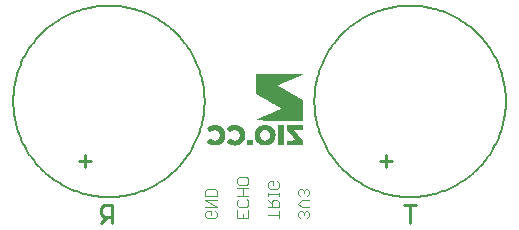
<source format=gbo>
G75*
%MOIN*%
%OFA0B0*%
%FSLAX25Y25*%
%IPPOS*%
%LPD*%
%AMOC8*
5,1,8,0,0,1.08239X$1,22.5*
%
%ADD10C,0.01100*%
%ADD11C,0.00300*%
%ADD12C,0.00600*%
%ADD13C,0.00010*%
D10*
X0050770Y0031283D02*
X0052738Y0033251D01*
X0051754Y0033251D02*
X0054707Y0033251D01*
X0051754Y0033251D02*
X0050770Y0034236D01*
X0050770Y0036204D01*
X0051754Y0037188D01*
X0054707Y0037188D01*
X0054707Y0031283D01*
X0045529Y0049826D02*
X0045529Y0053762D01*
X0047498Y0051794D02*
X0043561Y0051794D01*
X0143955Y0051794D02*
X0147891Y0051794D01*
X0145923Y0049826D02*
X0145923Y0053762D01*
X0151970Y0037188D02*
X0155907Y0037188D01*
X0153938Y0037188D02*
X0153938Y0031283D01*
D11*
X0120310Y0033400D02*
X0119693Y0032783D01*
X0120310Y0033400D02*
X0120310Y0034635D01*
X0119693Y0035252D01*
X0119075Y0035252D01*
X0118458Y0034635D01*
X0117841Y0035252D01*
X0117224Y0035252D01*
X0116607Y0034635D01*
X0116607Y0033400D01*
X0117224Y0032783D01*
X0118458Y0034017D02*
X0118458Y0034635D01*
X0117841Y0036466D02*
X0116607Y0037701D01*
X0117841Y0038935D01*
X0120310Y0038935D01*
X0119693Y0040149D02*
X0120310Y0040767D01*
X0120310Y0042001D01*
X0119693Y0042618D01*
X0119075Y0042618D01*
X0118458Y0042001D01*
X0117841Y0042618D01*
X0117224Y0042618D01*
X0116607Y0042001D01*
X0116607Y0040767D01*
X0117224Y0040149D01*
X0118458Y0041384D02*
X0118458Y0042001D01*
X0110210Y0041384D02*
X0110210Y0040149D01*
X0110210Y0040767D02*
X0106507Y0040767D01*
X0106507Y0041384D02*
X0106507Y0040149D01*
X0106507Y0038935D02*
X0107741Y0037701D01*
X0107741Y0038318D02*
X0107741Y0036466D01*
X0106507Y0036466D02*
X0110210Y0036466D01*
X0110210Y0038318D01*
X0109593Y0038935D01*
X0108358Y0038935D01*
X0107741Y0038318D01*
X0110210Y0035252D02*
X0110210Y0032783D01*
X0110210Y0034017D02*
X0106507Y0034017D01*
X0100010Y0032983D02*
X0096307Y0032983D01*
X0096307Y0035452D01*
X0096924Y0036666D02*
X0096307Y0037283D01*
X0096307Y0038518D01*
X0096924Y0039135D01*
X0096307Y0040349D02*
X0100010Y0040349D01*
X0099393Y0039135D02*
X0100010Y0038518D01*
X0100010Y0037283D01*
X0099393Y0036666D01*
X0096924Y0036666D01*
X0100010Y0035452D02*
X0100010Y0032983D01*
X0098158Y0032983D02*
X0098158Y0034217D01*
X0089410Y0034635D02*
X0089410Y0033400D01*
X0088793Y0032783D01*
X0086324Y0032783D01*
X0085707Y0033400D01*
X0085707Y0034635D01*
X0086324Y0035252D01*
X0087558Y0035252D01*
X0087558Y0034017D01*
X0088793Y0035252D02*
X0089410Y0034635D01*
X0089410Y0036466D02*
X0085707Y0038935D01*
X0089410Y0038935D01*
X0089410Y0040149D02*
X0089410Y0042001D01*
X0088793Y0042618D01*
X0086324Y0042618D01*
X0085707Y0042001D01*
X0085707Y0040149D01*
X0089410Y0040149D01*
X0096307Y0042818D02*
X0100010Y0042818D01*
X0099393Y0044033D02*
X0096924Y0044033D01*
X0096307Y0044650D01*
X0096307Y0045884D01*
X0096924Y0046501D01*
X0099393Y0046501D01*
X0100010Y0045884D01*
X0100010Y0044650D01*
X0099393Y0044033D01*
X0098158Y0042818D02*
X0098158Y0040349D01*
X0106507Y0043222D02*
X0106507Y0044456D01*
X0107124Y0045074D01*
X0108358Y0045074D01*
X0108358Y0043839D01*
X0107124Y0042605D02*
X0106507Y0043222D01*
X0107124Y0042605D02*
X0109593Y0042605D01*
X0110210Y0043222D01*
X0110210Y0044456D01*
X0109593Y0045074D01*
X0117841Y0036466D02*
X0120310Y0036466D01*
X0089410Y0036466D02*
X0085707Y0036466D01*
D12*
X0021637Y0071776D02*
X0021647Y0072559D01*
X0021675Y0073341D01*
X0021723Y0074122D01*
X0021791Y0074902D01*
X0021877Y0075680D01*
X0021982Y0076455D01*
X0022106Y0077228D01*
X0022250Y0077997D01*
X0022412Y0078763D01*
X0022593Y0079525D01*
X0022792Y0080281D01*
X0023010Y0081033D01*
X0023247Y0081779D01*
X0023501Y0082519D01*
X0023774Y0083253D01*
X0024064Y0083980D01*
X0024373Y0084699D01*
X0024699Y0085411D01*
X0025042Y0086114D01*
X0025403Y0086809D01*
X0025780Y0087495D01*
X0026174Y0088171D01*
X0026585Y0088837D01*
X0027011Y0089493D01*
X0027454Y0090139D01*
X0027913Y0090773D01*
X0028387Y0091396D01*
X0028876Y0092007D01*
X0029380Y0092606D01*
X0029898Y0093192D01*
X0030431Y0093765D01*
X0030977Y0094326D01*
X0031538Y0094872D01*
X0032111Y0095405D01*
X0032697Y0095923D01*
X0033296Y0096427D01*
X0033907Y0096916D01*
X0034530Y0097390D01*
X0035164Y0097849D01*
X0035810Y0098292D01*
X0036466Y0098718D01*
X0037132Y0099129D01*
X0037808Y0099523D01*
X0038494Y0099900D01*
X0039189Y0100261D01*
X0039892Y0100604D01*
X0040604Y0100930D01*
X0041323Y0101239D01*
X0042050Y0101529D01*
X0042784Y0101802D01*
X0043524Y0102056D01*
X0044270Y0102293D01*
X0045022Y0102511D01*
X0045778Y0102710D01*
X0046540Y0102891D01*
X0047306Y0103053D01*
X0048075Y0103197D01*
X0048848Y0103321D01*
X0049623Y0103426D01*
X0050401Y0103512D01*
X0051181Y0103580D01*
X0051962Y0103628D01*
X0052744Y0103656D01*
X0053527Y0103666D01*
X0054310Y0103656D01*
X0055092Y0103628D01*
X0055873Y0103580D01*
X0056653Y0103512D01*
X0057431Y0103426D01*
X0058206Y0103321D01*
X0058979Y0103197D01*
X0059748Y0103053D01*
X0060514Y0102891D01*
X0061276Y0102710D01*
X0062032Y0102511D01*
X0062784Y0102293D01*
X0063530Y0102056D01*
X0064270Y0101802D01*
X0065004Y0101529D01*
X0065731Y0101239D01*
X0066450Y0100930D01*
X0067162Y0100604D01*
X0067865Y0100261D01*
X0068560Y0099900D01*
X0069246Y0099523D01*
X0069922Y0099129D01*
X0070588Y0098718D01*
X0071244Y0098292D01*
X0071890Y0097849D01*
X0072524Y0097390D01*
X0073147Y0096916D01*
X0073758Y0096427D01*
X0074357Y0095923D01*
X0074943Y0095405D01*
X0075516Y0094872D01*
X0076077Y0094326D01*
X0076623Y0093765D01*
X0077156Y0093192D01*
X0077674Y0092606D01*
X0078178Y0092007D01*
X0078667Y0091396D01*
X0079141Y0090773D01*
X0079600Y0090139D01*
X0080043Y0089493D01*
X0080469Y0088837D01*
X0080880Y0088171D01*
X0081274Y0087495D01*
X0081651Y0086809D01*
X0082012Y0086114D01*
X0082355Y0085411D01*
X0082681Y0084699D01*
X0082990Y0083980D01*
X0083280Y0083253D01*
X0083553Y0082519D01*
X0083807Y0081779D01*
X0084044Y0081033D01*
X0084262Y0080281D01*
X0084461Y0079525D01*
X0084642Y0078763D01*
X0084804Y0077997D01*
X0084948Y0077228D01*
X0085072Y0076455D01*
X0085177Y0075680D01*
X0085263Y0074902D01*
X0085331Y0074122D01*
X0085379Y0073341D01*
X0085407Y0072559D01*
X0085417Y0071776D01*
X0085407Y0070993D01*
X0085379Y0070211D01*
X0085331Y0069430D01*
X0085263Y0068650D01*
X0085177Y0067872D01*
X0085072Y0067097D01*
X0084948Y0066324D01*
X0084804Y0065555D01*
X0084642Y0064789D01*
X0084461Y0064027D01*
X0084262Y0063271D01*
X0084044Y0062519D01*
X0083807Y0061773D01*
X0083553Y0061033D01*
X0083280Y0060299D01*
X0082990Y0059572D01*
X0082681Y0058853D01*
X0082355Y0058141D01*
X0082012Y0057438D01*
X0081651Y0056743D01*
X0081274Y0056057D01*
X0080880Y0055381D01*
X0080469Y0054715D01*
X0080043Y0054059D01*
X0079600Y0053413D01*
X0079141Y0052779D01*
X0078667Y0052156D01*
X0078178Y0051545D01*
X0077674Y0050946D01*
X0077156Y0050360D01*
X0076623Y0049787D01*
X0076077Y0049226D01*
X0075516Y0048680D01*
X0074943Y0048147D01*
X0074357Y0047629D01*
X0073758Y0047125D01*
X0073147Y0046636D01*
X0072524Y0046162D01*
X0071890Y0045703D01*
X0071244Y0045260D01*
X0070588Y0044834D01*
X0069922Y0044423D01*
X0069246Y0044029D01*
X0068560Y0043652D01*
X0067865Y0043291D01*
X0067162Y0042948D01*
X0066450Y0042622D01*
X0065731Y0042313D01*
X0065004Y0042023D01*
X0064270Y0041750D01*
X0063530Y0041496D01*
X0062784Y0041259D01*
X0062032Y0041041D01*
X0061276Y0040842D01*
X0060514Y0040661D01*
X0059748Y0040499D01*
X0058979Y0040355D01*
X0058206Y0040231D01*
X0057431Y0040126D01*
X0056653Y0040040D01*
X0055873Y0039972D01*
X0055092Y0039924D01*
X0054310Y0039896D01*
X0053527Y0039886D01*
X0052744Y0039896D01*
X0051962Y0039924D01*
X0051181Y0039972D01*
X0050401Y0040040D01*
X0049623Y0040126D01*
X0048848Y0040231D01*
X0048075Y0040355D01*
X0047306Y0040499D01*
X0046540Y0040661D01*
X0045778Y0040842D01*
X0045022Y0041041D01*
X0044270Y0041259D01*
X0043524Y0041496D01*
X0042784Y0041750D01*
X0042050Y0042023D01*
X0041323Y0042313D01*
X0040604Y0042622D01*
X0039892Y0042948D01*
X0039189Y0043291D01*
X0038494Y0043652D01*
X0037808Y0044029D01*
X0037132Y0044423D01*
X0036466Y0044834D01*
X0035810Y0045260D01*
X0035164Y0045703D01*
X0034530Y0046162D01*
X0033907Y0046636D01*
X0033296Y0047125D01*
X0032697Y0047629D01*
X0032111Y0048147D01*
X0031538Y0048680D01*
X0030977Y0049226D01*
X0030431Y0049787D01*
X0029898Y0050360D01*
X0029380Y0050946D01*
X0028876Y0051545D01*
X0028387Y0052156D01*
X0027913Y0052779D01*
X0027454Y0053413D01*
X0027011Y0054059D01*
X0026585Y0054715D01*
X0026174Y0055381D01*
X0025780Y0056057D01*
X0025403Y0056743D01*
X0025042Y0057438D01*
X0024699Y0058141D01*
X0024373Y0058853D01*
X0024064Y0059572D01*
X0023774Y0060299D01*
X0023501Y0061033D01*
X0023247Y0061773D01*
X0023010Y0062519D01*
X0022792Y0063271D01*
X0022593Y0064027D01*
X0022412Y0064789D01*
X0022250Y0065555D01*
X0022106Y0066324D01*
X0021982Y0067097D01*
X0021877Y0067872D01*
X0021791Y0068650D01*
X0021723Y0069430D01*
X0021675Y0070211D01*
X0021647Y0070993D01*
X0021637Y0071776D01*
X0122030Y0071776D02*
X0122040Y0072559D01*
X0122068Y0073341D01*
X0122116Y0074122D01*
X0122184Y0074902D01*
X0122270Y0075680D01*
X0122375Y0076455D01*
X0122499Y0077228D01*
X0122643Y0077997D01*
X0122805Y0078763D01*
X0122986Y0079525D01*
X0123185Y0080281D01*
X0123403Y0081033D01*
X0123640Y0081779D01*
X0123894Y0082519D01*
X0124167Y0083253D01*
X0124457Y0083980D01*
X0124766Y0084699D01*
X0125092Y0085411D01*
X0125435Y0086114D01*
X0125796Y0086809D01*
X0126173Y0087495D01*
X0126567Y0088171D01*
X0126978Y0088837D01*
X0127404Y0089493D01*
X0127847Y0090139D01*
X0128306Y0090773D01*
X0128780Y0091396D01*
X0129269Y0092007D01*
X0129773Y0092606D01*
X0130291Y0093192D01*
X0130824Y0093765D01*
X0131370Y0094326D01*
X0131931Y0094872D01*
X0132504Y0095405D01*
X0133090Y0095923D01*
X0133689Y0096427D01*
X0134300Y0096916D01*
X0134923Y0097390D01*
X0135557Y0097849D01*
X0136203Y0098292D01*
X0136859Y0098718D01*
X0137525Y0099129D01*
X0138201Y0099523D01*
X0138887Y0099900D01*
X0139582Y0100261D01*
X0140285Y0100604D01*
X0140997Y0100930D01*
X0141716Y0101239D01*
X0142443Y0101529D01*
X0143177Y0101802D01*
X0143917Y0102056D01*
X0144663Y0102293D01*
X0145415Y0102511D01*
X0146171Y0102710D01*
X0146933Y0102891D01*
X0147699Y0103053D01*
X0148468Y0103197D01*
X0149241Y0103321D01*
X0150016Y0103426D01*
X0150794Y0103512D01*
X0151574Y0103580D01*
X0152355Y0103628D01*
X0153137Y0103656D01*
X0153920Y0103666D01*
X0154703Y0103656D01*
X0155485Y0103628D01*
X0156266Y0103580D01*
X0157046Y0103512D01*
X0157824Y0103426D01*
X0158599Y0103321D01*
X0159372Y0103197D01*
X0160141Y0103053D01*
X0160907Y0102891D01*
X0161669Y0102710D01*
X0162425Y0102511D01*
X0163177Y0102293D01*
X0163923Y0102056D01*
X0164663Y0101802D01*
X0165397Y0101529D01*
X0166124Y0101239D01*
X0166843Y0100930D01*
X0167555Y0100604D01*
X0168258Y0100261D01*
X0168953Y0099900D01*
X0169639Y0099523D01*
X0170315Y0099129D01*
X0170981Y0098718D01*
X0171637Y0098292D01*
X0172283Y0097849D01*
X0172917Y0097390D01*
X0173540Y0096916D01*
X0174151Y0096427D01*
X0174750Y0095923D01*
X0175336Y0095405D01*
X0175909Y0094872D01*
X0176470Y0094326D01*
X0177016Y0093765D01*
X0177549Y0093192D01*
X0178067Y0092606D01*
X0178571Y0092007D01*
X0179060Y0091396D01*
X0179534Y0090773D01*
X0179993Y0090139D01*
X0180436Y0089493D01*
X0180862Y0088837D01*
X0181273Y0088171D01*
X0181667Y0087495D01*
X0182044Y0086809D01*
X0182405Y0086114D01*
X0182748Y0085411D01*
X0183074Y0084699D01*
X0183383Y0083980D01*
X0183673Y0083253D01*
X0183946Y0082519D01*
X0184200Y0081779D01*
X0184437Y0081033D01*
X0184655Y0080281D01*
X0184854Y0079525D01*
X0185035Y0078763D01*
X0185197Y0077997D01*
X0185341Y0077228D01*
X0185465Y0076455D01*
X0185570Y0075680D01*
X0185656Y0074902D01*
X0185724Y0074122D01*
X0185772Y0073341D01*
X0185800Y0072559D01*
X0185810Y0071776D01*
X0185800Y0070993D01*
X0185772Y0070211D01*
X0185724Y0069430D01*
X0185656Y0068650D01*
X0185570Y0067872D01*
X0185465Y0067097D01*
X0185341Y0066324D01*
X0185197Y0065555D01*
X0185035Y0064789D01*
X0184854Y0064027D01*
X0184655Y0063271D01*
X0184437Y0062519D01*
X0184200Y0061773D01*
X0183946Y0061033D01*
X0183673Y0060299D01*
X0183383Y0059572D01*
X0183074Y0058853D01*
X0182748Y0058141D01*
X0182405Y0057438D01*
X0182044Y0056743D01*
X0181667Y0056057D01*
X0181273Y0055381D01*
X0180862Y0054715D01*
X0180436Y0054059D01*
X0179993Y0053413D01*
X0179534Y0052779D01*
X0179060Y0052156D01*
X0178571Y0051545D01*
X0178067Y0050946D01*
X0177549Y0050360D01*
X0177016Y0049787D01*
X0176470Y0049226D01*
X0175909Y0048680D01*
X0175336Y0048147D01*
X0174750Y0047629D01*
X0174151Y0047125D01*
X0173540Y0046636D01*
X0172917Y0046162D01*
X0172283Y0045703D01*
X0171637Y0045260D01*
X0170981Y0044834D01*
X0170315Y0044423D01*
X0169639Y0044029D01*
X0168953Y0043652D01*
X0168258Y0043291D01*
X0167555Y0042948D01*
X0166843Y0042622D01*
X0166124Y0042313D01*
X0165397Y0042023D01*
X0164663Y0041750D01*
X0163923Y0041496D01*
X0163177Y0041259D01*
X0162425Y0041041D01*
X0161669Y0040842D01*
X0160907Y0040661D01*
X0160141Y0040499D01*
X0159372Y0040355D01*
X0158599Y0040231D01*
X0157824Y0040126D01*
X0157046Y0040040D01*
X0156266Y0039972D01*
X0155485Y0039924D01*
X0154703Y0039896D01*
X0153920Y0039886D01*
X0153137Y0039896D01*
X0152355Y0039924D01*
X0151574Y0039972D01*
X0150794Y0040040D01*
X0150016Y0040126D01*
X0149241Y0040231D01*
X0148468Y0040355D01*
X0147699Y0040499D01*
X0146933Y0040661D01*
X0146171Y0040842D01*
X0145415Y0041041D01*
X0144663Y0041259D01*
X0143917Y0041496D01*
X0143177Y0041750D01*
X0142443Y0042023D01*
X0141716Y0042313D01*
X0140997Y0042622D01*
X0140285Y0042948D01*
X0139582Y0043291D01*
X0138887Y0043652D01*
X0138201Y0044029D01*
X0137525Y0044423D01*
X0136859Y0044834D01*
X0136203Y0045260D01*
X0135557Y0045703D01*
X0134923Y0046162D01*
X0134300Y0046636D01*
X0133689Y0047125D01*
X0133090Y0047629D01*
X0132504Y0048147D01*
X0131931Y0048680D01*
X0131370Y0049226D01*
X0130824Y0049787D01*
X0130291Y0050360D01*
X0129773Y0050946D01*
X0129269Y0051545D01*
X0128780Y0052156D01*
X0128306Y0052779D01*
X0127847Y0053413D01*
X0127404Y0054059D01*
X0126978Y0054715D01*
X0126567Y0055381D01*
X0126173Y0056057D01*
X0125796Y0056743D01*
X0125435Y0057438D01*
X0125092Y0058141D01*
X0124766Y0058853D01*
X0124457Y0059572D01*
X0124167Y0060299D01*
X0123894Y0061033D01*
X0123640Y0061773D01*
X0123403Y0062519D01*
X0123185Y0063271D01*
X0122986Y0064027D01*
X0122805Y0064789D01*
X0122643Y0065555D01*
X0122499Y0066324D01*
X0122375Y0067097D01*
X0122270Y0067872D01*
X0122184Y0068650D01*
X0122116Y0069430D01*
X0122068Y0070211D01*
X0122040Y0070993D01*
X0122030Y0071776D01*
D13*
X0117909Y0071759D02*
X0107509Y0071759D01*
X0107523Y0071751D02*
X0117909Y0071751D01*
X0117909Y0071742D02*
X0107538Y0071742D01*
X0107553Y0071734D02*
X0117909Y0071734D01*
X0117909Y0071725D02*
X0107567Y0071725D01*
X0107582Y0071717D02*
X0117909Y0071717D01*
X0117909Y0071708D02*
X0107597Y0071708D01*
X0107612Y0071700D02*
X0117909Y0071700D01*
X0117909Y0071691D02*
X0107626Y0071691D01*
X0107641Y0071683D02*
X0117909Y0071683D01*
X0117909Y0071674D02*
X0107656Y0071674D01*
X0107665Y0071669D02*
X0107174Y0071953D01*
X0106683Y0072237D01*
X0106192Y0072521D01*
X0105685Y0072815D01*
X0105178Y0073108D01*
X0104670Y0073401D01*
X0104164Y0073695D01*
X0103657Y0073988D01*
X0103149Y0074281D01*
X0102642Y0074575D01*
X0102642Y0075111D01*
X0102642Y0075648D01*
X0102641Y0076184D01*
X0102641Y0076720D01*
X0102640Y0077256D01*
X0102640Y0077793D01*
X0102640Y0078330D01*
X0102640Y0078866D01*
X0102639Y0079402D01*
X0102639Y0079939D01*
X0102639Y0080475D01*
X0102639Y0081011D01*
X0104400Y0081011D01*
X0104988Y0081011D01*
X0107924Y0081011D01*
X0108511Y0081010D01*
X0112035Y0081010D01*
X0112622Y0081010D01*
X0115559Y0081010D01*
X0116145Y0081009D01*
X0117907Y0081009D01*
X0117532Y0080850D01*
X0116979Y0080618D01*
X0116425Y0080385D01*
X0115872Y0080153D01*
X0115317Y0079920D01*
X0114764Y0079688D01*
X0114210Y0079455D01*
X0113657Y0079223D01*
X0113103Y0078990D01*
X0112528Y0078749D01*
X0111954Y0078508D01*
X0111380Y0078266D01*
X0110805Y0078023D01*
X0110232Y0077779D01*
X0109661Y0077530D01*
X0109145Y0077235D01*
X0109637Y0076950D01*
X0110130Y0076665D01*
X0110622Y0076380D01*
X0111114Y0076095D01*
X0111606Y0075809D01*
X0112098Y0075524D01*
X0112590Y0075238D01*
X0113082Y0074953D01*
X0113575Y0074667D01*
X0114056Y0074388D01*
X0114537Y0074108D01*
X0115019Y0073829D01*
X0115500Y0073550D01*
X0115982Y0073270D01*
X0116463Y0072991D01*
X0116944Y0072711D01*
X0117426Y0072432D01*
X0117907Y0072153D01*
X0117909Y0071617D01*
X0117911Y0071081D01*
X0117913Y0070545D01*
X0117914Y0070009D01*
X0117916Y0069473D01*
X0117918Y0068937D01*
X0117920Y0068401D01*
X0117922Y0067865D01*
X0117924Y0067330D01*
X0117925Y0066793D01*
X0117927Y0066258D01*
X0117929Y0065722D01*
X0114992Y0065722D01*
X0114405Y0065723D01*
X0110294Y0065723D01*
X0109712Y0065723D01*
X0109129Y0065723D01*
X0108546Y0065724D01*
X0107964Y0065725D01*
X0107381Y0065726D01*
X0106799Y0065728D01*
X0106216Y0065729D01*
X0105634Y0065731D01*
X0105051Y0065733D01*
X0104468Y0065736D01*
X0103885Y0065740D01*
X0117929Y0065740D01*
X0117929Y0065732D02*
X0105561Y0065732D01*
X0105130Y0066779D02*
X0117925Y0066779D01*
X0117925Y0066787D02*
X0105150Y0066787D01*
X0105170Y0066796D02*
X0117925Y0066796D01*
X0117925Y0066804D02*
X0105191Y0066804D01*
X0105211Y0066813D02*
X0117925Y0066813D01*
X0117925Y0066821D02*
X0105231Y0066821D01*
X0105251Y0066830D02*
X0117925Y0066830D01*
X0117925Y0066838D02*
X0105271Y0066838D01*
X0105292Y0066847D02*
X0117925Y0066847D01*
X0117925Y0066855D02*
X0105312Y0066855D01*
X0105332Y0066864D02*
X0117925Y0066864D01*
X0117925Y0066872D02*
X0105352Y0066872D01*
X0105372Y0066881D02*
X0117925Y0066881D01*
X0117925Y0066890D02*
X0105393Y0066890D01*
X0105413Y0066898D02*
X0117925Y0066898D01*
X0117925Y0066907D02*
X0105433Y0066907D01*
X0105442Y0066910D02*
X0105986Y0067139D01*
X0106531Y0067368D01*
X0107075Y0067596D01*
X0107619Y0067824D01*
X0108163Y0068053D01*
X0108707Y0068281D01*
X0109794Y0068738D01*
X0110337Y0068967D01*
X0117918Y0068967D01*
X0117918Y0068975D02*
X0110357Y0068975D01*
X0110337Y0068967D02*
X0110881Y0069196D01*
X0111424Y0069428D01*
X0111034Y0069713D01*
X0110611Y0069963D01*
X0110120Y0070248D01*
X0109629Y0070532D01*
X0109139Y0070816D01*
X0108647Y0071101D01*
X0108156Y0071385D01*
X0117910Y0071385D01*
X0117910Y0071393D02*
X0108141Y0071393D01*
X0108126Y0071402D02*
X0117910Y0071402D01*
X0117910Y0071410D02*
X0108112Y0071410D01*
X0108097Y0071419D02*
X0117910Y0071419D01*
X0117910Y0071427D02*
X0108082Y0071427D01*
X0108067Y0071436D02*
X0117910Y0071436D01*
X0117910Y0071444D02*
X0108053Y0071444D01*
X0108038Y0071453D02*
X0117910Y0071453D01*
X0117910Y0071461D02*
X0108023Y0071461D01*
X0108009Y0071470D02*
X0117910Y0071470D01*
X0117910Y0071478D02*
X0107994Y0071478D01*
X0107979Y0071487D02*
X0117910Y0071487D01*
X0117910Y0071495D02*
X0107964Y0071495D01*
X0107950Y0071504D02*
X0117910Y0071504D01*
X0117910Y0071513D02*
X0107935Y0071513D01*
X0107920Y0071521D02*
X0117910Y0071521D01*
X0117909Y0071530D02*
X0107906Y0071530D01*
X0107891Y0071538D02*
X0117909Y0071538D01*
X0117909Y0071547D02*
X0107876Y0071547D01*
X0107861Y0071555D02*
X0117909Y0071555D01*
X0117909Y0071564D02*
X0107847Y0071564D01*
X0107832Y0071572D02*
X0117909Y0071572D01*
X0117909Y0071581D02*
X0107817Y0071581D01*
X0107803Y0071589D02*
X0117909Y0071589D01*
X0117909Y0071598D02*
X0107788Y0071598D01*
X0107773Y0071606D02*
X0117909Y0071606D01*
X0117909Y0071615D02*
X0107759Y0071615D01*
X0107744Y0071623D02*
X0117909Y0071623D01*
X0117909Y0071632D02*
X0107729Y0071632D01*
X0107714Y0071640D02*
X0117909Y0071640D01*
X0117909Y0071649D02*
X0107700Y0071649D01*
X0107685Y0071657D02*
X0117909Y0071657D01*
X0117909Y0071666D02*
X0107670Y0071666D01*
X0107665Y0071669D02*
X0108156Y0071385D01*
X0108170Y0071376D02*
X0117910Y0071376D01*
X0117910Y0071368D02*
X0108185Y0071368D01*
X0108200Y0071359D02*
X0117910Y0071359D01*
X0117910Y0071351D02*
X0108215Y0071351D01*
X0108229Y0071342D02*
X0117910Y0071342D01*
X0117910Y0071334D02*
X0108244Y0071334D01*
X0108259Y0071325D02*
X0117910Y0071325D01*
X0117910Y0071317D02*
X0108274Y0071317D01*
X0108288Y0071308D02*
X0117910Y0071308D01*
X0117910Y0071300D02*
X0108303Y0071300D01*
X0108318Y0071291D02*
X0117910Y0071291D01*
X0117910Y0071283D02*
X0108333Y0071283D01*
X0108347Y0071274D02*
X0117910Y0071274D01*
X0117910Y0071266D02*
X0108362Y0071266D01*
X0108377Y0071257D02*
X0117910Y0071257D01*
X0117910Y0071249D02*
X0108391Y0071249D01*
X0108406Y0071240D02*
X0117911Y0071240D01*
X0117911Y0071232D02*
X0108421Y0071232D01*
X0108436Y0071223D02*
X0117911Y0071223D01*
X0117911Y0071215D02*
X0108450Y0071215D01*
X0108465Y0071206D02*
X0117911Y0071206D01*
X0117911Y0071197D02*
X0108480Y0071197D01*
X0108495Y0071189D02*
X0117911Y0071189D01*
X0117911Y0071180D02*
X0108509Y0071180D01*
X0108524Y0071172D02*
X0117911Y0071172D01*
X0117911Y0071163D02*
X0108539Y0071163D01*
X0108554Y0071155D02*
X0117911Y0071155D01*
X0117911Y0071146D02*
X0108568Y0071146D01*
X0108583Y0071138D02*
X0117911Y0071138D01*
X0117911Y0071129D02*
X0108598Y0071129D01*
X0108613Y0071121D02*
X0117911Y0071121D01*
X0117911Y0071112D02*
X0108627Y0071112D01*
X0108642Y0071104D02*
X0117911Y0071104D01*
X0117911Y0071095D02*
X0108657Y0071095D01*
X0108671Y0071087D02*
X0117911Y0071087D01*
X0117911Y0071078D02*
X0108686Y0071078D01*
X0108701Y0071070D02*
X0117911Y0071070D01*
X0117911Y0071061D02*
X0108716Y0071061D01*
X0108730Y0071053D02*
X0117911Y0071053D01*
X0117911Y0071044D02*
X0108745Y0071044D01*
X0108760Y0071036D02*
X0117911Y0071036D01*
X0117911Y0071027D02*
X0108774Y0071027D01*
X0108789Y0071019D02*
X0117911Y0071019D01*
X0117911Y0071010D02*
X0108804Y0071010D01*
X0108819Y0071002D02*
X0117911Y0071002D01*
X0117911Y0070993D02*
X0108833Y0070993D01*
X0108848Y0070985D02*
X0117911Y0070985D01*
X0117911Y0070976D02*
X0108863Y0070976D01*
X0108877Y0070968D02*
X0117911Y0070968D01*
X0117911Y0070959D02*
X0108892Y0070959D01*
X0108907Y0070951D02*
X0117912Y0070951D01*
X0117912Y0070942D02*
X0108921Y0070942D01*
X0108936Y0070934D02*
X0117912Y0070934D01*
X0117912Y0070925D02*
X0108951Y0070925D01*
X0108966Y0070917D02*
X0117912Y0070917D01*
X0117912Y0070908D02*
X0108980Y0070908D01*
X0108995Y0070900D02*
X0117912Y0070900D01*
X0117912Y0070891D02*
X0109010Y0070891D01*
X0109024Y0070882D02*
X0117912Y0070882D01*
X0117912Y0070874D02*
X0109039Y0070874D01*
X0109054Y0070865D02*
X0117912Y0070865D01*
X0117912Y0070857D02*
X0109069Y0070857D01*
X0109083Y0070848D02*
X0117912Y0070848D01*
X0117912Y0070840D02*
X0109098Y0070840D01*
X0109113Y0070831D02*
X0117912Y0070831D01*
X0117912Y0070823D02*
X0109127Y0070823D01*
X0109142Y0070814D02*
X0117912Y0070814D01*
X0117912Y0070806D02*
X0109157Y0070806D01*
X0109171Y0070797D02*
X0117912Y0070797D01*
X0117912Y0070789D02*
X0109186Y0070789D01*
X0109201Y0070780D02*
X0117912Y0070780D01*
X0117912Y0070772D02*
X0109216Y0070772D01*
X0109230Y0070763D02*
X0117912Y0070763D01*
X0117912Y0070755D02*
X0109245Y0070755D01*
X0109260Y0070746D02*
X0117912Y0070746D01*
X0117912Y0070738D02*
X0109274Y0070738D01*
X0109289Y0070729D02*
X0117912Y0070729D01*
X0117912Y0070721D02*
X0109304Y0070721D01*
X0109318Y0070712D02*
X0117912Y0070712D01*
X0117912Y0070704D02*
X0109333Y0070704D01*
X0109348Y0070695D02*
X0117912Y0070695D01*
X0117912Y0070687D02*
X0109362Y0070687D01*
X0109377Y0070678D02*
X0117912Y0070678D01*
X0117913Y0070670D02*
X0109392Y0070670D01*
X0109406Y0070661D02*
X0117913Y0070661D01*
X0117913Y0070653D02*
X0109421Y0070653D01*
X0109436Y0070644D02*
X0117913Y0070644D01*
X0117913Y0070636D02*
X0109451Y0070636D01*
X0109465Y0070627D02*
X0117913Y0070627D01*
X0117913Y0070619D02*
X0109480Y0070619D01*
X0109495Y0070610D02*
X0117913Y0070610D01*
X0117913Y0070602D02*
X0109509Y0070602D01*
X0109524Y0070593D02*
X0117913Y0070593D01*
X0117913Y0070584D02*
X0109539Y0070584D01*
X0109553Y0070576D02*
X0117913Y0070576D01*
X0117913Y0070567D02*
X0109568Y0070567D01*
X0109583Y0070559D02*
X0117913Y0070559D01*
X0117913Y0070550D02*
X0109597Y0070550D01*
X0109612Y0070542D02*
X0117913Y0070542D01*
X0117913Y0070533D02*
X0109627Y0070533D01*
X0109642Y0070525D02*
X0117913Y0070525D01*
X0117913Y0070516D02*
X0109656Y0070516D01*
X0109671Y0070508D02*
X0117913Y0070508D01*
X0117913Y0070499D02*
X0109686Y0070499D01*
X0109700Y0070491D02*
X0117913Y0070491D01*
X0117913Y0070482D02*
X0109715Y0070482D01*
X0109730Y0070474D02*
X0117913Y0070474D01*
X0117913Y0070465D02*
X0109744Y0070465D01*
X0109759Y0070457D02*
X0117913Y0070457D01*
X0117913Y0070448D02*
X0109774Y0070448D01*
X0109789Y0070440D02*
X0117913Y0070440D01*
X0117913Y0070431D02*
X0109803Y0070431D01*
X0109818Y0070423D02*
X0117913Y0070423D01*
X0117913Y0070414D02*
X0109833Y0070414D01*
X0109847Y0070406D02*
X0117913Y0070406D01*
X0117913Y0070397D02*
X0109862Y0070397D01*
X0109877Y0070389D02*
X0117913Y0070389D01*
X0117913Y0070380D02*
X0109892Y0070380D01*
X0109906Y0070372D02*
X0117913Y0070372D01*
X0117913Y0070363D02*
X0109921Y0070363D01*
X0109936Y0070355D02*
X0117913Y0070355D01*
X0117913Y0070346D02*
X0109950Y0070346D01*
X0109965Y0070338D02*
X0117913Y0070338D01*
X0117913Y0070329D02*
X0109980Y0070329D01*
X0109995Y0070321D02*
X0117913Y0070321D01*
X0117913Y0070312D02*
X0110009Y0070312D01*
X0110024Y0070304D02*
X0117914Y0070304D01*
X0117914Y0070295D02*
X0110039Y0070295D01*
X0110053Y0070287D02*
X0117914Y0070287D01*
X0117914Y0070278D02*
X0110068Y0070278D01*
X0110083Y0070269D02*
X0117914Y0070269D01*
X0117914Y0070261D02*
X0110097Y0070261D01*
X0110112Y0070252D02*
X0117914Y0070252D01*
X0117914Y0070244D02*
X0110127Y0070244D01*
X0110142Y0070235D02*
X0117914Y0070235D01*
X0117914Y0070227D02*
X0110156Y0070227D01*
X0110171Y0070218D02*
X0117914Y0070218D01*
X0117914Y0070210D02*
X0110186Y0070210D01*
X0110200Y0070201D02*
X0117914Y0070201D01*
X0117914Y0070193D02*
X0110215Y0070193D01*
X0110230Y0070184D02*
X0117914Y0070184D01*
X0117914Y0070176D02*
X0110244Y0070176D01*
X0110259Y0070167D02*
X0117914Y0070167D01*
X0117914Y0070159D02*
X0110274Y0070159D01*
X0110288Y0070150D02*
X0117914Y0070150D01*
X0117914Y0070142D02*
X0110303Y0070142D01*
X0110318Y0070133D02*
X0117914Y0070133D01*
X0117914Y0070125D02*
X0110333Y0070125D01*
X0110347Y0070116D02*
X0117914Y0070116D01*
X0117914Y0070108D02*
X0110362Y0070108D01*
X0110377Y0070099D02*
X0117914Y0070099D01*
X0117914Y0070091D02*
X0110391Y0070091D01*
X0110406Y0070082D02*
X0117914Y0070082D01*
X0117914Y0070074D02*
X0110421Y0070074D01*
X0110435Y0070065D02*
X0117914Y0070065D01*
X0117914Y0070057D02*
X0110450Y0070057D01*
X0110465Y0070048D02*
X0117914Y0070048D01*
X0117914Y0070040D02*
X0110479Y0070040D01*
X0110494Y0070031D02*
X0117914Y0070031D01*
X0117914Y0070023D02*
X0110509Y0070023D01*
X0110523Y0070014D02*
X0117914Y0070014D01*
X0117914Y0070006D02*
X0110538Y0070006D01*
X0110553Y0069997D02*
X0117914Y0069997D01*
X0117914Y0069989D02*
X0110568Y0069989D01*
X0110582Y0069980D02*
X0117914Y0069980D01*
X0117914Y0069972D02*
X0110597Y0069972D01*
X0110612Y0069963D02*
X0117914Y0069963D01*
X0117914Y0069954D02*
X0110626Y0069954D01*
X0110640Y0069946D02*
X0117914Y0069946D01*
X0117914Y0069937D02*
X0110655Y0069937D01*
X0110669Y0069929D02*
X0117914Y0069929D01*
X0117915Y0069920D02*
X0110683Y0069920D01*
X0110698Y0069912D02*
X0117915Y0069912D01*
X0117915Y0069903D02*
X0110712Y0069903D01*
X0110727Y0069895D02*
X0117915Y0069895D01*
X0117915Y0069886D02*
X0110741Y0069886D01*
X0110755Y0069878D02*
X0117915Y0069878D01*
X0117915Y0069869D02*
X0110770Y0069869D01*
X0110784Y0069861D02*
X0117915Y0069861D01*
X0117915Y0069852D02*
X0110798Y0069852D01*
X0110813Y0069844D02*
X0117915Y0069844D01*
X0117915Y0069835D02*
X0110827Y0069835D01*
X0110842Y0069827D02*
X0117915Y0069827D01*
X0117915Y0069818D02*
X0110856Y0069818D01*
X0110870Y0069810D02*
X0117915Y0069810D01*
X0117915Y0069801D02*
X0110885Y0069801D01*
X0110899Y0069793D02*
X0117915Y0069793D01*
X0117915Y0069784D02*
X0110913Y0069784D01*
X0110928Y0069776D02*
X0117915Y0069776D01*
X0117915Y0069767D02*
X0110942Y0069767D01*
X0110957Y0069759D02*
X0117915Y0069759D01*
X0117915Y0069750D02*
X0110971Y0069750D01*
X0110985Y0069742D02*
X0117915Y0069742D01*
X0117915Y0069733D02*
X0111000Y0069733D01*
X0111014Y0069725D02*
X0117915Y0069725D01*
X0117915Y0069716D02*
X0111028Y0069716D01*
X0111041Y0069708D02*
X0117915Y0069708D01*
X0117915Y0069699D02*
X0111053Y0069699D01*
X0111064Y0069691D02*
X0117915Y0069691D01*
X0117915Y0069682D02*
X0111076Y0069682D01*
X0111088Y0069674D02*
X0117915Y0069674D01*
X0117915Y0069665D02*
X0111099Y0069665D01*
X0111111Y0069656D02*
X0117915Y0069656D01*
X0117915Y0069648D02*
X0111123Y0069648D01*
X0111134Y0069639D02*
X0117915Y0069639D01*
X0117916Y0069631D02*
X0111146Y0069631D01*
X0111157Y0069622D02*
X0117916Y0069622D01*
X0117916Y0069614D02*
X0111169Y0069614D01*
X0111181Y0069605D02*
X0117916Y0069605D01*
X0117916Y0069597D02*
X0111192Y0069597D01*
X0111204Y0069588D02*
X0117916Y0069588D01*
X0117916Y0069580D02*
X0111216Y0069580D01*
X0111227Y0069571D02*
X0117916Y0069571D01*
X0117916Y0069563D02*
X0111239Y0069563D01*
X0111251Y0069554D02*
X0117916Y0069554D01*
X0117916Y0069546D02*
X0111262Y0069546D01*
X0111274Y0069537D02*
X0117916Y0069537D01*
X0117916Y0069529D02*
X0111285Y0069529D01*
X0111297Y0069520D02*
X0117916Y0069520D01*
X0117916Y0069512D02*
X0111309Y0069512D01*
X0111320Y0069503D02*
X0117916Y0069503D01*
X0117916Y0069495D02*
X0111332Y0069495D01*
X0111344Y0069486D02*
X0117916Y0069486D01*
X0117916Y0069478D02*
X0111355Y0069478D01*
X0111367Y0069469D02*
X0117916Y0069469D01*
X0117916Y0069461D02*
X0111378Y0069461D01*
X0111390Y0069452D02*
X0117916Y0069452D01*
X0117916Y0069444D02*
X0111402Y0069444D01*
X0111413Y0069435D02*
X0117916Y0069435D01*
X0117916Y0069427D02*
X0111421Y0069427D01*
X0111401Y0069418D02*
X0117916Y0069418D01*
X0117916Y0069410D02*
X0111381Y0069410D01*
X0111361Y0069401D02*
X0117916Y0069401D01*
X0117916Y0069393D02*
X0111341Y0069393D01*
X0111321Y0069384D02*
X0117916Y0069384D01*
X0117916Y0069376D02*
X0111301Y0069376D01*
X0111281Y0069367D02*
X0117916Y0069367D01*
X0117916Y0069359D02*
X0111261Y0069359D01*
X0111241Y0069350D02*
X0117916Y0069350D01*
X0117917Y0069341D02*
X0111221Y0069341D01*
X0111201Y0069333D02*
X0117917Y0069333D01*
X0117917Y0069324D02*
X0111181Y0069324D01*
X0111162Y0069316D02*
X0117917Y0069316D01*
X0117917Y0069307D02*
X0111142Y0069307D01*
X0111122Y0069299D02*
X0117917Y0069299D01*
X0117917Y0069290D02*
X0111102Y0069290D01*
X0111082Y0069282D02*
X0117917Y0069282D01*
X0117917Y0069273D02*
X0111062Y0069273D01*
X0111042Y0069265D02*
X0117917Y0069265D01*
X0117917Y0069256D02*
X0111022Y0069256D01*
X0111002Y0069248D02*
X0117917Y0069248D01*
X0117917Y0069239D02*
X0110982Y0069239D01*
X0110962Y0069231D02*
X0117917Y0069231D01*
X0117917Y0069222D02*
X0110942Y0069222D01*
X0110922Y0069214D02*
X0117917Y0069214D01*
X0117917Y0069205D02*
X0110902Y0069205D01*
X0110882Y0069197D02*
X0117917Y0069197D01*
X0117917Y0069188D02*
X0110862Y0069188D01*
X0110842Y0069180D02*
X0117917Y0069180D01*
X0117917Y0069171D02*
X0110821Y0069171D01*
X0110801Y0069163D02*
X0117917Y0069163D01*
X0117917Y0069154D02*
X0110781Y0069154D01*
X0110761Y0069146D02*
X0117917Y0069146D01*
X0117917Y0069137D02*
X0110741Y0069137D01*
X0110720Y0069129D02*
X0117917Y0069129D01*
X0117917Y0069120D02*
X0110700Y0069120D01*
X0110680Y0069112D02*
X0117917Y0069112D01*
X0117917Y0069103D02*
X0110660Y0069103D01*
X0110640Y0069095D02*
X0117917Y0069095D01*
X0117917Y0069086D02*
X0110620Y0069086D01*
X0110599Y0069078D02*
X0117917Y0069078D01*
X0117917Y0069069D02*
X0110579Y0069069D01*
X0110559Y0069061D02*
X0117918Y0069061D01*
X0117918Y0069052D02*
X0110539Y0069052D01*
X0110519Y0069044D02*
X0117918Y0069044D01*
X0117918Y0069035D02*
X0110498Y0069035D01*
X0110478Y0069026D02*
X0117918Y0069026D01*
X0117918Y0069018D02*
X0110458Y0069018D01*
X0110438Y0069009D02*
X0117918Y0069009D01*
X0117918Y0069001D02*
X0110418Y0069001D01*
X0110397Y0068992D02*
X0117918Y0068992D01*
X0117918Y0068984D02*
X0110377Y0068984D01*
X0110317Y0068958D02*
X0117918Y0068958D01*
X0117918Y0068950D02*
X0110297Y0068950D01*
X0110276Y0068941D02*
X0117918Y0068941D01*
X0117918Y0068933D02*
X0110256Y0068933D01*
X0110236Y0068924D02*
X0117918Y0068924D01*
X0117918Y0068916D02*
X0110216Y0068916D01*
X0110195Y0068907D02*
X0117918Y0068907D01*
X0117918Y0068899D02*
X0110175Y0068899D01*
X0110155Y0068890D02*
X0117918Y0068890D01*
X0117918Y0068882D02*
X0110135Y0068882D01*
X0110115Y0068873D02*
X0117918Y0068873D01*
X0117918Y0068865D02*
X0110094Y0068865D01*
X0110074Y0068856D02*
X0117918Y0068856D01*
X0117918Y0068848D02*
X0110054Y0068848D01*
X0110034Y0068839D02*
X0117918Y0068839D01*
X0117918Y0068831D02*
X0110014Y0068831D01*
X0109993Y0068822D02*
X0117918Y0068822D01*
X0117918Y0068814D02*
X0109973Y0068814D01*
X0109953Y0068805D02*
X0117918Y0068805D01*
X0117918Y0068797D02*
X0109933Y0068797D01*
X0109912Y0068788D02*
X0117918Y0068788D01*
X0117918Y0068780D02*
X0109892Y0068780D01*
X0109872Y0068771D02*
X0117919Y0068771D01*
X0117919Y0068763D02*
X0109852Y0068763D01*
X0109832Y0068754D02*
X0117919Y0068754D01*
X0117919Y0068746D02*
X0109811Y0068746D01*
X0109791Y0068737D02*
X0117919Y0068737D01*
X0117919Y0068728D02*
X0109771Y0068728D01*
X0109751Y0068720D02*
X0117919Y0068720D01*
X0117919Y0068711D02*
X0109730Y0068711D01*
X0109710Y0068703D02*
X0117919Y0068703D01*
X0117919Y0068694D02*
X0109690Y0068694D01*
X0109670Y0068686D02*
X0117919Y0068686D01*
X0117919Y0068677D02*
X0109649Y0068677D01*
X0109629Y0068669D02*
X0117919Y0068669D01*
X0117919Y0068660D02*
X0109609Y0068660D01*
X0109589Y0068652D02*
X0117919Y0068652D01*
X0117919Y0068643D02*
X0109569Y0068643D01*
X0109548Y0068635D02*
X0117919Y0068635D01*
X0117919Y0068626D02*
X0109528Y0068626D01*
X0109508Y0068618D02*
X0117919Y0068618D01*
X0117919Y0068609D02*
X0109488Y0068609D01*
X0109467Y0068601D02*
X0117919Y0068601D01*
X0117919Y0068592D02*
X0109447Y0068592D01*
X0109427Y0068584D02*
X0117919Y0068584D01*
X0117919Y0068575D02*
X0109407Y0068575D01*
X0109386Y0068567D02*
X0117919Y0068567D01*
X0117919Y0068558D02*
X0109366Y0068558D01*
X0109346Y0068550D02*
X0117919Y0068550D01*
X0117919Y0068541D02*
X0109326Y0068541D01*
X0109305Y0068533D02*
X0117919Y0068533D01*
X0117919Y0068524D02*
X0109285Y0068524D01*
X0109265Y0068516D02*
X0117919Y0068516D01*
X0117919Y0068507D02*
X0109245Y0068507D01*
X0109225Y0068499D02*
X0117919Y0068499D01*
X0117920Y0068490D02*
X0109204Y0068490D01*
X0109184Y0068482D02*
X0117920Y0068482D01*
X0117920Y0068473D02*
X0109164Y0068473D01*
X0109144Y0068465D02*
X0117920Y0068465D01*
X0117920Y0068456D02*
X0109123Y0068456D01*
X0109103Y0068448D02*
X0117920Y0068448D01*
X0117920Y0068439D02*
X0109083Y0068439D01*
X0109063Y0068431D02*
X0117920Y0068431D01*
X0117920Y0068422D02*
X0109042Y0068422D01*
X0109022Y0068413D02*
X0117920Y0068413D01*
X0117920Y0068405D02*
X0109002Y0068405D01*
X0108982Y0068396D02*
X0117920Y0068396D01*
X0117920Y0068388D02*
X0108961Y0068388D01*
X0108941Y0068379D02*
X0117920Y0068379D01*
X0117920Y0068371D02*
X0108921Y0068371D01*
X0108901Y0068362D02*
X0117920Y0068362D01*
X0117920Y0068354D02*
X0108880Y0068354D01*
X0108860Y0068345D02*
X0117920Y0068345D01*
X0117920Y0068337D02*
X0108840Y0068337D01*
X0108820Y0068328D02*
X0117920Y0068328D01*
X0117920Y0068320D02*
X0108800Y0068320D01*
X0108779Y0068311D02*
X0117920Y0068311D01*
X0117920Y0068303D02*
X0108759Y0068303D01*
X0108739Y0068294D02*
X0117920Y0068294D01*
X0117920Y0068286D02*
X0108719Y0068286D01*
X0108698Y0068277D02*
X0117920Y0068277D01*
X0117920Y0068269D02*
X0108678Y0068269D01*
X0108658Y0068260D02*
X0117920Y0068260D01*
X0117920Y0068252D02*
X0108637Y0068252D01*
X0108617Y0068243D02*
X0117920Y0068243D01*
X0117920Y0068235D02*
X0108597Y0068235D01*
X0108577Y0068226D02*
X0117920Y0068226D01*
X0117920Y0068218D02*
X0108556Y0068218D01*
X0108536Y0068209D02*
X0117920Y0068209D01*
X0117921Y0068201D02*
X0108516Y0068201D01*
X0108495Y0068192D02*
X0117921Y0068192D01*
X0117921Y0068184D02*
X0108475Y0068184D01*
X0108455Y0068175D02*
X0117921Y0068175D01*
X0117921Y0068167D02*
X0108434Y0068167D01*
X0108414Y0068158D02*
X0117921Y0068158D01*
X0117921Y0068150D02*
X0108394Y0068150D01*
X0108374Y0068141D02*
X0117921Y0068141D01*
X0117921Y0068133D02*
X0108353Y0068133D01*
X0108333Y0068124D02*
X0117921Y0068124D01*
X0117921Y0068116D02*
X0108313Y0068116D01*
X0108292Y0068107D02*
X0117921Y0068107D01*
X0117921Y0068098D02*
X0108272Y0068098D01*
X0108252Y0068090D02*
X0117921Y0068090D01*
X0117921Y0068081D02*
X0108232Y0068081D01*
X0108211Y0068073D02*
X0117921Y0068073D01*
X0117921Y0068064D02*
X0108191Y0068064D01*
X0108171Y0068056D02*
X0117921Y0068056D01*
X0117921Y0068047D02*
X0108150Y0068047D01*
X0108130Y0068039D02*
X0117921Y0068039D01*
X0117921Y0068030D02*
X0108110Y0068030D01*
X0108090Y0068022D02*
X0117921Y0068022D01*
X0117921Y0068013D02*
X0108069Y0068013D01*
X0108049Y0068005D02*
X0117921Y0068005D01*
X0117921Y0067996D02*
X0108029Y0067996D01*
X0108009Y0067988D02*
X0117921Y0067988D01*
X0117921Y0067979D02*
X0107989Y0067979D01*
X0107968Y0067971D02*
X0117921Y0067971D01*
X0117921Y0067962D02*
X0107948Y0067962D01*
X0107928Y0067954D02*
X0117921Y0067954D01*
X0117921Y0067945D02*
X0107908Y0067945D01*
X0107887Y0067937D02*
X0117921Y0067937D01*
X0117921Y0067928D02*
X0107867Y0067928D01*
X0107847Y0067920D02*
X0117922Y0067920D01*
X0117922Y0067911D02*
X0107827Y0067911D01*
X0107806Y0067903D02*
X0117922Y0067903D01*
X0117922Y0067894D02*
X0107786Y0067894D01*
X0107766Y0067886D02*
X0117922Y0067886D01*
X0117922Y0067877D02*
X0107746Y0067877D01*
X0107725Y0067869D02*
X0117922Y0067869D01*
X0117922Y0067860D02*
X0107705Y0067860D01*
X0107685Y0067852D02*
X0117922Y0067852D01*
X0117922Y0067843D02*
X0107665Y0067843D01*
X0107644Y0067835D02*
X0117922Y0067835D01*
X0117922Y0067826D02*
X0107624Y0067826D01*
X0107604Y0067818D02*
X0117922Y0067818D01*
X0117922Y0067809D02*
X0107584Y0067809D01*
X0107563Y0067800D02*
X0117922Y0067800D01*
X0117922Y0067792D02*
X0107543Y0067792D01*
X0107523Y0067783D02*
X0117922Y0067783D01*
X0117922Y0067775D02*
X0107502Y0067775D01*
X0107482Y0067766D02*
X0117922Y0067766D01*
X0117922Y0067758D02*
X0107462Y0067758D01*
X0107442Y0067749D02*
X0117922Y0067749D01*
X0117922Y0067741D02*
X0107421Y0067741D01*
X0107401Y0067732D02*
X0117922Y0067732D01*
X0117922Y0067724D02*
X0107381Y0067724D01*
X0107360Y0067715D02*
X0117922Y0067715D01*
X0117922Y0067707D02*
X0107340Y0067707D01*
X0107320Y0067698D02*
X0117922Y0067698D01*
X0117922Y0067690D02*
X0107300Y0067690D01*
X0107279Y0067681D02*
X0117922Y0067681D01*
X0117922Y0067673D02*
X0107259Y0067673D01*
X0107239Y0067664D02*
X0117922Y0067664D01*
X0117922Y0067656D02*
X0107218Y0067656D01*
X0107198Y0067647D02*
X0117922Y0067647D01*
X0117922Y0067639D02*
X0107178Y0067639D01*
X0107158Y0067630D02*
X0117923Y0067630D01*
X0117923Y0067622D02*
X0107137Y0067622D01*
X0107117Y0067613D02*
X0117923Y0067613D01*
X0117923Y0067605D02*
X0107097Y0067605D01*
X0107076Y0067596D02*
X0117923Y0067596D01*
X0117923Y0067588D02*
X0107056Y0067588D01*
X0107036Y0067579D02*
X0117923Y0067579D01*
X0117923Y0067571D02*
X0107015Y0067571D01*
X0106995Y0067562D02*
X0117923Y0067562D01*
X0117923Y0067554D02*
X0106975Y0067554D01*
X0106954Y0067545D02*
X0117923Y0067545D01*
X0117923Y0067537D02*
X0106934Y0067537D01*
X0106914Y0067528D02*
X0117923Y0067528D01*
X0117923Y0067520D02*
X0106893Y0067520D01*
X0106873Y0067511D02*
X0117923Y0067511D01*
X0117923Y0067503D02*
X0106853Y0067503D01*
X0106833Y0067494D02*
X0117923Y0067494D01*
X0117923Y0067485D02*
X0106812Y0067485D01*
X0106792Y0067477D02*
X0117923Y0067477D01*
X0117923Y0067468D02*
X0106772Y0067468D01*
X0106751Y0067460D02*
X0117923Y0067460D01*
X0117923Y0067451D02*
X0106731Y0067451D01*
X0106711Y0067443D02*
X0117923Y0067443D01*
X0117923Y0067434D02*
X0106690Y0067434D01*
X0106670Y0067426D02*
X0117923Y0067426D01*
X0117923Y0067417D02*
X0106650Y0067417D01*
X0106629Y0067409D02*
X0117923Y0067409D01*
X0117923Y0067400D02*
X0106609Y0067400D01*
X0106589Y0067392D02*
X0117923Y0067392D01*
X0117923Y0067383D02*
X0106568Y0067383D01*
X0106548Y0067375D02*
X0117923Y0067375D01*
X0117923Y0067366D02*
X0106528Y0067366D01*
X0106508Y0067358D02*
X0117923Y0067358D01*
X0117923Y0067349D02*
X0106487Y0067349D01*
X0106467Y0067341D02*
X0117924Y0067341D01*
X0117924Y0067332D02*
X0106447Y0067332D01*
X0106426Y0067324D02*
X0117924Y0067324D01*
X0117924Y0067315D02*
X0106406Y0067315D01*
X0106386Y0067307D02*
X0117924Y0067307D01*
X0117924Y0067298D02*
X0106366Y0067298D01*
X0106345Y0067290D02*
X0117924Y0067290D01*
X0117924Y0067281D02*
X0106325Y0067281D01*
X0106305Y0067273D02*
X0117924Y0067273D01*
X0117924Y0067264D02*
X0106284Y0067264D01*
X0106264Y0067256D02*
X0117924Y0067256D01*
X0117924Y0067247D02*
X0106244Y0067247D01*
X0106224Y0067239D02*
X0117924Y0067239D01*
X0117924Y0067230D02*
X0106203Y0067230D01*
X0106183Y0067222D02*
X0117924Y0067222D01*
X0117924Y0067213D02*
X0106163Y0067213D01*
X0106142Y0067205D02*
X0117924Y0067205D01*
X0117924Y0067196D02*
X0106122Y0067196D01*
X0106102Y0067188D02*
X0117924Y0067188D01*
X0117924Y0067179D02*
X0106082Y0067179D01*
X0106061Y0067170D02*
X0117924Y0067170D01*
X0117924Y0067162D02*
X0106041Y0067162D01*
X0106021Y0067153D02*
X0117924Y0067153D01*
X0117924Y0067145D02*
X0106000Y0067145D01*
X0105980Y0067136D02*
X0117924Y0067136D01*
X0117924Y0067128D02*
X0105960Y0067128D01*
X0105940Y0067119D02*
X0117924Y0067119D01*
X0117924Y0067111D02*
X0105919Y0067111D01*
X0105899Y0067102D02*
X0117924Y0067102D01*
X0117924Y0067094D02*
X0105879Y0067094D01*
X0105859Y0067085D02*
X0117924Y0067085D01*
X0117924Y0067077D02*
X0105838Y0067077D01*
X0105818Y0067068D02*
X0117924Y0067068D01*
X0117925Y0067060D02*
X0105798Y0067060D01*
X0105778Y0067051D02*
X0117925Y0067051D01*
X0117925Y0067043D02*
X0105757Y0067043D01*
X0105737Y0067034D02*
X0117925Y0067034D01*
X0117925Y0067026D02*
X0105717Y0067026D01*
X0105696Y0067017D02*
X0117925Y0067017D01*
X0117925Y0067009D02*
X0105676Y0067009D01*
X0105656Y0067000D02*
X0117925Y0067000D01*
X0117925Y0066992D02*
X0105636Y0066992D01*
X0105615Y0066983D02*
X0117925Y0066983D01*
X0117925Y0066975D02*
X0105595Y0066975D01*
X0105575Y0066966D02*
X0117925Y0066966D01*
X0117925Y0066958D02*
X0105555Y0066958D01*
X0105534Y0066949D02*
X0117925Y0066949D01*
X0117925Y0066941D02*
X0105514Y0066941D01*
X0105494Y0066932D02*
X0117925Y0066932D01*
X0117925Y0066924D02*
X0105474Y0066924D01*
X0105453Y0066915D02*
X0117925Y0066915D01*
X0117926Y0066770D02*
X0105110Y0066770D01*
X0105090Y0066762D02*
X0117926Y0066762D01*
X0117926Y0066753D02*
X0105069Y0066753D01*
X0105049Y0066745D02*
X0117926Y0066745D01*
X0117926Y0066736D02*
X0105029Y0066736D01*
X0105009Y0066728D02*
X0117926Y0066728D01*
X0117926Y0066719D02*
X0104989Y0066719D01*
X0104968Y0066711D02*
X0117926Y0066711D01*
X0117926Y0066702D02*
X0104948Y0066702D01*
X0104928Y0066694D02*
X0117926Y0066694D01*
X0117926Y0066685D02*
X0104908Y0066685D01*
X0104897Y0066681D02*
X0105442Y0066910D01*
X0104897Y0066681D02*
X0104353Y0066451D01*
X0103809Y0066222D01*
X0103265Y0065992D01*
X0102722Y0065760D01*
X0103303Y0065746D01*
X0103885Y0065740D01*
X0103696Y0066174D02*
X0117927Y0066174D01*
X0117927Y0066166D02*
X0103676Y0066166D01*
X0103656Y0066157D02*
X0117927Y0066157D01*
X0117927Y0066149D02*
X0103635Y0066149D01*
X0103615Y0066140D02*
X0117927Y0066140D01*
X0117927Y0066132D02*
X0103595Y0066132D01*
X0103575Y0066123D02*
X0117927Y0066123D01*
X0117927Y0066115D02*
X0103555Y0066115D01*
X0103535Y0066106D02*
X0117927Y0066106D01*
X0117927Y0066098D02*
X0103515Y0066098D01*
X0103495Y0066089D02*
X0117927Y0066089D01*
X0117927Y0066081D02*
X0103474Y0066081D01*
X0103454Y0066072D02*
X0117927Y0066072D01*
X0117927Y0066064D02*
X0103434Y0066064D01*
X0103414Y0066055D02*
X0117927Y0066055D01*
X0117927Y0066047D02*
X0103394Y0066047D01*
X0103374Y0066038D02*
X0117927Y0066038D01*
X0117927Y0066030D02*
X0103354Y0066030D01*
X0103334Y0066021D02*
X0117928Y0066021D01*
X0117928Y0066013D02*
X0103313Y0066013D01*
X0103293Y0066004D02*
X0117928Y0066004D01*
X0117928Y0065996D02*
X0103273Y0065996D01*
X0103253Y0065987D02*
X0117928Y0065987D01*
X0117928Y0065979D02*
X0103233Y0065979D01*
X0103213Y0065970D02*
X0117928Y0065970D01*
X0117928Y0065962D02*
X0103193Y0065962D01*
X0103173Y0065953D02*
X0117928Y0065953D01*
X0117928Y0065944D02*
X0103153Y0065944D01*
X0103134Y0065936D02*
X0117928Y0065936D01*
X0117928Y0065927D02*
X0103114Y0065927D01*
X0103094Y0065919D02*
X0117928Y0065919D01*
X0117928Y0065910D02*
X0103074Y0065910D01*
X0103054Y0065902D02*
X0117928Y0065902D01*
X0117928Y0065893D02*
X0103034Y0065893D01*
X0103014Y0065885D02*
X0117928Y0065885D01*
X0117928Y0065876D02*
X0102994Y0065876D01*
X0102974Y0065868D02*
X0117928Y0065868D01*
X0117928Y0065859D02*
X0102954Y0065859D01*
X0102934Y0065851D02*
X0117928Y0065851D01*
X0117928Y0065842D02*
X0102914Y0065842D01*
X0102894Y0065834D02*
X0117928Y0065834D01*
X0117928Y0065825D02*
X0102874Y0065825D01*
X0102854Y0065817D02*
X0117928Y0065817D01*
X0117928Y0065808D02*
X0102834Y0065808D01*
X0102814Y0065800D02*
X0117928Y0065800D01*
X0117928Y0065791D02*
X0102794Y0065791D01*
X0102775Y0065783D02*
X0117928Y0065783D01*
X0117928Y0065774D02*
X0102755Y0065774D01*
X0102735Y0065766D02*
X0117928Y0065766D01*
X0117928Y0065757D02*
X0102842Y0065757D01*
X0103187Y0065749D02*
X0117928Y0065749D01*
X0117929Y0065723D02*
X0109860Y0065723D01*
X0110034Y0063743D02*
X0110372Y0063748D01*
X0110710Y0063755D01*
X0111049Y0063760D01*
X0111387Y0063766D01*
X0111387Y0057515D01*
X0110012Y0057515D01*
X0110014Y0058138D01*
X0110016Y0058760D01*
X0110019Y0059383D01*
X0110020Y0060006D01*
X0110023Y0060629D01*
X0110025Y0061251D01*
X0110027Y0061875D01*
X0111387Y0061875D01*
X0111387Y0061883D02*
X0110027Y0061883D01*
X0110027Y0061875D02*
X0110029Y0062497D01*
X0110031Y0063120D01*
X0110034Y0063743D01*
X0110034Y0063739D02*
X0111387Y0063739D01*
X0111387Y0063731D02*
X0110034Y0063731D01*
X0110033Y0063722D02*
X0111387Y0063722D01*
X0111387Y0063714D02*
X0110033Y0063714D01*
X0110033Y0063705D02*
X0111387Y0063705D01*
X0111387Y0063697D02*
X0110033Y0063697D01*
X0110033Y0063688D02*
X0111387Y0063688D01*
X0111387Y0063680D02*
X0110033Y0063680D01*
X0110033Y0063671D02*
X0111387Y0063671D01*
X0111387Y0063663D02*
X0110033Y0063663D01*
X0110033Y0063654D02*
X0111387Y0063654D01*
X0111387Y0063646D02*
X0110033Y0063646D01*
X0110033Y0063637D02*
X0111387Y0063637D01*
X0111387Y0063629D02*
X0110033Y0063629D01*
X0110033Y0063620D02*
X0111387Y0063620D01*
X0111387Y0063612D02*
X0110033Y0063612D01*
X0110033Y0063603D02*
X0111387Y0063603D01*
X0111387Y0063595D02*
X0110033Y0063595D01*
X0110033Y0063586D02*
X0111387Y0063586D01*
X0111387Y0063578D02*
X0110033Y0063578D01*
X0110033Y0063569D02*
X0111387Y0063569D01*
X0111387Y0063561D02*
X0110033Y0063561D01*
X0110033Y0063552D02*
X0111387Y0063552D01*
X0111387Y0063544D02*
X0110033Y0063544D01*
X0110033Y0063535D02*
X0111387Y0063535D01*
X0111387Y0063527D02*
X0110033Y0063527D01*
X0110033Y0063518D02*
X0111387Y0063518D01*
X0111387Y0063510D02*
X0110033Y0063510D01*
X0110033Y0063501D02*
X0111387Y0063501D01*
X0111387Y0063493D02*
X0110033Y0063493D01*
X0110033Y0063484D02*
X0111387Y0063484D01*
X0111387Y0063475D02*
X0110032Y0063475D01*
X0110032Y0063467D02*
X0111387Y0063467D01*
X0111387Y0063458D02*
X0110032Y0063458D01*
X0110032Y0063450D02*
X0111387Y0063450D01*
X0111387Y0063441D02*
X0110032Y0063441D01*
X0110032Y0063433D02*
X0111387Y0063433D01*
X0111387Y0063424D02*
X0110032Y0063424D01*
X0110032Y0063416D02*
X0111387Y0063416D01*
X0111387Y0063407D02*
X0110032Y0063407D01*
X0110032Y0063399D02*
X0111387Y0063399D01*
X0111387Y0063390D02*
X0110032Y0063390D01*
X0110032Y0063382D02*
X0111387Y0063382D01*
X0111387Y0063373D02*
X0110032Y0063373D01*
X0110032Y0063365D02*
X0111387Y0063365D01*
X0111387Y0063356D02*
X0110032Y0063356D01*
X0110032Y0063348D02*
X0111387Y0063348D01*
X0111387Y0063339D02*
X0110032Y0063339D01*
X0110032Y0063331D02*
X0111387Y0063331D01*
X0111387Y0063322D02*
X0110032Y0063322D01*
X0110032Y0063314D02*
X0111387Y0063314D01*
X0111387Y0063305D02*
X0110032Y0063305D01*
X0110032Y0063297D02*
X0111387Y0063297D01*
X0111387Y0063288D02*
X0110032Y0063288D01*
X0110032Y0063280D02*
X0111387Y0063280D01*
X0111387Y0063271D02*
X0110032Y0063271D01*
X0110032Y0063263D02*
X0111387Y0063263D01*
X0111387Y0063254D02*
X0110032Y0063254D01*
X0110032Y0063246D02*
X0111387Y0063246D01*
X0111387Y0063237D02*
X0110032Y0063237D01*
X0110032Y0063229D02*
X0111387Y0063229D01*
X0111387Y0063220D02*
X0110031Y0063220D01*
X0110031Y0063212D02*
X0111387Y0063212D01*
X0111387Y0063203D02*
X0110031Y0063203D01*
X0110031Y0063195D02*
X0111387Y0063195D01*
X0111387Y0063186D02*
X0110031Y0063186D01*
X0110031Y0063178D02*
X0111387Y0063178D01*
X0111387Y0063169D02*
X0110031Y0063169D01*
X0110031Y0063160D02*
X0111387Y0063160D01*
X0111387Y0063152D02*
X0110031Y0063152D01*
X0110031Y0063143D02*
X0111387Y0063143D01*
X0111387Y0063135D02*
X0110031Y0063135D01*
X0110031Y0063126D02*
X0111387Y0063126D01*
X0111387Y0063118D02*
X0110031Y0063118D01*
X0110031Y0063109D02*
X0111387Y0063109D01*
X0111387Y0063101D02*
X0110031Y0063101D01*
X0110031Y0063092D02*
X0111387Y0063092D01*
X0111387Y0063084D02*
X0110031Y0063084D01*
X0110031Y0063075D02*
X0111387Y0063075D01*
X0111387Y0063067D02*
X0110031Y0063067D01*
X0110031Y0063058D02*
X0111387Y0063058D01*
X0111387Y0063050D02*
X0110031Y0063050D01*
X0110031Y0063041D02*
X0111387Y0063041D01*
X0111387Y0063033D02*
X0110031Y0063033D01*
X0110031Y0063024D02*
X0111387Y0063024D01*
X0111387Y0063016D02*
X0110031Y0063016D01*
X0110031Y0063007D02*
X0111387Y0063007D01*
X0111387Y0062999D02*
X0110031Y0062999D01*
X0110031Y0062990D02*
X0111387Y0062990D01*
X0111387Y0062982D02*
X0110031Y0062982D01*
X0110031Y0062973D02*
X0111387Y0062973D01*
X0111387Y0062965D02*
X0110031Y0062965D01*
X0110031Y0062956D02*
X0111387Y0062956D01*
X0111387Y0062948D02*
X0110031Y0062948D01*
X0110031Y0062939D02*
X0111387Y0062939D01*
X0111387Y0062931D02*
X0110030Y0062931D01*
X0110030Y0062922D02*
X0111387Y0062922D01*
X0111387Y0062914D02*
X0110030Y0062914D01*
X0110030Y0062905D02*
X0111387Y0062905D01*
X0111387Y0062897D02*
X0110030Y0062897D01*
X0110030Y0062888D02*
X0111387Y0062888D01*
X0111387Y0062880D02*
X0110030Y0062880D01*
X0110030Y0062871D02*
X0111387Y0062871D01*
X0111387Y0062862D02*
X0110030Y0062862D01*
X0110030Y0062854D02*
X0111387Y0062854D01*
X0111387Y0062845D02*
X0110030Y0062845D01*
X0110030Y0062837D02*
X0111387Y0062837D01*
X0111387Y0062828D02*
X0110030Y0062828D01*
X0110030Y0062820D02*
X0111387Y0062820D01*
X0111387Y0062811D02*
X0110030Y0062811D01*
X0110030Y0062803D02*
X0111387Y0062803D01*
X0111387Y0062794D02*
X0110030Y0062794D01*
X0110030Y0062786D02*
X0111387Y0062786D01*
X0111387Y0062777D02*
X0110030Y0062777D01*
X0110030Y0062769D02*
X0111387Y0062769D01*
X0111387Y0062760D02*
X0110030Y0062760D01*
X0110030Y0062752D02*
X0111387Y0062752D01*
X0111387Y0062743D02*
X0110030Y0062743D01*
X0110030Y0062735D02*
X0111387Y0062735D01*
X0111387Y0062726D02*
X0110030Y0062726D01*
X0110030Y0062718D02*
X0111387Y0062718D01*
X0111387Y0062709D02*
X0110030Y0062709D01*
X0110030Y0062701D02*
X0111387Y0062701D01*
X0111387Y0062692D02*
X0110030Y0062692D01*
X0110030Y0062684D02*
X0111387Y0062684D01*
X0111387Y0062675D02*
X0110030Y0062675D01*
X0110030Y0062667D02*
X0111387Y0062667D01*
X0111387Y0062658D02*
X0110030Y0062658D01*
X0110030Y0062650D02*
X0111387Y0062650D01*
X0111387Y0062641D02*
X0110030Y0062641D01*
X0110030Y0062633D02*
X0111387Y0062633D01*
X0111387Y0062624D02*
X0110030Y0062624D01*
X0110030Y0062616D02*
X0111387Y0062616D01*
X0111387Y0062607D02*
X0110030Y0062607D01*
X0110029Y0062599D02*
X0111387Y0062599D01*
X0111387Y0062590D02*
X0110029Y0062590D01*
X0110029Y0062582D02*
X0111387Y0062582D01*
X0111387Y0062573D02*
X0110029Y0062573D01*
X0110029Y0062565D02*
X0111387Y0062565D01*
X0111387Y0062556D02*
X0110029Y0062556D01*
X0110029Y0062547D02*
X0111387Y0062547D01*
X0111387Y0062539D02*
X0110029Y0062539D01*
X0110029Y0062530D02*
X0111387Y0062530D01*
X0111387Y0062522D02*
X0110029Y0062522D01*
X0110029Y0062513D02*
X0111387Y0062513D01*
X0111387Y0062505D02*
X0110029Y0062505D01*
X0110029Y0062496D02*
X0111387Y0062496D01*
X0111387Y0062488D02*
X0110029Y0062488D01*
X0110029Y0062479D02*
X0111387Y0062479D01*
X0111387Y0062471D02*
X0110029Y0062471D01*
X0110029Y0062462D02*
X0111387Y0062462D01*
X0111387Y0062454D02*
X0110029Y0062454D01*
X0110029Y0062445D02*
X0111387Y0062445D01*
X0111387Y0062437D02*
X0110029Y0062437D01*
X0110029Y0062428D02*
X0111387Y0062428D01*
X0111387Y0062420D02*
X0110029Y0062420D01*
X0110029Y0062411D02*
X0111387Y0062411D01*
X0111387Y0062403D02*
X0110029Y0062403D01*
X0110029Y0062394D02*
X0111387Y0062394D01*
X0111387Y0062386D02*
X0110029Y0062386D01*
X0110029Y0062377D02*
X0111387Y0062377D01*
X0111387Y0062369D02*
X0110029Y0062369D01*
X0110029Y0062360D02*
X0111387Y0062360D01*
X0111387Y0062352D02*
X0110029Y0062352D01*
X0110029Y0062343D02*
X0111387Y0062343D01*
X0111387Y0062335D02*
X0110029Y0062335D01*
X0110029Y0062326D02*
X0111387Y0062326D01*
X0111387Y0062318D02*
X0110028Y0062318D01*
X0110028Y0062309D02*
X0111387Y0062309D01*
X0111387Y0062301D02*
X0110028Y0062301D01*
X0110028Y0062292D02*
X0111387Y0062292D01*
X0111387Y0062284D02*
X0110028Y0062284D01*
X0110028Y0062275D02*
X0111387Y0062275D01*
X0111387Y0062267D02*
X0110028Y0062267D01*
X0110028Y0062258D02*
X0111387Y0062258D01*
X0111387Y0062250D02*
X0110028Y0062250D01*
X0110028Y0062241D02*
X0111387Y0062241D01*
X0111387Y0062232D02*
X0110028Y0062232D01*
X0110028Y0062224D02*
X0111387Y0062224D01*
X0111387Y0062215D02*
X0110028Y0062215D01*
X0110028Y0062207D02*
X0111387Y0062207D01*
X0111387Y0062198D02*
X0110028Y0062198D01*
X0110028Y0062190D02*
X0111387Y0062190D01*
X0111387Y0062181D02*
X0110028Y0062181D01*
X0110028Y0062173D02*
X0111387Y0062173D01*
X0111387Y0062164D02*
X0110028Y0062164D01*
X0110028Y0062156D02*
X0111387Y0062156D01*
X0111387Y0062147D02*
X0110028Y0062147D01*
X0110028Y0062139D02*
X0111387Y0062139D01*
X0111387Y0062130D02*
X0110028Y0062130D01*
X0110028Y0062122D02*
X0111387Y0062122D01*
X0111387Y0062113D02*
X0110028Y0062113D01*
X0110028Y0062105D02*
X0111387Y0062105D01*
X0111387Y0062096D02*
X0110028Y0062096D01*
X0110028Y0062088D02*
X0111387Y0062088D01*
X0111387Y0062079D02*
X0110028Y0062079D01*
X0110027Y0062071D02*
X0111387Y0062071D01*
X0111387Y0062062D02*
X0110027Y0062062D01*
X0110027Y0062054D02*
X0111387Y0062054D01*
X0111387Y0062045D02*
X0110027Y0062045D01*
X0110027Y0062037D02*
X0111387Y0062037D01*
X0111387Y0062028D02*
X0110027Y0062028D01*
X0110027Y0062020D02*
X0111387Y0062020D01*
X0111387Y0062011D02*
X0110027Y0062011D01*
X0110027Y0062003D02*
X0111387Y0062003D01*
X0111387Y0061994D02*
X0110027Y0061994D01*
X0110027Y0061986D02*
X0111387Y0061986D01*
X0111387Y0061977D02*
X0110027Y0061977D01*
X0110027Y0061969D02*
X0111387Y0061969D01*
X0111387Y0061960D02*
X0110027Y0061960D01*
X0110027Y0061952D02*
X0111387Y0061952D01*
X0111387Y0061943D02*
X0110027Y0061943D01*
X0110027Y0061934D02*
X0111387Y0061934D01*
X0111387Y0061926D02*
X0110027Y0061926D01*
X0110027Y0061917D02*
X0111387Y0061917D01*
X0111387Y0061909D02*
X0110027Y0061909D01*
X0110027Y0061900D02*
X0111387Y0061900D01*
X0111387Y0061892D02*
X0110027Y0061892D01*
X0110027Y0061866D02*
X0111387Y0061866D01*
X0111387Y0061858D02*
X0110027Y0061858D01*
X0110027Y0061849D02*
X0111387Y0061849D01*
X0111387Y0061841D02*
X0110027Y0061841D01*
X0110027Y0061832D02*
X0111387Y0061832D01*
X0111387Y0061824D02*
X0110027Y0061824D01*
X0110027Y0061815D02*
X0111387Y0061815D01*
X0111387Y0061807D02*
X0110026Y0061807D01*
X0110026Y0061798D02*
X0111387Y0061798D01*
X0111387Y0061790D02*
X0110026Y0061790D01*
X0110026Y0061781D02*
X0111387Y0061781D01*
X0111387Y0061773D02*
X0110026Y0061773D01*
X0110026Y0061764D02*
X0111387Y0061764D01*
X0111387Y0061756D02*
X0110026Y0061756D01*
X0110026Y0061747D02*
X0111387Y0061747D01*
X0111387Y0061739D02*
X0110026Y0061739D01*
X0110026Y0061730D02*
X0111387Y0061730D01*
X0111387Y0061722D02*
X0110026Y0061722D01*
X0110026Y0061713D02*
X0111387Y0061713D01*
X0111387Y0061705D02*
X0110026Y0061705D01*
X0110026Y0061696D02*
X0111387Y0061696D01*
X0111387Y0061688D02*
X0110026Y0061688D01*
X0110026Y0061679D02*
X0111387Y0061679D01*
X0111387Y0061671D02*
X0110026Y0061671D01*
X0110026Y0061662D02*
X0111387Y0061662D01*
X0111387Y0061654D02*
X0110026Y0061654D01*
X0110026Y0061645D02*
X0111387Y0061645D01*
X0111387Y0061637D02*
X0110026Y0061637D01*
X0110026Y0061628D02*
X0111387Y0061628D01*
X0111387Y0061619D02*
X0110026Y0061619D01*
X0110026Y0061611D02*
X0111387Y0061611D01*
X0111387Y0061602D02*
X0110026Y0061602D01*
X0110026Y0061594D02*
X0111387Y0061594D01*
X0111387Y0061585D02*
X0110026Y0061585D01*
X0110026Y0061577D02*
X0111387Y0061577D01*
X0111387Y0061568D02*
X0110026Y0061568D01*
X0110026Y0061560D02*
X0111387Y0061560D01*
X0111387Y0061551D02*
X0110026Y0061551D01*
X0110026Y0061543D02*
X0111387Y0061543D01*
X0111387Y0061534D02*
X0110026Y0061534D01*
X0110026Y0061526D02*
X0111387Y0061526D01*
X0111387Y0061517D02*
X0110026Y0061517D01*
X0110026Y0061509D02*
X0111387Y0061509D01*
X0111387Y0061500D02*
X0110026Y0061500D01*
X0110026Y0061492D02*
X0111387Y0061492D01*
X0111387Y0061483D02*
X0110026Y0061483D01*
X0110025Y0061475D02*
X0111387Y0061475D01*
X0111387Y0061466D02*
X0110025Y0061466D01*
X0110025Y0061458D02*
X0111387Y0061458D01*
X0111387Y0061449D02*
X0110025Y0061449D01*
X0110025Y0061441D02*
X0111387Y0061441D01*
X0111387Y0061432D02*
X0110025Y0061432D01*
X0110025Y0061424D02*
X0111387Y0061424D01*
X0111387Y0061415D02*
X0110025Y0061415D01*
X0110025Y0061407D02*
X0111387Y0061407D01*
X0111387Y0061398D02*
X0110025Y0061398D01*
X0110025Y0061390D02*
X0111387Y0061390D01*
X0111387Y0061381D02*
X0110025Y0061381D01*
X0110025Y0061373D02*
X0111387Y0061373D01*
X0111387Y0061364D02*
X0110025Y0061364D01*
X0110025Y0061356D02*
X0111387Y0061356D01*
X0111387Y0061347D02*
X0110025Y0061347D01*
X0110025Y0061339D02*
X0111387Y0061339D01*
X0111387Y0061330D02*
X0110025Y0061330D01*
X0110025Y0061322D02*
X0111387Y0061322D01*
X0111387Y0061313D02*
X0110025Y0061313D01*
X0110025Y0061304D02*
X0111387Y0061304D01*
X0111387Y0061296D02*
X0110025Y0061296D01*
X0110025Y0061287D02*
X0111387Y0061287D01*
X0111387Y0061279D02*
X0110025Y0061279D01*
X0110025Y0061270D02*
X0111387Y0061270D01*
X0111387Y0061262D02*
X0110025Y0061262D01*
X0110025Y0061253D02*
X0111387Y0061253D01*
X0111387Y0061245D02*
X0110025Y0061245D01*
X0110025Y0061236D02*
X0111387Y0061236D01*
X0111387Y0061228D02*
X0110025Y0061228D01*
X0110025Y0061219D02*
X0111387Y0061219D01*
X0111387Y0061211D02*
X0110025Y0061211D01*
X0110025Y0061202D02*
X0111387Y0061202D01*
X0111387Y0061194D02*
X0110025Y0061194D01*
X0110025Y0061185D02*
X0111387Y0061185D01*
X0111387Y0061177D02*
X0110025Y0061177D01*
X0110025Y0061168D02*
X0111387Y0061168D01*
X0111387Y0061160D02*
X0110025Y0061160D01*
X0110025Y0061151D02*
X0111387Y0061151D01*
X0111387Y0061143D02*
X0110024Y0061143D01*
X0110024Y0061134D02*
X0111387Y0061134D01*
X0111387Y0061126D02*
X0110024Y0061126D01*
X0110024Y0061117D02*
X0111387Y0061117D01*
X0111387Y0061109D02*
X0110024Y0061109D01*
X0110024Y0061100D02*
X0111387Y0061100D01*
X0111387Y0061092D02*
X0110024Y0061092D01*
X0110024Y0061083D02*
X0111387Y0061083D01*
X0111387Y0061075D02*
X0110024Y0061075D01*
X0110024Y0061066D02*
X0111387Y0061066D01*
X0111387Y0061058D02*
X0110024Y0061058D01*
X0110024Y0061049D02*
X0111387Y0061049D01*
X0111387Y0061041D02*
X0110024Y0061041D01*
X0110024Y0061032D02*
X0111387Y0061032D01*
X0111387Y0061024D02*
X0110024Y0061024D01*
X0110024Y0061015D02*
X0111387Y0061015D01*
X0111387Y0061006D02*
X0110024Y0061006D01*
X0110024Y0060998D02*
X0111387Y0060998D01*
X0111387Y0060989D02*
X0110024Y0060989D01*
X0110024Y0060981D02*
X0111387Y0060981D01*
X0111387Y0060972D02*
X0110024Y0060972D01*
X0110024Y0060964D02*
X0111387Y0060964D01*
X0111387Y0060955D02*
X0110024Y0060955D01*
X0110024Y0060947D02*
X0111387Y0060947D01*
X0111387Y0060938D02*
X0110024Y0060938D01*
X0110024Y0060930D02*
X0111387Y0060930D01*
X0111387Y0060921D02*
X0110024Y0060921D01*
X0110024Y0060913D02*
X0111387Y0060913D01*
X0111387Y0060904D02*
X0110024Y0060904D01*
X0110024Y0060896D02*
X0111387Y0060896D01*
X0111387Y0060887D02*
X0110024Y0060887D01*
X0110024Y0060879D02*
X0111387Y0060879D01*
X0111387Y0060870D02*
X0110024Y0060870D01*
X0110024Y0060862D02*
X0111387Y0060862D01*
X0111387Y0060853D02*
X0110024Y0060853D01*
X0110024Y0060845D02*
X0111387Y0060845D01*
X0111387Y0060836D02*
X0110024Y0060836D01*
X0110024Y0060828D02*
X0111387Y0060828D01*
X0111387Y0060819D02*
X0110024Y0060819D01*
X0110023Y0060811D02*
X0111387Y0060811D01*
X0111387Y0060802D02*
X0110023Y0060802D01*
X0110023Y0060794D02*
X0111387Y0060794D01*
X0111387Y0060785D02*
X0110023Y0060785D01*
X0110023Y0060777D02*
X0111387Y0060777D01*
X0111387Y0060768D02*
X0110023Y0060768D01*
X0110023Y0060760D02*
X0111387Y0060760D01*
X0111387Y0060751D02*
X0110023Y0060751D01*
X0110023Y0060743D02*
X0111387Y0060743D01*
X0111387Y0060734D02*
X0110023Y0060734D01*
X0110023Y0060726D02*
X0111387Y0060726D01*
X0111387Y0060717D02*
X0110023Y0060717D01*
X0110023Y0060709D02*
X0111387Y0060709D01*
X0111387Y0060700D02*
X0110023Y0060700D01*
X0110023Y0060691D02*
X0111387Y0060691D01*
X0111387Y0060683D02*
X0110023Y0060683D01*
X0110023Y0060674D02*
X0111387Y0060674D01*
X0111387Y0060666D02*
X0110023Y0060666D01*
X0110023Y0060657D02*
X0111387Y0060657D01*
X0111387Y0060649D02*
X0110023Y0060649D01*
X0110023Y0060640D02*
X0111387Y0060640D01*
X0111387Y0060632D02*
X0110023Y0060632D01*
X0110023Y0060623D02*
X0111387Y0060623D01*
X0111387Y0060615D02*
X0110023Y0060615D01*
X0110023Y0060606D02*
X0111387Y0060606D01*
X0111387Y0060598D02*
X0110023Y0060598D01*
X0110023Y0060589D02*
X0111387Y0060589D01*
X0111387Y0060581D02*
X0110023Y0060581D01*
X0110023Y0060572D02*
X0111387Y0060572D01*
X0111387Y0060564D02*
X0110023Y0060564D01*
X0110023Y0060555D02*
X0111387Y0060555D01*
X0111387Y0060547D02*
X0110023Y0060547D01*
X0110023Y0060538D02*
X0111387Y0060538D01*
X0111387Y0060530D02*
X0110023Y0060530D01*
X0110023Y0060521D02*
X0111387Y0060521D01*
X0111387Y0060513D02*
X0110022Y0060513D01*
X0110022Y0060504D02*
X0111387Y0060504D01*
X0111387Y0060496D02*
X0110022Y0060496D01*
X0110022Y0060487D02*
X0111387Y0060487D01*
X0111387Y0060479D02*
X0110022Y0060479D01*
X0110022Y0060470D02*
X0111387Y0060470D01*
X0111387Y0060462D02*
X0110022Y0060462D01*
X0110022Y0060453D02*
X0111387Y0060453D01*
X0111387Y0060445D02*
X0110022Y0060445D01*
X0110022Y0060436D02*
X0111387Y0060436D01*
X0111387Y0060428D02*
X0110022Y0060428D01*
X0110022Y0060419D02*
X0111387Y0060419D01*
X0111387Y0060411D02*
X0110022Y0060411D01*
X0110022Y0060402D02*
X0111387Y0060402D01*
X0111387Y0060394D02*
X0110022Y0060394D01*
X0110022Y0060385D02*
X0111387Y0060385D01*
X0111387Y0060376D02*
X0110022Y0060376D01*
X0110022Y0060368D02*
X0111387Y0060368D01*
X0111387Y0060359D02*
X0110022Y0060359D01*
X0110022Y0060351D02*
X0111387Y0060351D01*
X0111387Y0060342D02*
X0110022Y0060342D01*
X0110022Y0060334D02*
X0111387Y0060334D01*
X0111387Y0060325D02*
X0110022Y0060325D01*
X0110022Y0060317D02*
X0111387Y0060317D01*
X0111387Y0060308D02*
X0110022Y0060308D01*
X0110022Y0060300D02*
X0111387Y0060300D01*
X0111387Y0060291D02*
X0110022Y0060291D01*
X0110022Y0060283D02*
X0111387Y0060283D01*
X0111387Y0060274D02*
X0110022Y0060274D01*
X0110021Y0060266D02*
X0111387Y0060266D01*
X0111387Y0060257D02*
X0110021Y0060257D01*
X0110021Y0060249D02*
X0111387Y0060249D01*
X0111387Y0060240D02*
X0110021Y0060240D01*
X0110021Y0060232D02*
X0111387Y0060232D01*
X0111387Y0060223D02*
X0110021Y0060223D01*
X0110021Y0060215D02*
X0111387Y0060215D01*
X0111387Y0060206D02*
X0110021Y0060206D01*
X0110021Y0060198D02*
X0111387Y0060198D01*
X0111387Y0060189D02*
X0110021Y0060189D01*
X0110021Y0060181D02*
X0111387Y0060181D01*
X0111387Y0060172D02*
X0110021Y0060172D01*
X0110021Y0060164D02*
X0111387Y0060164D01*
X0111387Y0060155D02*
X0110021Y0060155D01*
X0110021Y0060147D02*
X0111387Y0060147D01*
X0111387Y0060138D02*
X0110021Y0060138D01*
X0110021Y0060130D02*
X0111387Y0060130D01*
X0111387Y0060121D02*
X0110021Y0060121D01*
X0110021Y0060113D02*
X0111387Y0060113D01*
X0111387Y0060104D02*
X0110021Y0060104D01*
X0110021Y0060096D02*
X0111387Y0060096D01*
X0111387Y0060087D02*
X0110021Y0060087D01*
X0110021Y0060078D02*
X0111387Y0060078D01*
X0111387Y0060070D02*
X0110021Y0060070D01*
X0110021Y0060061D02*
X0111387Y0060061D01*
X0111387Y0060053D02*
X0110021Y0060053D01*
X0110021Y0060044D02*
X0111387Y0060044D01*
X0111387Y0060036D02*
X0110021Y0060036D01*
X0110021Y0060027D02*
X0111387Y0060027D01*
X0111387Y0060019D02*
X0110020Y0060019D01*
X0110020Y0060010D02*
X0111387Y0060010D01*
X0111387Y0060002D02*
X0110020Y0060002D01*
X0110020Y0059993D02*
X0111387Y0059993D01*
X0111387Y0059985D02*
X0110020Y0059985D01*
X0110020Y0059976D02*
X0111387Y0059976D01*
X0111387Y0059968D02*
X0110020Y0059968D01*
X0110020Y0059959D02*
X0111387Y0059959D01*
X0111387Y0059951D02*
X0110020Y0059951D01*
X0110020Y0059942D02*
X0111387Y0059942D01*
X0111387Y0059934D02*
X0110020Y0059934D01*
X0110020Y0059925D02*
X0111387Y0059925D01*
X0111387Y0059917D02*
X0110020Y0059917D01*
X0110020Y0059908D02*
X0111387Y0059908D01*
X0111387Y0059900D02*
X0110020Y0059900D01*
X0110020Y0059891D02*
X0111387Y0059891D01*
X0111387Y0059883D02*
X0110020Y0059883D01*
X0110020Y0059874D02*
X0111387Y0059874D01*
X0111387Y0059866D02*
X0110020Y0059866D01*
X0110020Y0059857D02*
X0111387Y0059857D01*
X0111387Y0059849D02*
X0110020Y0059849D01*
X0110020Y0059840D02*
X0111387Y0059840D01*
X0111387Y0059832D02*
X0110020Y0059832D01*
X0110020Y0059823D02*
X0111387Y0059823D01*
X0111387Y0059815D02*
X0110020Y0059815D01*
X0110020Y0059806D02*
X0111387Y0059806D01*
X0111387Y0059798D02*
X0110020Y0059798D01*
X0110020Y0059789D02*
X0111387Y0059789D01*
X0111387Y0059781D02*
X0110020Y0059781D01*
X0110020Y0059772D02*
X0111387Y0059772D01*
X0111387Y0059763D02*
X0110020Y0059763D01*
X0110020Y0059755D02*
X0111387Y0059755D01*
X0111387Y0059746D02*
X0110020Y0059746D01*
X0110020Y0059738D02*
X0111387Y0059738D01*
X0111387Y0059729D02*
X0110020Y0059729D01*
X0110020Y0059721D02*
X0111387Y0059721D01*
X0111387Y0059712D02*
X0110020Y0059712D01*
X0110020Y0059704D02*
X0111387Y0059704D01*
X0111387Y0059695D02*
X0110020Y0059695D01*
X0110019Y0059687D02*
X0111387Y0059687D01*
X0111387Y0059678D02*
X0110019Y0059678D01*
X0110019Y0059670D02*
X0111387Y0059670D01*
X0111387Y0059661D02*
X0110019Y0059661D01*
X0110019Y0059653D02*
X0111387Y0059653D01*
X0111387Y0059644D02*
X0110019Y0059644D01*
X0110019Y0059636D02*
X0111387Y0059636D01*
X0111387Y0059627D02*
X0110019Y0059627D01*
X0110019Y0059619D02*
X0111387Y0059619D01*
X0111387Y0059610D02*
X0110019Y0059610D01*
X0110019Y0059602D02*
X0111387Y0059602D01*
X0111387Y0059593D02*
X0110019Y0059593D01*
X0110019Y0059585D02*
X0111387Y0059585D01*
X0111387Y0059576D02*
X0110019Y0059576D01*
X0110019Y0059568D02*
X0111387Y0059568D01*
X0111387Y0059559D02*
X0110019Y0059559D01*
X0110019Y0059551D02*
X0111387Y0059551D01*
X0111387Y0059542D02*
X0110019Y0059542D01*
X0110019Y0059534D02*
X0111387Y0059534D01*
X0111387Y0059525D02*
X0110019Y0059525D01*
X0110019Y0059517D02*
X0111387Y0059517D01*
X0111387Y0059508D02*
X0110019Y0059508D01*
X0110019Y0059500D02*
X0111387Y0059500D01*
X0111387Y0059491D02*
X0110019Y0059491D01*
X0110019Y0059483D02*
X0111387Y0059483D01*
X0111387Y0059474D02*
X0110019Y0059474D01*
X0110019Y0059466D02*
X0111387Y0059466D01*
X0111387Y0059457D02*
X0110019Y0059457D01*
X0110019Y0059448D02*
X0111387Y0059448D01*
X0111387Y0059440D02*
X0110019Y0059440D01*
X0110019Y0059431D02*
X0111387Y0059431D01*
X0111387Y0059423D02*
X0110019Y0059423D01*
X0110019Y0059414D02*
X0111387Y0059414D01*
X0111387Y0059406D02*
X0110019Y0059406D01*
X0110019Y0059397D02*
X0111387Y0059397D01*
X0111387Y0059389D02*
X0110019Y0059389D01*
X0110019Y0059380D02*
X0111387Y0059380D01*
X0111387Y0059372D02*
X0110019Y0059372D01*
X0110018Y0059363D02*
X0111387Y0059363D01*
X0111387Y0059355D02*
X0110018Y0059355D01*
X0110018Y0059346D02*
X0111387Y0059346D01*
X0111387Y0059338D02*
X0110018Y0059338D01*
X0110018Y0059329D02*
X0111387Y0059329D01*
X0111387Y0059321D02*
X0110018Y0059321D01*
X0110018Y0059312D02*
X0111387Y0059312D01*
X0111387Y0059304D02*
X0110018Y0059304D01*
X0110018Y0059295D02*
X0111387Y0059295D01*
X0111387Y0059287D02*
X0110018Y0059287D01*
X0110018Y0059278D02*
X0111387Y0059278D01*
X0111387Y0059270D02*
X0110018Y0059270D01*
X0110018Y0059261D02*
X0111387Y0059261D01*
X0111387Y0059253D02*
X0110018Y0059253D01*
X0110018Y0059244D02*
X0111387Y0059244D01*
X0111387Y0059236D02*
X0110018Y0059236D01*
X0110018Y0059227D02*
X0111387Y0059227D01*
X0111387Y0059219D02*
X0110018Y0059219D01*
X0110018Y0059210D02*
X0111387Y0059210D01*
X0111387Y0059202D02*
X0110018Y0059202D01*
X0110018Y0059193D02*
X0111387Y0059193D01*
X0111387Y0059185D02*
X0110018Y0059185D01*
X0110018Y0059176D02*
X0111387Y0059176D01*
X0111387Y0059168D02*
X0110018Y0059168D01*
X0110018Y0059159D02*
X0111387Y0059159D01*
X0111387Y0059150D02*
X0110018Y0059150D01*
X0110018Y0059142D02*
X0111387Y0059142D01*
X0111387Y0059133D02*
X0110018Y0059133D01*
X0110018Y0059125D02*
X0111387Y0059125D01*
X0111387Y0059116D02*
X0110018Y0059116D01*
X0110017Y0059108D02*
X0111387Y0059108D01*
X0111387Y0059099D02*
X0110017Y0059099D01*
X0110017Y0059091D02*
X0111387Y0059091D01*
X0111387Y0059082D02*
X0110017Y0059082D01*
X0110017Y0059074D02*
X0111387Y0059074D01*
X0111387Y0059065D02*
X0110017Y0059065D01*
X0110017Y0059057D02*
X0111387Y0059057D01*
X0111387Y0059048D02*
X0110017Y0059048D01*
X0110017Y0059040D02*
X0111387Y0059040D01*
X0111387Y0059031D02*
X0110017Y0059031D01*
X0110017Y0059023D02*
X0111387Y0059023D01*
X0111387Y0059014D02*
X0110017Y0059014D01*
X0110017Y0059006D02*
X0111387Y0059006D01*
X0111387Y0058997D02*
X0110017Y0058997D01*
X0110017Y0058989D02*
X0111387Y0058989D01*
X0111387Y0058980D02*
X0110017Y0058980D01*
X0110017Y0058972D02*
X0111387Y0058972D01*
X0111387Y0058963D02*
X0110017Y0058963D01*
X0110017Y0058955D02*
X0111387Y0058955D01*
X0111387Y0058946D02*
X0110017Y0058946D01*
X0110017Y0058938D02*
X0111387Y0058938D01*
X0111387Y0058929D02*
X0110017Y0058929D01*
X0110017Y0058921D02*
X0111387Y0058921D01*
X0111387Y0058912D02*
X0110017Y0058912D01*
X0110017Y0058904D02*
X0111387Y0058904D01*
X0111387Y0058895D02*
X0110017Y0058895D01*
X0110017Y0058887D02*
X0111387Y0058887D01*
X0111387Y0058878D02*
X0110017Y0058878D01*
X0110017Y0058870D02*
X0111387Y0058870D01*
X0111387Y0058861D02*
X0110016Y0058861D01*
X0110016Y0058853D02*
X0111387Y0058853D01*
X0111387Y0058844D02*
X0110016Y0058844D01*
X0110016Y0058835D02*
X0111387Y0058835D01*
X0111387Y0058827D02*
X0110016Y0058827D01*
X0110016Y0058818D02*
X0111387Y0058818D01*
X0111387Y0058810D02*
X0110016Y0058810D01*
X0110016Y0058801D02*
X0111387Y0058801D01*
X0111387Y0058793D02*
X0110016Y0058793D01*
X0110016Y0058784D02*
X0111387Y0058784D01*
X0111387Y0058776D02*
X0110016Y0058776D01*
X0110016Y0058767D02*
X0111387Y0058767D01*
X0111387Y0058759D02*
X0110016Y0058759D01*
X0110016Y0058750D02*
X0111387Y0058750D01*
X0111387Y0058742D02*
X0110016Y0058742D01*
X0110016Y0058733D02*
X0111387Y0058733D01*
X0111387Y0058725D02*
X0110016Y0058725D01*
X0110016Y0058716D02*
X0111387Y0058716D01*
X0111387Y0058708D02*
X0110016Y0058708D01*
X0110016Y0058699D02*
X0111387Y0058699D01*
X0111387Y0058691D02*
X0110016Y0058691D01*
X0110016Y0058682D02*
X0111387Y0058682D01*
X0111387Y0058674D02*
X0110016Y0058674D01*
X0110016Y0058665D02*
X0111387Y0058665D01*
X0111387Y0058657D02*
X0110016Y0058657D01*
X0110016Y0058648D02*
X0111387Y0058648D01*
X0111387Y0058640D02*
X0110016Y0058640D01*
X0110016Y0058631D02*
X0111387Y0058631D01*
X0111387Y0058623D02*
X0110016Y0058623D01*
X0110016Y0058614D02*
X0111387Y0058614D01*
X0111387Y0058606D02*
X0110016Y0058606D01*
X0110016Y0058597D02*
X0111387Y0058597D01*
X0111387Y0058589D02*
X0110016Y0058589D01*
X0110016Y0058580D02*
X0111387Y0058580D01*
X0111387Y0058572D02*
X0110016Y0058572D01*
X0110015Y0058563D02*
X0111387Y0058563D01*
X0111387Y0058555D02*
X0110015Y0058555D01*
X0110015Y0058546D02*
X0111387Y0058546D01*
X0111387Y0058537D02*
X0110015Y0058537D01*
X0110015Y0058529D02*
X0111387Y0058529D01*
X0111387Y0058520D02*
X0110015Y0058520D01*
X0110015Y0058512D02*
X0111387Y0058512D01*
X0111387Y0058503D02*
X0110015Y0058503D01*
X0110015Y0058495D02*
X0111387Y0058495D01*
X0111387Y0058486D02*
X0110015Y0058486D01*
X0110015Y0058478D02*
X0111387Y0058478D01*
X0111387Y0058469D02*
X0110015Y0058469D01*
X0110015Y0058461D02*
X0111387Y0058461D01*
X0111387Y0058452D02*
X0110015Y0058452D01*
X0110015Y0058444D02*
X0111387Y0058444D01*
X0111387Y0058435D02*
X0110015Y0058435D01*
X0110015Y0058427D02*
X0111387Y0058427D01*
X0111387Y0058418D02*
X0110015Y0058418D01*
X0110015Y0058410D02*
X0111387Y0058410D01*
X0111387Y0058401D02*
X0110015Y0058401D01*
X0110015Y0058393D02*
X0111387Y0058393D01*
X0111387Y0058384D02*
X0110015Y0058384D01*
X0110015Y0058376D02*
X0111387Y0058376D01*
X0111387Y0058367D02*
X0110015Y0058367D01*
X0110015Y0058359D02*
X0111387Y0058359D01*
X0111387Y0058350D02*
X0110015Y0058350D01*
X0110015Y0058342D02*
X0111387Y0058342D01*
X0111387Y0058333D02*
X0110015Y0058333D01*
X0110015Y0058325D02*
X0111387Y0058325D01*
X0111387Y0058316D02*
X0110015Y0058316D01*
X0110015Y0058308D02*
X0111387Y0058308D01*
X0111387Y0058299D02*
X0110015Y0058299D01*
X0110015Y0058291D02*
X0111387Y0058291D01*
X0111387Y0058282D02*
X0110015Y0058282D01*
X0110015Y0058274D02*
X0111387Y0058274D01*
X0111387Y0058265D02*
X0110015Y0058265D01*
X0110015Y0058257D02*
X0111387Y0058257D01*
X0111387Y0058248D02*
X0110015Y0058248D01*
X0110015Y0058240D02*
X0111387Y0058240D01*
X0111387Y0058231D02*
X0110014Y0058231D01*
X0110014Y0058222D02*
X0111387Y0058222D01*
X0111387Y0058214D02*
X0110014Y0058214D01*
X0110014Y0058205D02*
X0111387Y0058205D01*
X0111387Y0058197D02*
X0110014Y0058197D01*
X0110014Y0058188D02*
X0111387Y0058188D01*
X0111387Y0058180D02*
X0110014Y0058180D01*
X0110014Y0058171D02*
X0111387Y0058171D01*
X0111387Y0058163D02*
X0110014Y0058163D01*
X0110014Y0058154D02*
X0111387Y0058154D01*
X0111387Y0058146D02*
X0110014Y0058146D01*
X0110014Y0058137D02*
X0111387Y0058137D01*
X0111387Y0058129D02*
X0110014Y0058129D01*
X0110014Y0058120D02*
X0111387Y0058120D01*
X0111387Y0058112D02*
X0110014Y0058112D01*
X0110014Y0058103D02*
X0111387Y0058103D01*
X0111387Y0058095D02*
X0110014Y0058095D01*
X0110014Y0058086D02*
X0111387Y0058086D01*
X0111387Y0058078D02*
X0110014Y0058078D01*
X0110014Y0058069D02*
X0111387Y0058069D01*
X0111387Y0058061D02*
X0110014Y0058061D01*
X0110014Y0058052D02*
X0111387Y0058052D01*
X0111387Y0058044D02*
X0110014Y0058044D01*
X0110014Y0058035D02*
X0111387Y0058035D01*
X0111387Y0058027D02*
X0110014Y0058027D01*
X0110014Y0058018D02*
X0111387Y0058018D01*
X0111387Y0058010D02*
X0110014Y0058010D01*
X0110014Y0058001D02*
X0111387Y0058001D01*
X0111387Y0057993D02*
X0110014Y0057993D01*
X0110014Y0057984D02*
X0111387Y0057984D01*
X0111387Y0057976D02*
X0110014Y0057976D01*
X0110014Y0057967D02*
X0111387Y0057967D01*
X0111387Y0057959D02*
X0110014Y0057959D01*
X0110014Y0057950D02*
X0111387Y0057950D01*
X0111387Y0057942D02*
X0110014Y0057942D01*
X0110014Y0057933D02*
X0111387Y0057933D01*
X0111387Y0057925D02*
X0110014Y0057925D01*
X0110014Y0057916D02*
X0111387Y0057916D01*
X0111387Y0057907D02*
X0110013Y0057907D01*
X0110013Y0057899D02*
X0111387Y0057899D01*
X0111387Y0057890D02*
X0110013Y0057890D01*
X0110013Y0057882D02*
X0111387Y0057882D01*
X0111387Y0057873D02*
X0110013Y0057873D01*
X0110013Y0057865D02*
X0111387Y0057865D01*
X0111387Y0057856D02*
X0110013Y0057856D01*
X0110013Y0057848D02*
X0111387Y0057848D01*
X0111387Y0057839D02*
X0110013Y0057839D01*
X0110013Y0057831D02*
X0111387Y0057831D01*
X0111387Y0057822D02*
X0110013Y0057822D01*
X0110013Y0057814D02*
X0111387Y0057814D01*
X0111387Y0057805D02*
X0110013Y0057805D01*
X0110013Y0057797D02*
X0111387Y0057797D01*
X0111387Y0057788D02*
X0110013Y0057788D01*
X0110013Y0057780D02*
X0111387Y0057780D01*
X0111387Y0057771D02*
X0110013Y0057771D01*
X0110013Y0057763D02*
X0111387Y0057763D01*
X0111387Y0057754D02*
X0110013Y0057754D01*
X0110013Y0057746D02*
X0111387Y0057746D01*
X0111387Y0057737D02*
X0110013Y0057737D01*
X0110013Y0057729D02*
X0111387Y0057729D01*
X0111387Y0057720D02*
X0110013Y0057720D01*
X0110013Y0057712D02*
X0111387Y0057712D01*
X0111387Y0057703D02*
X0110013Y0057703D01*
X0110013Y0057695D02*
X0111387Y0057695D01*
X0111387Y0057686D02*
X0110013Y0057686D01*
X0110013Y0057678D02*
X0111387Y0057678D01*
X0111387Y0057669D02*
X0110013Y0057669D01*
X0110013Y0057661D02*
X0111387Y0057661D01*
X0111387Y0057652D02*
X0110013Y0057652D01*
X0110013Y0057644D02*
X0111387Y0057644D01*
X0111387Y0057635D02*
X0110013Y0057635D01*
X0110013Y0057627D02*
X0111387Y0057627D01*
X0111387Y0057618D02*
X0110013Y0057618D01*
X0110013Y0057609D02*
X0111387Y0057609D01*
X0111387Y0057601D02*
X0110013Y0057601D01*
X0110013Y0057592D02*
X0111387Y0057592D01*
X0111387Y0057584D02*
X0110013Y0057584D01*
X0110012Y0057575D02*
X0111387Y0057575D01*
X0111387Y0057567D02*
X0110012Y0057567D01*
X0110012Y0057558D02*
X0111387Y0057558D01*
X0111387Y0057550D02*
X0110012Y0057550D01*
X0110012Y0057541D02*
X0111387Y0057541D01*
X0111387Y0057533D02*
X0110012Y0057533D01*
X0110012Y0057524D02*
X0111387Y0057524D01*
X0111387Y0057516D02*
X0110012Y0057516D01*
X0108218Y0058861D02*
X0106233Y0058861D01*
X0106258Y0058870D02*
X0108224Y0058870D01*
X0108231Y0058878D02*
X0106278Y0058878D01*
X0106274Y0058875D02*
X0106752Y0059245D01*
X0107092Y0059744D01*
X0107270Y0060322D01*
X0107272Y0060926D01*
X0107100Y0061507D01*
X0106761Y0062009D01*
X0106279Y0062373D01*
X0105940Y0062486D01*
X0105940Y0063801D01*
X0106376Y0063728D01*
X0106832Y0063556D01*
X0107352Y0063258D01*
X0107810Y0062870D01*
X0108190Y0062405D01*
X0108479Y0061880D01*
X0108662Y0061308D01*
X0108720Y0060825D01*
X0108709Y0060338D01*
X0108639Y0059857D01*
X0107127Y0059857D01*
X0107125Y0059849D02*
X0108636Y0059849D01*
X0108639Y0059857D02*
X0108499Y0059391D01*
X0108255Y0058910D01*
X0107931Y0058479D01*
X0107537Y0058110D01*
X0107088Y0057812D01*
X0106595Y0057591D01*
X0106075Y0057448D01*
X0105940Y0057437D01*
X0105940Y0058765D01*
X0106274Y0058875D01*
X0106289Y0058887D02*
X0108237Y0058887D01*
X0108244Y0058895D02*
X0106300Y0058895D01*
X0106311Y0058904D02*
X0108250Y0058904D01*
X0108256Y0058912D02*
X0106322Y0058912D01*
X0106333Y0058921D02*
X0108260Y0058921D01*
X0108264Y0058929D02*
X0106344Y0058929D01*
X0106355Y0058938D02*
X0108269Y0058938D01*
X0108273Y0058946D02*
X0106366Y0058946D01*
X0106377Y0058955D02*
X0108277Y0058955D01*
X0108282Y0058963D02*
X0106388Y0058963D01*
X0106399Y0058972D02*
X0108286Y0058972D01*
X0108290Y0058980D02*
X0106410Y0058980D01*
X0106421Y0058989D02*
X0108295Y0058989D01*
X0108299Y0058997D02*
X0106432Y0058997D01*
X0106443Y0059006D02*
X0108303Y0059006D01*
X0108308Y0059014D02*
X0106454Y0059014D01*
X0106465Y0059023D02*
X0108312Y0059023D01*
X0108316Y0059031D02*
X0106476Y0059031D01*
X0106487Y0059040D02*
X0108321Y0059040D01*
X0108325Y0059048D02*
X0106498Y0059048D01*
X0106509Y0059057D02*
X0108329Y0059057D01*
X0108334Y0059065D02*
X0106520Y0059065D01*
X0106531Y0059074D02*
X0108338Y0059074D01*
X0108342Y0059082D02*
X0106542Y0059082D01*
X0106553Y0059091D02*
X0108347Y0059091D01*
X0108351Y0059099D02*
X0106564Y0059099D01*
X0106575Y0059108D02*
X0108355Y0059108D01*
X0108360Y0059116D02*
X0106586Y0059116D01*
X0106597Y0059125D02*
X0108364Y0059125D01*
X0108368Y0059133D02*
X0106608Y0059133D01*
X0106619Y0059142D02*
X0108373Y0059142D01*
X0108377Y0059150D02*
X0106630Y0059150D01*
X0106641Y0059159D02*
X0108381Y0059159D01*
X0108386Y0059168D02*
X0106652Y0059168D01*
X0106663Y0059176D02*
X0108390Y0059176D01*
X0108394Y0059185D02*
X0106674Y0059185D01*
X0106685Y0059193D02*
X0108399Y0059193D01*
X0108403Y0059202D02*
X0106696Y0059202D01*
X0106707Y0059210D02*
X0108407Y0059210D01*
X0108412Y0059219D02*
X0106718Y0059219D01*
X0106729Y0059227D02*
X0108416Y0059227D01*
X0108420Y0059236D02*
X0106740Y0059236D01*
X0106751Y0059244D02*
X0108425Y0059244D01*
X0108429Y0059253D02*
X0106757Y0059253D01*
X0106763Y0059261D02*
X0108433Y0059261D01*
X0108438Y0059270D02*
X0106769Y0059270D01*
X0106775Y0059278D02*
X0108442Y0059278D01*
X0108446Y0059287D02*
X0106780Y0059287D01*
X0106786Y0059295D02*
X0108451Y0059295D01*
X0108455Y0059304D02*
X0106792Y0059304D01*
X0106798Y0059312D02*
X0108459Y0059312D01*
X0108464Y0059321D02*
X0106804Y0059321D01*
X0106809Y0059329D02*
X0108468Y0059329D01*
X0108472Y0059338D02*
X0106815Y0059338D01*
X0106821Y0059346D02*
X0108477Y0059346D01*
X0108481Y0059355D02*
X0106827Y0059355D01*
X0106833Y0059363D02*
X0108485Y0059363D01*
X0108490Y0059372D02*
X0106839Y0059372D01*
X0106844Y0059380D02*
X0108494Y0059380D01*
X0108498Y0059389D02*
X0106850Y0059389D01*
X0106856Y0059397D02*
X0108501Y0059397D01*
X0108504Y0059406D02*
X0106862Y0059406D01*
X0106868Y0059414D02*
X0108506Y0059414D01*
X0108509Y0059423D02*
X0106873Y0059423D01*
X0106879Y0059431D02*
X0108511Y0059431D01*
X0108514Y0059440D02*
X0106885Y0059440D01*
X0106891Y0059448D02*
X0108516Y0059448D01*
X0108519Y0059457D02*
X0106897Y0059457D01*
X0106902Y0059466D02*
X0108522Y0059466D01*
X0108524Y0059474D02*
X0106908Y0059474D01*
X0106914Y0059483D02*
X0108527Y0059483D01*
X0108529Y0059491D02*
X0106920Y0059491D01*
X0106926Y0059500D02*
X0108532Y0059500D01*
X0108534Y0059508D02*
X0106931Y0059508D01*
X0106937Y0059517D02*
X0108537Y0059517D01*
X0108539Y0059525D02*
X0106943Y0059525D01*
X0106949Y0059534D02*
X0108542Y0059534D01*
X0108544Y0059542D02*
X0106955Y0059542D01*
X0106960Y0059551D02*
X0108547Y0059551D01*
X0108550Y0059559D02*
X0106966Y0059559D01*
X0106972Y0059568D02*
X0108552Y0059568D01*
X0108555Y0059576D02*
X0106978Y0059576D01*
X0106984Y0059585D02*
X0108557Y0059585D01*
X0108560Y0059593D02*
X0106990Y0059593D01*
X0106995Y0059602D02*
X0108562Y0059602D01*
X0108565Y0059610D02*
X0107001Y0059610D01*
X0107007Y0059619D02*
X0108567Y0059619D01*
X0108570Y0059627D02*
X0107013Y0059627D01*
X0107019Y0059636D02*
X0108572Y0059636D01*
X0108575Y0059644D02*
X0107024Y0059644D01*
X0107030Y0059653D02*
X0108578Y0059653D01*
X0108580Y0059661D02*
X0107036Y0059661D01*
X0107042Y0059670D02*
X0108583Y0059670D01*
X0108585Y0059678D02*
X0107048Y0059678D01*
X0107053Y0059687D02*
X0108588Y0059687D01*
X0108590Y0059695D02*
X0107059Y0059695D01*
X0107065Y0059704D02*
X0108593Y0059704D01*
X0108595Y0059712D02*
X0107071Y0059712D01*
X0107077Y0059721D02*
X0108598Y0059721D01*
X0108600Y0059729D02*
X0107082Y0059729D01*
X0107088Y0059738D02*
X0108603Y0059738D01*
X0108606Y0059746D02*
X0107093Y0059746D01*
X0107096Y0059755D02*
X0108608Y0059755D01*
X0108611Y0059763D02*
X0107098Y0059763D01*
X0107101Y0059772D02*
X0108613Y0059772D01*
X0108616Y0059781D02*
X0107104Y0059781D01*
X0107106Y0059789D02*
X0108618Y0059789D01*
X0108621Y0059798D02*
X0107109Y0059798D01*
X0107111Y0059806D02*
X0108623Y0059806D01*
X0108626Y0059815D02*
X0107114Y0059815D01*
X0107117Y0059823D02*
X0108628Y0059823D01*
X0108631Y0059832D02*
X0107119Y0059832D01*
X0107122Y0059840D02*
X0108634Y0059840D01*
X0108640Y0059866D02*
X0107130Y0059866D01*
X0107132Y0059874D02*
X0108641Y0059874D01*
X0108642Y0059883D02*
X0107135Y0059883D01*
X0107138Y0059891D02*
X0108644Y0059891D01*
X0108645Y0059900D02*
X0107140Y0059900D01*
X0107143Y0059908D02*
X0108646Y0059908D01*
X0108647Y0059917D02*
X0107146Y0059917D01*
X0107148Y0059925D02*
X0108649Y0059925D01*
X0108650Y0059934D02*
X0107151Y0059934D01*
X0107153Y0059942D02*
X0108651Y0059942D01*
X0108652Y0059951D02*
X0107156Y0059951D01*
X0107159Y0059959D02*
X0108654Y0059959D01*
X0108655Y0059968D02*
X0107161Y0059968D01*
X0107164Y0059976D02*
X0108656Y0059976D01*
X0108657Y0059985D02*
X0107167Y0059985D01*
X0107169Y0059993D02*
X0108659Y0059993D01*
X0108660Y0060002D02*
X0107172Y0060002D01*
X0107174Y0060010D02*
X0108661Y0060010D01*
X0108662Y0060019D02*
X0107177Y0060019D01*
X0107180Y0060027D02*
X0108664Y0060027D01*
X0108665Y0060036D02*
X0107182Y0060036D01*
X0107185Y0060044D02*
X0108666Y0060044D01*
X0108667Y0060053D02*
X0107188Y0060053D01*
X0107190Y0060061D02*
X0108669Y0060061D01*
X0108670Y0060070D02*
X0107193Y0060070D01*
X0107195Y0060078D02*
X0108671Y0060078D01*
X0108672Y0060087D02*
X0107198Y0060087D01*
X0107201Y0060096D02*
X0108674Y0060096D01*
X0108675Y0060104D02*
X0107203Y0060104D01*
X0107206Y0060113D02*
X0108676Y0060113D01*
X0108677Y0060121D02*
X0107209Y0060121D01*
X0107211Y0060130D02*
X0108679Y0060130D01*
X0108680Y0060138D02*
X0107214Y0060138D01*
X0107216Y0060147D02*
X0108681Y0060147D01*
X0108682Y0060155D02*
X0107219Y0060155D01*
X0107222Y0060164D02*
X0108684Y0060164D01*
X0108685Y0060172D02*
X0107224Y0060172D01*
X0107227Y0060181D02*
X0108686Y0060181D01*
X0108687Y0060189D02*
X0107230Y0060189D01*
X0107232Y0060198D02*
X0108689Y0060198D01*
X0108690Y0060206D02*
X0107235Y0060206D01*
X0107237Y0060215D02*
X0108691Y0060215D01*
X0108692Y0060223D02*
X0107240Y0060223D01*
X0107243Y0060232D02*
X0108694Y0060232D01*
X0108695Y0060240D02*
X0107245Y0060240D01*
X0107248Y0060249D02*
X0108696Y0060249D01*
X0108697Y0060257D02*
X0107250Y0060257D01*
X0107253Y0060266D02*
X0108699Y0060266D01*
X0108700Y0060274D02*
X0107256Y0060274D01*
X0107258Y0060283D02*
X0108701Y0060283D01*
X0108702Y0060291D02*
X0107261Y0060291D01*
X0107264Y0060300D02*
X0108704Y0060300D01*
X0108705Y0060308D02*
X0107266Y0060308D01*
X0107269Y0060317D02*
X0108706Y0060317D01*
X0108707Y0060325D02*
X0107270Y0060325D01*
X0107270Y0060334D02*
X0108709Y0060334D01*
X0108709Y0060342D02*
X0107270Y0060342D01*
X0107270Y0060351D02*
X0108709Y0060351D01*
X0108710Y0060359D02*
X0107271Y0060359D01*
X0107271Y0060368D02*
X0108710Y0060368D01*
X0108710Y0060376D02*
X0107271Y0060376D01*
X0107271Y0060385D02*
X0108710Y0060385D01*
X0108710Y0060394D02*
X0107271Y0060394D01*
X0107271Y0060402D02*
X0108711Y0060402D01*
X0108711Y0060411D02*
X0107271Y0060411D01*
X0107271Y0060419D02*
X0108711Y0060419D01*
X0108711Y0060428D02*
X0107271Y0060428D01*
X0107271Y0060436D02*
X0108711Y0060436D01*
X0108712Y0060445D02*
X0107271Y0060445D01*
X0107271Y0060453D02*
X0108712Y0060453D01*
X0108712Y0060462D02*
X0107271Y0060462D01*
X0107271Y0060470D02*
X0108712Y0060470D01*
X0108712Y0060479D02*
X0107271Y0060479D01*
X0107271Y0060487D02*
X0108712Y0060487D01*
X0108713Y0060496D02*
X0107271Y0060496D01*
X0107271Y0060504D02*
X0108713Y0060504D01*
X0108713Y0060513D02*
X0107271Y0060513D01*
X0107271Y0060521D02*
X0108713Y0060521D01*
X0108713Y0060530D02*
X0107271Y0060530D01*
X0107271Y0060538D02*
X0108714Y0060538D01*
X0108714Y0060547D02*
X0107271Y0060547D01*
X0107271Y0060555D02*
X0108714Y0060555D01*
X0108714Y0060564D02*
X0107271Y0060564D01*
X0107271Y0060572D02*
X0108714Y0060572D01*
X0108714Y0060581D02*
X0107271Y0060581D01*
X0107271Y0060589D02*
X0108715Y0060589D01*
X0108715Y0060598D02*
X0107271Y0060598D01*
X0107271Y0060606D02*
X0108715Y0060606D01*
X0108715Y0060615D02*
X0107271Y0060615D01*
X0107271Y0060623D02*
X0108715Y0060623D01*
X0108716Y0060632D02*
X0107271Y0060632D01*
X0107271Y0060640D02*
X0108716Y0060640D01*
X0108716Y0060649D02*
X0107271Y0060649D01*
X0107271Y0060657D02*
X0108716Y0060657D01*
X0108716Y0060666D02*
X0107271Y0060666D01*
X0107271Y0060674D02*
X0108717Y0060674D01*
X0108717Y0060683D02*
X0107271Y0060683D01*
X0107271Y0060691D02*
X0108717Y0060691D01*
X0108717Y0060700D02*
X0107271Y0060700D01*
X0107271Y0060709D02*
X0108717Y0060709D01*
X0108717Y0060717D02*
X0107271Y0060717D01*
X0107271Y0060726D02*
X0108718Y0060726D01*
X0108718Y0060734D02*
X0107271Y0060734D01*
X0107271Y0060743D02*
X0108718Y0060743D01*
X0108718Y0060751D02*
X0107271Y0060751D01*
X0107271Y0060760D02*
X0108718Y0060760D01*
X0108719Y0060768D02*
X0107271Y0060768D01*
X0107271Y0060777D02*
X0108719Y0060777D01*
X0108719Y0060785D02*
X0107271Y0060785D01*
X0107271Y0060794D02*
X0108719Y0060794D01*
X0108719Y0060802D02*
X0107271Y0060802D01*
X0107271Y0060811D02*
X0108720Y0060811D01*
X0108720Y0060819D02*
X0107271Y0060819D01*
X0107271Y0060828D02*
X0108720Y0060828D01*
X0108718Y0060836D02*
X0107272Y0060836D01*
X0107272Y0060845D02*
X0108717Y0060845D01*
X0108716Y0060853D02*
X0107272Y0060853D01*
X0107272Y0060862D02*
X0108715Y0060862D01*
X0108714Y0060870D02*
X0107272Y0060870D01*
X0107272Y0060879D02*
X0108713Y0060879D01*
X0108712Y0060887D02*
X0107272Y0060887D01*
X0107272Y0060896D02*
X0108711Y0060896D01*
X0108710Y0060904D02*
X0107272Y0060904D01*
X0107272Y0060913D02*
X0108709Y0060913D01*
X0108708Y0060921D02*
X0107272Y0060921D01*
X0107271Y0060930D02*
X0108707Y0060930D01*
X0108706Y0060938D02*
X0107268Y0060938D01*
X0107266Y0060947D02*
X0108705Y0060947D01*
X0108704Y0060955D02*
X0107263Y0060955D01*
X0107261Y0060964D02*
X0108703Y0060964D01*
X0108702Y0060972D02*
X0107258Y0060972D01*
X0107256Y0060981D02*
X0108701Y0060981D01*
X0108700Y0060989D02*
X0107253Y0060989D01*
X0107251Y0060998D02*
X0108699Y0060998D01*
X0108698Y0061006D02*
X0107248Y0061006D01*
X0107245Y0061015D02*
X0108697Y0061015D01*
X0108696Y0061024D02*
X0107243Y0061024D01*
X0107240Y0061032D02*
X0108695Y0061032D01*
X0108694Y0061041D02*
X0107238Y0061041D01*
X0107235Y0061049D02*
X0108693Y0061049D01*
X0108692Y0061058D02*
X0107233Y0061058D01*
X0107230Y0061066D02*
X0108691Y0061066D01*
X0108690Y0061075D02*
X0107228Y0061075D01*
X0107225Y0061083D02*
X0108689Y0061083D01*
X0108688Y0061092D02*
X0107223Y0061092D01*
X0107220Y0061100D02*
X0108687Y0061100D01*
X0108686Y0061109D02*
X0107218Y0061109D01*
X0107215Y0061117D02*
X0108685Y0061117D01*
X0108684Y0061126D02*
X0107213Y0061126D01*
X0107210Y0061134D02*
X0108683Y0061134D01*
X0108682Y0061143D02*
X0107208Y0061143D01*
X0107205Y0061151D02*
X0108681Y0061151D01*
X0108680Y0061160D02*
X0107203Y0061160D01*
X0107200Y0061168D02*
X0108679Y0061168D01*
X0108678Y0061177D02*
X0107198Y0061177D01*
X0107195Y0061185D02*
X0108676Y0061185D01*
X0108675Y0061194D02*
X0107193Y0061194D01*
X0107190Y0061202D02*
X0108674Y0061202D01*
X0108673Y0061211D02*
X0107188Y0061211D01*
X0107185Y0061219D02*
X0108672Y0061219D01*
X0108671Y0061228D02*
X0107182Y0061228D01*
X0107180Y0061236D02*
X0108670Y0061236D01*
X0108669Y0061245D02*
X0107177Y0061245D01*
X0107175Y0061253D02*
X0108668Y0061253D01*
X0108667Y0061262D02*
X0107172Y0061262D01*
X0107170Y0061270D02*
X0108666Y0061270D01*
X0108665Y0061279D02*
X0107167Y0061279D01*
X0107165Y0061287D02*
X0108664Y0061287D01*
X0108663Y0061296D02*
X0107162Y0061296D01*
X0107160Y0061304D02*
X0108662Y0061304D01*
X0108660Y0061313D02*
X0107157Y0061313D01*
X0107155Y0061322D02*
X0108657Y0061322D01*
X0108655Y0061330D02*
X0107152Y0061330D01*
X0107150Y0061339D02*
X0108652Y0061339D01*
X0108649Y0061347D02*
X0107147Y0061347D01*
X0107145Y0061356D02*
X0108647Y0061356D01*
X0108644Y0061364D02*
X0107142Y0061364D01*
X0107140Y0061373D02*
X0108641Y0061373D01*
X0108638Y0061381D02*
X0107137Y0061381D01*
X0107135Y0061390D02*
X0108636Y0061390D01*
X0108633Y0061398D02*
X0107132Y0061398D01*
X0107130Y0061407D02*
X0108630Y0061407D01*
X0108628Y0061415D02*
X0107127Y0061415D01*
X0107125Y0061424D02*
X0108625Y0061424D01*
X0108622Y0061432D02*
X0107122Y0061432D01*
X0107119Y0061441D02*
X0108619Y0061441D01*
X0108617Y0061449D02*
X0107117Y0061449D01*
X0107114Y0061458D02*
X0108614Y0061458D01*
X0108611Y0061466D02*
X0107112Y0061466D01*
X0107109Y0061475D02*
X0108609Y0061475D01*
X0108606Y0061483D02*
X0107107Y0061483D01*
X0107104Y0061492D02*
X0108603Y0061492D01*
X0108600Y0061500D02*
X0107102Y0061500D01*
X0107099Y0061509D02*
X0108598Y0061509D01*
X0108595Y0061517D02*
X0107093Y0061517D01*
X0107087Y0061526D02*
X0108592Y0061526D01*
X0108589Y0061534D02*
X0107081Y0061534D01*
X0107076Y0061543D02*
X0108587Y0061543D01*
X0108584Y0061551D02*
X0107070Y0061551D01*
X0107064Y0061560D02*
X0108581Y0061560D01*
X0108579Y0061568D02*
X0107058Y0061568D01*
X0107053Y0061577D02*
X0108576Y0061577D01*
X0108573Y0061585D02*
X0107047Y0061585D01*
X0107041Y0061594D02*
X0108570Y0061594D01*
X0108568Y0061602D02*
X0107035Y0061602D01*
X0107030Y0061611D02*
X0108565Y0061611D01*
X0108562Y0061619D02*
X0107024Y0061619D01*
X0107018Y0061628D02*
X0108560Y0061628D01*
X0108557Y0061637D02*
X0107012Y0061637D01*
X0107007Y0061645D02*
X0108554Y0061645D01*
X0108551Y0061654D02*
X0107001Y0061654D01*
X0106995Y0061662D02*
X0108549Y0061662D01*
X0108546Y0061671D02*
X0106989Y0061671D01*
X0106984Y0061679D02*
X0108543Y0061679D01*
X0108541Y0061688D02*
X0106978Y0061688D01*
X0106972Y0061696D02*
X0108538Y0061696D01*
X0108535Y0061705D02*
X0106966Y0061705D01*
X0106961Y0061713D02*
X0108532Y0061713D01*
X0108530Y0061722D02*
X0106955Y0061722D01*
X0106949Y0061730D02*
X0108527Y0061730D01*
X0108524Y0061739D02*
X0106943Y0061739D01*
X0106938Y0061747D02*
X0108521Y0061747D01*
X0108519Y0061756D02*
X0106932Y0061756D01*
X0106926Y0061764D02*
X0108516Y0061764D01*
X0108513Y0061773D02*
X0106920Y0061773D01*
X0106915Y0061781D02*
X0108511Y0061781D01*
X0108508Y0061790D02*
X0106909Y0061790D01*
X0106903Y0061798D02*
X0108505Y0061798D01*
X0108502Y0061807D02*
X0106898Y0061807D01*
X0106892Y0061815D02*
X0108500Y0061815D01*
X0108497Y0061824D02*
X0106886Y0061824D01*
X0106880Y0061832D02*
X0108494Y0061832D01*
X0108492Y0061841D02*
X0106875Y0061841D01*
X0106869Y0061849D02*
X0108489Y0061849D01*
X0108486Y0061858D02*
X0106863Y0061858D01*
X0106857Y0061866D02*
X0108483Y0061866D01*
X0108481Y0061875D02*
X0106852Y0061875D01*
X0106846Y0061883D02*
X0108477Y0061883D01*
X0108472Y0061892D02*
X0106840Y0061892D01*
X0106834Y0061900D02*
X0108468Y0061900D01*
X0108463Y0061909D02*
X0106829Y0061909D01*
X0106823Y0061917D02*
X0108458Y0061917D01*
X0108454Y0061926D02*
X0106817Y0061926D01*
X0106811Y0061934D02*
X0108449Y0061934D01*
X0108444Y0061943D02*
X0106806Y0061943D01*
X0106800Y0061952D02*
X0108440Y0061952D01*
X0108435Y0061960D02*
X0106794Y0061960D01*
X0106788Y0061969D02*
X0108430Y0061969D01*
X0108426Y0061977D02*
X0106783Y0061977D01*
X0106777Y0061986D02*
X0108421Y0061986D01*
X0108416Y0061994D02*
X0106771Y0061994D01*
X0106765Y0062003D02*
X0108411Y0062003D01*
X0108407Y0062011D02*
X0106758Y0062011D01*
X0106747Y0062020D02*
X0108402Y0062020D01*
X0108397Y0062028D02*
X0106736Y0062028D01*
X0106724Y0062037D02*
X0108393Y0062037D01*
X0108388Y0062045D02*
X0106713Y0062045D01*
X0106702Y0062054D02*
X0108383Y0062054D01*
X0108379Y0062062D02*
X0106691Y0062062D01*
X0106679Y0062071D02*
X0108374Y0062071D01*
X0108369Y0062079D02*
X0106668Y0062079D01*
X0106657Y0062088D02*
X0108365Y0062088D01*
X0108360Y0062096D02*
X0106645Y0062096D01*
X0106634Y0062105D02*
X0108355Y0062105D01*
X0108351Y0062113D02*
X0106623Y0062113D01*
X0106612Y0062122D02*
X0108346Y0062122D01*
X0108341Y0062130D02*
X0106600Y0062130D01*
X0106589Y0062139D02*
X0108336Y0062139D01*
X0108332Y0062147D02*
X0106578Y0062147D01*
X0106566Y0062156D02*
X0108327Y0062156D01*
X0108322Y0062164D02*
X0106555Y0062164D01*
X0106544Y0062173D02*
X0108318Y0062173D01*
X0108313Y0062181D02*
X0106533Y0062181D01*
X0106521Y0062190D02*
X0108308Y0062190D01*
X0108304Y0062198D02*
X0106510Y0062198D01*
X0106499Y0062207D02*
X0108299Y0062207D01*
X0108294Y0062215D02*
X0106488Y0062215D01*
X0106476Y0062224D02*
X0108290Y0062224D01*
X0108285Y0062232D02*
X0106465Y0062232D01*
X0106454Y0062241D02*
X0108280Y0062241D01*
X0108276Y0062250D02*
X0106442Y0062250D01*
X0106431Y0062258D02*
X0108271Y0062258D01*
X0108266Y0062267D02*
X0106420Y0062267D01*
X0106409Y0062275D02*
X0108261Y0062275D01*
X0108257Y0062284D02*
X0106397Y0062284D01*
X0106386Y0062292D02*
X0108252Y0062292D01*
X0108247Y0062301D02*
X0106375Y0062301D01*
X0106364Y0062309D02*
X0108243Y0062309D01*
X0108238Y0062318D02*
X0106352Y0062318D01*
X0106341Y0062326D02*
X0108233Y0062326D01*
X0108229Y0062335D02*
X0106330Y0062335D01*
X0106318Y0062343D02*
X0108224Y0062343D01*
X0108219Y0062352D02*
X0106307Y0062352D01*
X0106296Y0062360D02*
X0108215Y0062360D01*
X0108210Y0062369D02*
X0106285Y0062369D01*
X0106267Y0062377D02*
X0108205Y0062377D01*
X0108201Y0062386D02*
X0106241Y0062386D01*
X0106216Y0062394D02*
X0108196Y0062394D01*
X0108191Y0062403D02*
X0106190Y0062403D01*
X0106164Y0062411D02*
X0108185Y0062411D01*
X0108178Y0062420D02*
X0106139Y0062420D01*
X0106113Y0062428D02*
X0108171Y0062428D01*
X0108164Y0062437D02*
X0106088Y0062437D01*
X0106062Y0062445D02*
X0108157Y0062445D01*
X0108150Y0062454D02*
X0106036Y0062454D01*
X0106011Y0062462D02*
X0108143Y0062462D01*
X0108136Y0062471D02*
X0105985Y0062471D01*
X0105960Y0062479D02*
X0108129Y0062479D01*
X0108122Y0062488D02*
X0105940Y0062488D01*
X0105934Y0062488D01*
X0105940Y0062486D02*
X0105704Y0062564D01*
X0105160Y0062560D01*
X0104639Y0062401D01*
X0104177Y0062111D01*
X0103822Y0061700D01*
X0103606Y0061193D01*
X0103528Y0060647D01*
X0103594Y0060100D01*
X0103802Y0059590D01*
X0104142Y0059156D01*
X0104595Y0058843D01*
X0105122Y0058683D01*
X0105430Y0058645D01*
X0105700Y0058686D01*
X0105940Y0058765D01*
X0105940Y0057437D01*
X0105540Y0057404D01*
X0105003Y0057426D01*
X0104473Y0057515D01*
X0103954Y0057709D01*
X0103475Y0057989D01*
X0103050Y0058346D01*
X0102706Y0058736D01*
X0102432Y0059178D01*
X0102234Y0059660D01*
X0102132Y0060133D01*
X0102120Y0060618D01*
X0102127Y0061091D01*
X0102215Y0061554D01*
X0102417Y0062058D01*
X0102697Y0062522D01*
X0103052Y0062932D01*
X0103472Y0063275D01*
X0103945Y0063541D01*
X0104453Y0063730D01*
X0104927Y0063816D01*
X0105409Y0063825D01*
X0105896Y0063809D01*
X0105940Y0063801D01*
X0105940Y0062486D01*
X0105940Y0062496D02*
X0108115Y0062496D01*
X0108108Y0062505D02*
X0105940Y0062505D01*
X0105882Y0062505D01*
X0105857Y0062513D02*
X0105940Y0062513D01*
X0108101Y0062513D01*
X0108094Y0062522D02*
X0105940Y0062522D01*
X0105831Y0062522D01*
X0105805Y0062530D02*
X0105940Y0062530D01*
X0108087Y0062530D01*
X0108080Y0062539D02*
X0105940Y0062539D01*
X0105779Y0062539D01*
X0105753Y0062547D02*
X0105940Y0062547D01*
X0108073Y0062547D01*
X0108066Y0062556D02*
X0105940Y0062556D01*
X0105728Y0062556D01*
X0105908Y0062496D02*
X0105940Y0062496D01*
X0105940Y0062565D02*
X0108059Y0062565D01*
X0108052Y0062573D02*
X0105940Y0062573D01*
X0102741Y0062573D01*
X0102748Y0062582D02*
X0105940Y0062582D01*
X0108045Y0062582D01*
X0108039Y0062590D02*
X0105940Y0062590D01*
X0102756Y0062590D01*
X0102763Y0062599D02*
X0105940Y0062599D01*
X0108032Y0062599D01*
X0108025Y0062607D02*
X0105940Y0062607D01*
X0102770Y0062607D01*
X0102778Y0062616D02*
X0105940Y0062616D01*
X0108018Y0062616D01*
X0108011Y0062624D02*
X0105940Y0062624D01*
X0102785Y0062624D01*
X0102792Y0062633D02*
X0105940Y0062633D01*
X0108004Y0062633D01*
X0107997Y0062641D02*
X0105940Y0062641D01*
X0102800Y0062641D01*
X0102807Y0062650D02*
X0105940Y0062650D01*
X0107990Y0062650D01*
X0107983Y0062658D02*
X0105940Y0062658D01*
X0102815Y0062658D01*
X0102822Y0062667D02*
X0105940Y0062667D01*
X0107976Y0062667D01*
X0107969Y0062675D02*
X0105940Y0062675D01*
X0102829Y0062675D01*
X0102837Y0062684D02*
X0105940Y0062684D01*
X0107962Y0062684D01*
X0107955Y0062692D02*
X0105940Y0062692D01*
X0102844Y0062692D01*
X0102851Y0062701D02*
X0105940Y0062701D01*
X0107948Y0062701D01*
X0107941Y0062709D02*
X0105940Y0062709D01*
X0102859Y0062709D01*
X0102866Y0062718D02*
X0105940Y0062718D01*
X0107934Y0062718D01*
X0107927Y0062726D02*
X0105940Y0062726D01*
X0102874Y0062726D01*
X0102881Y0062735D02*
X0105940Y0062735D01*
X0107920Y0062735D01*
X0107913Y0062743D02*
X0105940Y0062743D01*
X0102888Y0062743D01*
X0102896Y0062752D02*
X0105940Y0062752D01*
X0107906Y0062752D01*
X0107899Y0062760D02*
X0105940Y0062760D01*
X0102903Y0062760D01*
X0102910Y0062769D02*
X0105940Y0062769D01*
X0107892Y0062769D01*
X0107885Y0062777D02*
X0105940Y0062777D01*
X0102918Y0062777D01*
X0102925Y0062786D02*
X0105940Y0062786D01*
X0107878Y0062786D01*
X0107871Y0062794D02*
X0105940Y0062794D01*
X0102933Y0062794D01*
X0102940Y0062803D02*
X0105940Y0062803D01*
X0107864Y0062803D01*
X0107857Y0062811D02*
X0105940Y0062811D01*
X0102947Y0062811D01*
X0102955Y0062820D02*
X0105940Y0062820D01*
X0107850Y0062820D01*
X0107843Y0062828D02*
X0105940Y0062828D01*
X0102962Y0062828D01*
X0102969Y0062837D02*
X0105940Y0062837D01*
X0107836Y0062837D01*
X0107830Y0062845D02*
X0105940Y0062845D01*
X0102977Y0062845D01*
X0102984Y0062854D02*
X0105940Y0062854D01*
X0107823Y0062854D01*
X0107816Y0062862D02*
X0105940Y0062862D01*
X0102991Y0062862D01*
X0102999Y0062871D02*
X0105940Y0062871D01*
X0107808Y0062871D01*
X0107798Y0062880D02*
X0105940Y0062880D01*
X0103006Y0062880D01*
X0103014Y0062888D02*
X0105940Y0062888D01*
X0107788Y0062888D01*
X0107778Y0062897D02*
X0105940Y0062897D01*
X0103021Y0062897D01*
X0103028Y0062905D02*
X0105940Y0062905D01*
X0107768Y0062905D01*
X0107758Y0062914D02*
X0105940Y0062914D01*
X0103036Y0062914D01*
X0103043Y0062922D02*
X0105940Y0062922D01*
X0107748Y0062922D01*
X0107738Y0062931D02*
X0105940Y0062931D01*
X0103050Y0062931D01*
X0103060Y0062939D02*
X0105940Y0062939D01*
X0107728Y0062939D01*
X0107718Y0062948D02*
X0105940Y0062948D01*
X0103071Y0062948D01*
X0103081Y0062956D02*
X0105940Y0062956D01*
X0107708Y0062956D01*
X0107698Y0062965D02*
X0105940Y0062965D01*
X0103092Y0062965D01*
X0103102Y0062973D02*
X0105940Y0062973D01*
X0107688Y0062973D01*
X0107678Y0062982D02*
X0105940Y0062982D01*
X0103113Y0062982D01*
X0103123Y0062990D02*
X0105940Y0062990D01*
X0107668Y0062990D01*
X0107658Y0062999D02*
X0105940Y0062999D01*
X0103134Y0062999D01*
X0103144Y0063007D02*
X0105940Y0063007D01*
X0107648Y0063007D01*
X0107637Y0063016D02*
X0105940Y0063016D01*
X0103155Y0063016D01*
X0103165Y0063024D02*
X0105940Y0063024D01*
X0107627Y0063024D01*
X0107617Y0063033D02*
X0105940Y0063033D01*
X0103175Y0063033D01*
X0103186Y0063041D02*
X0105940Y0063041D01*
X0107607Y0063041D01*
X0107597Y0063050D02*
X0105940Y0063050D01*
X0103196Y0063050D01*
X0103207Y0063058D02*
X0105940Y0063058D01*
X0107587Y0063058D01*
X0107577Y0063067D02*
X0105940Y0063067D01*
X0103217Y0063067D01*
X0103228Y0063075D02*
X0105940Y0063075D01*
X0107567Y0063075D01*
X0107557Y0063084D02*
X0105940Y0063084D01*
X0103238Y0063084D01*
X0103249Y0063092D02*
X0105940Y0063092D01*
X0107547Y0063092D01*
X0107537Y0063101D02*
X0105940Y0063101D01*
X0103259Y0063101D01*
X0103270Y0063109D02*
X0105940Y0063109D01*
X0107527Y0063109D01*
X0107517Y0063118D02*
X0105940Y0063118D01*
X0103280Y0063118D01*
X0103290Y0063126D02*
X0105940Y0063126D01*
X0107507Y0063126D01*
X0107497Y0063135D02*
X0105940Y0063135D01*
X0103301Y0063135D01*
X0103311Y0063143D02*
X0105940Y0063143D01*
X0107487Y0063143D01*
X0107477Y0063152D02*
X0105940Y0063152D01*
X0103322Y0063152D01*
X0103332Y0063160D02*
X0105940Y0063160D01*
X0107467Y0063160D01*
X0107457Y0063169D02*
X0105940Y0063169D01*
X0103343Y0063169D01*
X0103353Y0063178D02*
X0105940Y0063178D01*
X0107447Y0063178D01*
X0107437Y0063186D02*
X0105940Y0063186D01*
X0103364Y0063186D01*
X0103374Y0063195D02*
X0105940Y0063195D01*
X0107427Y0063195D01*
X0107417Y0063203D02*
X0105940Y0063203D01*
X0103385Y0063203D01*
X0103395Y0063212D02*
X0105940Y0063212D01*
X0107407Y0063212D01*
X0107397Y0063220D02*
X0105940Y0063220D01*
X0103405Y0063220D01*
X0103416Y0063229D02*
X0105940Y0063229D01*
X0107387Y0063229D01*
X0107377Y0063237D02*
X0105940Y0063237D01*
X0103426Y0063237D01*
X0103437Y0063246D02*
X0105940Y0063246D01*
X0107367Y0063246D01*
X0107356Y0063254D02*
X0105940Y0063254D01*
X0103447Y0063254D01*
X0103458Y0063263D02*
X0105940Y0063263D01*
X0107344Y0063263D01*
X0107329Y0063271D02*
X0105940Y0063271D01*
X0103468Y0063271D01*
X0103481Y0063280D02*
X0105940Y0063280D01*
X0107314Y0063280D01*
X0107299Y0063288D02*
X0105940Y0063288D01*
X0103497Y0063288D01*
X0103512Y0063297D02*
X0105940Y0063297D01*
X0107284Y0063297D01*
X0107269Y0063305D02*
X0105940Y0063305D01*
X0103527Y0063305D01*
X0103542Y0063314D02*
X0105940Y0063314D01*
X0107254Y0063314D01*
X0107240Y0063322D02*
X0105940Y0063322D01*
X0103557Y0063322D01*
X0103572Y0063331D02*
X0105940Y0063331D01*
X0107225Y0063331D01*
X0107210Y0063339D02*
X0105940Y0063339D01*
X0103587Y0063339D01*
X0103602Y0063348D02*
X0105940Y0063348D01*
X0107195Y0063348D01*
X0107180Y0063356D02*
X0105940Y0063356D01*
X0103617Y0063356D01*
X0103632Y0063365D02*
X0105940Y0063365D01*
X0107165Y0063365D01*
X0107150Y0063373D02*
X0105940Y0063373D01*
X0103647Y0063373D01*
X0103662Y0063382D02*
X0105940Y0063382D01*
X0107135Y0063382D01*
X0107121Y0063390D02*
X0105940Y0063390D01*
X0103677Y0063390D01*
X0103692Y0063399D02*
X0105940Y0063399D01*
X0107106Y0063399D01*
X0107091Y0063407D02*
X0105940Y0063407D01*
X0103708Y0063407D01*
X0103723Y0063416D02*
X0105940Y0063416D01*
X0107076Y0063416D01*
X0107061Y0063424D02*
X0105940Y0063424D01*
X0103738Y0063424D01*
X0103753Y0063433D02*
X0105940Y0063433D01*
X0107046Y0063433D01*
X0107031Y0063441D02*
X0105940Y0063441D01*
X0103768Y0063441D01*
X0103783Y0063450D02*
X0105940Y0063450D01*
X0107017Y0063450D01*
X0107002Y0063458D02*
X0105940Y0063458D01*
X0103798Y0063458D01*
X0103813Y0063467D02*
X0105940Y0063467D01*
X0106987Y0063467D01*
X0106972Y0063475D02*
X0105940Y0063475D01*
X0103828Y0063475D01*
X0103843Y0063484D02*
X0105940Y0063484D01*
X0106957Y0063484D01*
X0106942Y0063493D02*
X0105940Y0063493D01*
X0103858Y0063493D01*
X0103873Y0063501D02*
X0105940Y0063501D01*
X0106927Y0063501D01*
X0106912Y0063510D02*
X0105940Y0063510D01*
X0103888Y0063510D01*
X0103903Y0063518D02*
X0105940Y0063518D01*
X0106898Y0063518D01*
X0106883Y0063527D02*
X0105940Y0063527D01*
X0103919Y0063527D01*
X0103934Y0063535D02*
X0105940Y0063535D01*
X0106868Y0063535D01*
X0106853Y0063544D02*
X0105940Y0063544D01*
X0103951Y0063544D01*
X0103974Y0063552D02*
X0105940Y0063552D01*
X0106838Y0063552D01*
X0106819Y0063561D02*
X0105940Y0063561D01*
X0103997Y0063561D01*
X0104019Y0063569D02*
X0105940Y0063569D01*
X0106796Y0063569D01*
X0106774Y0063578D02*
X0105940Y0063578D01*
X0104042Y0063578D01*
X0104065Y0063586D02*
X0105940Y0063586D01*
X0106751Y0063586D01*
X0106729Y0063595D02*
X0105940Y0063595D01*
X0104088Y0063595D01*
X0104111Y0063603D02*
X0105940Y0063603D01*
X0106706Y0063603D01*
X0106684Y0063612D02*
X0105940Y0063612D01*
X0104134Y0063612D01*
X0104157Y0063620D02*
X0105940Y0063620D01*
X0106661Y0063620D01*
X0106639Y0063629D02*
X0105940Y0063629D01*
X0104180Y0063629D01*
X0104203Y0063637D02*
X0105940Y0063637D01*
X0106617Y0063637D01*
X0106594Y0063646D02*
X0105940Y0063646D01*
X0104226Y0063646D01*
X0104249Y0063654D02*
X0105940Y0063654D01*
X0106572Y0063654D01*
X0106549Y0063663D02*
X0105940Y0063663D01*
X0104272Y0063663D01*
X0104295Y0063671D02*
X0105940Y0063671D01*
X0106527Y0063671D01*
X0106504Y0063680D02*
X0105940Y0063680D01*
X0104317Y0063680D01*
X0104340Y0063688D02*
X0105940Y0063688D01*
X0106482Y0063688D01*
X0106459Y0063697D02*
X0105940Y0063697D01*
X0104363Y0063697D01*
X0104386Y0063705D02*
X0105940Y0063705D01*
X0106437Y0063705D01*
X0106414Y0063714D02*
X0105940Y0063714D01*
X0104409Y0063714D01*
X0104432Y0063722D02*
X0105940Y0063722D01*
X0106392Y0063722D01*
X0106360Y0063731D02*
X0105940Y0063731D01*
X0104457Y0063731D01*
X0104504Y0063739D02*
X0105940Y0063739D01*
X0106310Y0063739D01*
X0106259Y0063748D02*
X0105940Y0063748D01*
X0104551Y0063748D01*
X0104598Y0063756D02*
X0105940Y0063756D01*
X0106208Y0063756D01*
X0106158Y0063765D02*
X0105940Y0063765D01*
X0104645Y0063765D01*
X0104693Y0063773D02*
X0105940Y0063773D01*
X0106107Y0063773D01*
X0106056Y0063782D02*
X0105940Y0063782D01*
X0104740Y0063782D01*
X0104787Y0063791D02*
X0105940Y0063791D01*
X0106005Y0063791D01*
X0105955Y0063799D02*
X0105940Y0063799D01*
X0104834Y0063799D01*
X0104881Y0063808D02*
X0105904Y0063808D01*
X0105674Y0063816D02*
X0104941Y0063816D01*
X0105146Y0062556D02*
X0102726Y0062556D01*
X0102719Y0062547D02*
X0105118Y0062547D01*
X0105091Y0062539D02*
X0102711Y0062539D01*
X0102704Y0062530D02*
X0105063Y0062530D01*
X0105035Y0062522D02*
X0102697Y0062522D01*
X0102692Y0062513D02*
X0105007Y0062513D01*
X0104979Y0062505D02*
X0102686Y0062505D01*
X0102681Y0062496D02*
X0104952Y0062496D01*
X0104924Y0062488D02*
X0102676Y0062488D01*
X0102671Y0062479D02*
X0104896Y0062479D01*
X0104868Y0062471D02*
X0102666Y0062471D01*
X0102661Y0062462D02*
X0104840Y0062462D01*
X0104813Y0062454D02*
X0102656Y0062454D01*
X0102650Y0062445D02*
X0104785Y0062445D01*
X0104757Y0062437D02*
X0102645Y0062437D01*
X0102640Y0062428D02*
X0104729Y0062428D01*
X0104701Y0062420D02*
X0102635Y0062420D01*
X0102630Y0062411D02*
X0104673Y0062411D01*
X0104646Y0062403D02*
X0102625Y0062403D01*
X0102620Y0062394D02*
X0104629Y0062394D01*
X0104615Y0062386D02*
X0102615Y0062386D01*
X0102609Y0062377D02*
X0104602Y0062377D01*
X0104588Y0062369D02*
X0102604Y0062369D01*
X0102599Y0062360D02*
X0104574Y0062360D01*
X0104561Y0062352D02*
X0102594Y0062352D01*
X0102589Y0062343D02*
X0104547Y0062343D01*
X0104534Y0062335D02*
X0102584Y0062335D01*
X0102579Y0062326D02*
X0104520Y0062326D01*
X0104506Y0062318D02*
X0102573Y0062318D01*
X0102568Y0062309D02*
X0104493Y0062309D01*
X0104479Y0062301D02*
X0102563Y0062301D01*
X0102558Y0062292D02*
X0104466Y0062292D01*
X0104452Y0062284D02*
X0102553Y0062284D01*
X0102548Y0062275D02*
X0104439Y0062275D01*
X0104425Y0062267D02*
X0102543Y0062267D01*
X0102537Y0062258D02*
X0104411Y0062258D01*
X0104398Y0062250D02*
X0102532Y0062250D01*
X0102527Y0062241D02*
X0104384Y0062241D01*
X0104371Y0062232D02*
X0102522Y0062232D01*
X0102517Y0062224D02*
X0104357Y0062224D01*
X0104343Y0062215D02*
X0102512Y0062215D01*
X0102507Y0062207D02*
X0104330Y0062207D01*
X0104316Y0062198D02*
X0102502Y0062198D01*
X0102496Y0062190D02*
X0104303Y0062190D01*
X0104289Y0062181D02*
X0102491Y0062181D01*
X0102486Y0062173D02*
X0104275Y0062173D01*
X0104262Y0062164D02*
X0102481Y0062164D01*
X0102476Y0062156D02*
X0104248Y0062156D01*
X0104235Y0062147D02*
X0102471Y0062147D01*
X0102466Y0062139D02*
X0104221Y0062139D01*
X0104207Y0062130D02*
X0102460Y0062130D01*
X0102455Y0062122D02*
X0104194Y0062122D01*
X0104180Y0062113D02*
X0102450Y0062113D01*
X0102445Y0062105D02*
X0104172Y0062105D01*
X0104164Y0062096D02*
X0102440Y0062096D01*
X0102435Y0062088D02*
X0104157Y0062088D01*
X0104150Y0062079D02*
X0102430Y0062079D01*
X0102425Y0062071D02*
X0104142Y0062071D01*
X0104135Y0062062D02*
X0102419Y0062062D01*
X0102415Y0062054D02*
X0104128Y0062054D01*
X0104120Y0062045D02*
X0102412Y0062045D01*
X0102408Y0062037D02*
X0104113Y0062037D01*
X0104106Y0062028D02*
X0102405Y0062028D01*
X0102402Y0062020D02*
X0104098Y0062020D01*
X0104091Y0062011D02*
X0102398Y0062011D01*
X0102395Y0062003D02*
X0104084Y0062003D01*
X0104076Y0061994D02*
X0102391Y0061994D01*
X0102388Y0061986D02*
X0104069Y0061986D01*
X0104062Y0061977D02*
X0102384Y0061977D01*
X0102381Y0061969D02*
X0104054Y0061969D01*
X0104047Y0061960D02*
X0102378Y0061960D01*
X0102374Y0061952D02*
X0104040Y0061952D01*
X0104032Y0061943D02*
X0102371Y0061943D01*
X0102367Y0061934D02*
X0104025Y0061934D01*
X0104018Y0061926D02*
X0102364Y0061926D01*
X0102361Y0061917D02*
X0104010Y0061917D01*
X0104003Y0061909D02*
X0102357Y0061909D01*
X0102354Y0061900D02*
X0103995Y0061900D01*
X0103988Y0061892D02*
X0102350Y0061892D01*
X0102347Y0061883D02*
X0103981Y0061883D01*
X0103973Y0061875D02*
X0102344Y0061875D01*
X0102340Y0061866D02*
X0103966Y0061866D01*
X0103959Y0061858D02*
X0102337Y0061858D01*
X0102333Y0061849D02*
X0103951Y0061849D01*
X0103944Y0061841D02*
X0102330Y0061841D01*
X0102327Y0061832D02*
X0103937Y0061832D01*
X0103929Y0061824D02*
X0102323Y0061824D01*
X0102320Y0061815D02*
X0103922Y0061815D01*
X0103915Y0061807D02*
X0102316Y0061807D01*
X0102313Y0061798D02*
X0103907Y0061798D01*
X0103900Y0061790D02*
X0102310Y0061790D01*
X0102306Y0061781D02*
X0103893Y0061781D01*
X0103885Y0061773D02*
X0102303Y0061773D01*
X0102299Y0061764D02*
X0103878Y0061764D01*
X0103871Y0061756D02*
X0102296Y0061756D01*
X0102293Y0061747D02*
X0103863Y0061747D01*
X0103856Y0061739D02*
X0102289Y0061739D01*
X0102286Y0061730D02*
X0103849Y0061730D01*
X0103841Y0061722D02*
X0102282Y0061722D01*
X0102279Y0061713D02*
X0103834Y0061713D01*
X0103827Y0061705D02*
X0102276Y0061705D01*
X0102272Y0061696D02*
X0103821Y0061696D01*
X0103817Y0061688D02*
X0102269Y0061688D01*
X0102265Y0061679D02*
X0103814Y0061679D01*
X0103810Y0061671D02*
X0102262Y0061671D01*
X0102259Y0061662D02*
X0103806Y0061662D01*
X0103803Y0061654D02*
X0102255Y0061654D01*
X0102252Y0061645D02*
X0103799Y0061645D01*
X0103795Y0061637D02*
X0102248Y0061637D01*
X0102245Y0061628D02*
X0103792Y0061628D01*
X0103788Y0061619D02*
X0102242Y0061619D01*
X0102238Y0061611D02*
X0103785Y0061611D01*
X0103781Y0061602D02*
X0102235Y0061602D01*
X0102231Y0061594D02*
X0103777Y0061594D01*
X0103774Y0061585D02*
X0102228Y0061585D01*
X0102225Y0061577D02*
X0103770Y0061577D01*
X0103766Y0061568D02*
X0102221Y0061568D01*
X0102218Y0061560D02*
X0103763Y0061560D01*
X0103759Y0061551D02*
X0102215Y0061551D01*
X0102213Y0061543D02*
X0103755Y0061543D01*
X0103752Y0061534D02*
X0102212Y0061534D01*
X0102210Y0061526D02*
X0103748Y0061526D01*
X0103745Y0061517D02*
X0102208Y0061517D01*
X0102207Y0061509D02*
X0103741Y0061509D01*
X0103737Y0061500D02*
X0102205Y0061500D01*
X0102204Y0061492D02*
X0103734Y0061492D01*
X0103730Y0061483D02*
X0102202Y0061483D01*
X0102200Y0061475D02*
X0103726Y0061475D01*
X0103723Y0061466D02*
X0102199Y0061466D01*
X0102197Y0061458D02*
X0103719Y0061458D01*
X0103716Y0061449D02*
X0102195Y0061449D01*
X0102194Y0061441D02*
X0103712Y0061441D01*
X0103708Y0061432D02*
X0102192Y0061432D01*
X0102191Y0061424D02*
X0103705Y0061424D01*
X0103701Y0061415D02*
X0102189Y0061415D01*
X0102187Y0061407D02*
X0103697Y0061407D01*
X0103694Y0061398D02*
X0102186Y0061398D01*
X0102184Y0061390D02*
X0103690Y0061390D01*
X0103686Y0061381D02*
X0102183Y0061381D01*
X0102181Y0061373D02*
X0103683Y0061373D01*
X0103679Y0061364D02*
X0102179Y0061364D01*
X0102178Y0061356D02*
X0103676Y0061356D01*
X0103672Y0061347D02*
X0102176Y0061347D01*
X0102174Y0061339D02*
X0103668Y0061339D01*
X0103665Y0061330D02*
X0102173Y0061330D01*
X0102171Y0061322D02*
X0103661Y0061322D01*
X0103657Y0061313D02*
X0102170Y0061313D01*
X0102168Y0061304D02*
X0103654Y0061304D01*
X0103650Y0061296D02*
X0102166Y0061296D01*
X0102165Y0061287D02*
X0103647Y0061287D01*
X0103643Y0061279D02*
X0102163Y0061279D01*
X0102161Y0061270D02*
X0103639Y0061270D01*
X0103636Y0061262D02*
X0102160Y0061262D01*
X0102158Y0061253D02*
X0103632Y0061253D01*
X0103628Y0061245D02*
X0102157Y0061245D01*
X0102155Y0061236D02*
X0103625Y0061236D01*
X0103621Y0061228D02*
X0102153Y0061228D01*
X0102152Y0061219D02*
X0103617Y0061219D01*
X0103614Y0061211D02*
X0102150Y0061211D01*
X0102148Y0061202D02*
X0103610Y0061202D01*
X0103607Y0061194D02*
X0102147Y0061194D01*
X0102145Y0061185D02*
X0103605Y0061185D01*
X0103604Y0061177D02*
X0102144Y0061177D01*
X0102142Y0061168D02*
X0103603Y0061168D01*
X0103601Y0061160D02*
X0102140Y0061160D01*
X0102139Y0061151D02*
X0103600Y0061151D01*
X0103599Y0061143D02*
X0102137Y0061143D01*
X0102135Y0061134D02*
X0103598Y0061134D01*
X0103596Y0061126D02*
X0102134Y0061126D01*
X0102132Y0061117D02*
X0103595Y0061117D01*
X0103594Y0061109D02*
X0102131Y0061109D01*
X0102129Y0061100D02*
X0103593Y0061100D01*
X0103592Y0061092D02*
X0102127Y0061092D01*
X0102127Y0061083D02*
X0103590Y0061083D01*
X0103589Y0061075D02*
X0102127Y0061075D01*
X0102127Y0061066D02*
X0103588Y0061066D01*
X0103587Y0061058D02*
X0102127Y0061058D01*
X0102127Y0061049D02*
X0103586Y0061049D01*
X0103584Y0061041D02*
X0102127Y0061041D01*
X0102126Y0061032D02*
X0103583Y0061032D01*
X0103582Y0061024D02*
X0102126Y0061024D01*
X0102126Y0061015D02*
X0103581Y0061015D01*
X0103579Y0061006D02*
X0102126Y0061006D01*
X0102126Y0060998D02*
X0103578Y0060998D01*
X0103577Y0060989D02*
X0102126Y0060989D01*
X0102126Y0060981D02*
X0103576Y0060981D01*
X0103575Y0060972D02*
X0102125Y0060972D01*
X0102125Y0060964D02*
X0103573Y0060964D01*
X0103572Y0060955D02*
X0102125Y0060955D01*
X0102125Y0060947D02*
X0103571Y0060947D01*
X0103570Y0060938D02*
X0102125Y0060938D01*
X0102125Y0060930D02*
X0103568Y0060930D01*
X0103567Y0060921D02*
X0102125Y0060921D01*
X0102124Y0060913D02*
X0103566Y0060913D01*
X0103565Y0060904D02*
X0102124Y0060904D01*
X0102124Y0060896D02*
X0103564Y0060896D01*
X0103562Y0060887D02*
X0102124Y0060887D01*
X0102124Y0060879D02*
X0103561Y0060879D01*
X0103560Y0060870D02*
X0102124Y0060870D01*
X0102124Y0060862D02*
X0103559Y0060862D01*
X0103557Y0060853D02*
X0102124Y0060853D01*
X0102123Y0060845D02*
X0103556Y0060845D01*
X0103555Y0060836D02*
X0102123Y0060836D01*
X0102123Y0060828D02*
X0103554Y0060828D01*
X0103553Y0060819D02*
X0102123Y0060819D01*
X0102123Y0060811D02*
X0103551Y0060811D01*
X0103550Y0060802D02*
X0102123Y0060802D01*
X0102123Y0060794D02*
X0103549Y0060794D01*
X0103548Y0060785D02*
X0102122Y0060785D01*
X0102122Y0060777D02*
X0103547Y0060777D01*
X0103545Y0060768D02*
X0102122Y0060768D01*
X0102122Y0060760D02*
X0103544Y0060760D01*
X0103543Y0060751D02*
X0102122Y0060751D01*
X0102122Y0060743D02*
X0103542Y0060743D01*
X0103540Y0060734D02*
X0102122Y0060734D01*
X0102122Y0060726D02*
X0103539Y0060726D01*
X0103538Y0060717D02*
X0102121Y0060717D01*
X0102121Y0060709D02*
X0103537Y0060709D01*
X0103536Y0060700D02*
X0102121Y0060700D01*
X0102121Y0060691D02*
X0103534Y0060691D01*
X0103533Y0060683D02*
X0102121Y0060683D01*
X0102121Y0060674D02*
X0103532Y0060674D01*
X0103531Y0060666D02*
X0102121Y0060666D01*
X0102120Y0060657D02*
X0103529Y0060657D01*
X0103528Y0060649D02*
X0102120Y0060649D01*
X0102120Y0060640D02*
X0103529Y0060640D01*
X0103530Y0060632D02*
X0102120Y0060632D01*
X0102120Y0060623D02*
X0103531Y0060623D01*
X0103532Y0060615D02*
X0102120Y0060615D01*
X0102120Y0060606D02*
X0103533Y0060606D01*
X0103534Y0060598D02*
X0102120Y0060598D01*
X0102121Y0060589D02*
X0103535Y0060589D01*
X0103536Y0060581D02*
X0102121Y0060581D01*
X0102121Y0060572D02*
X0103537Y0060572D01*
X0103538Y0060564D02*
X0102121Y0060564D01*
X0102121Y0060555D02*
X0103539Y0060555D01*
X0103540Y0060547D02*
X0102122Y0060547D01*
X0102122Y0060538D02*
X0103541Y0060538D01*
X0103542Y0060530D02*
X0102122Y0060530D01*
X0102122Y0060521D02*
X0103543Y0060521D01*
X0103544Y0060513D02*
X0102122Y0060513D01*
X0102123Y0060504D02*
X0103545Y0060504D01*
X0103546Y0060496D02*
X0102123Y0060496D01*
X0102123Y0060487D02*
X0103547Y0060487D01*
X0103548Y0060479D02*
X0102123Y0060479D01*
X0102123Y0060470D02*
X0103549Y0060470D01*
X0103550Y0060462D02*
X0102124Y0060462D01*
X0102124Y0060453D02*
X0103551Y0060453D01*
X0103552Y0060445D02*
X0102124Y0060445D01*
X0102124Y0060436D02*
X0103553Y0060436D01*
X0103555Y0060428D02*
X0102124Y0060428D01*
X0102125Y0060419D02*
X0103556Y0060419D01*
X0103557Y0060411D02*
X0102125Y0060411D01*
X0102125Y0060402D02*
X0103558Y0060402D01*
X0103559Y0060394D02*
X0102125Y0060394D01*
X0102126Y0060385D02*
X0103560Y0060385D01*
X0103561Y0060376D02*
X0102126Y0060376D01*
X0102126Y0060368D02*
X0103562Y0060368D01*
X0103563Y0060359D02*
X0102126Y0060359D01*
X0102126Y0060351D02*
X0103564Y0060351D01*
X0103565Y0060342D02*
X0102127Y0060342D01*
X0102127Y0060334D02*
X0103566Y0060334D01*
X0103567Y0060325D02*
X0102127Y0060325D01*
X0102127Y0060317D02*
X0103568Y0060317D01*
X0103569Y0060308D02*
X0102127Y0060308D01*
X0102128Y0060300D02*
X0103570Y0060300D01*
X0103571Y0060291D02*
X0102128Y0060291D01*
X0102128Y0060283D02*
X0103572Y0060283D01*
X0103573Y0060274D02*
X0102128Y0060274D01*
X0102128Y0060266D02*
X0103574Y0060266D01*
X0103575Y0060257D02*
X0102129Y0060257D01*
X0102129Y0060249D02*
X0103576Y0060249D01*
X0103577Y0060240D02*
X0102129Y0060240D01*
X0102129Y0060232D02*
X0103578Y0060232D01*
X0103579Y0060223D02*
X0102129Y0060223D01*
X0102130Y0060215D02*
X0103580Y0060215D01*
X0103581Y0060206D02*
X0102130Y0060206D01*
X0102130Y0060198D02*
X0103582Y0060198D01*
X0103583Y0060189D02*
X0102130Y0060189D01*
X0102131Y0060181D02*
X0103584Y0060181D01*
X0103585Y0060172D02*
X0102131Y0060172D01*
X0102131Y0060164D02*
X0103586Y0060164D01*
X0103587Y0060155D02*
X0102131Y0060155D01*
X0102131Y0060147D02*
X0103589Y0060147D01*
X0103590Y0060138D02*
X0102132Y0060138D01*
X0102132Y0060130D02*
X0103591Y0060130D01*
X0103592Y0060121D02*
X0102134Y0060121D01*
X0102136Y0060113D02*
X0103593Y0060113D01*
X0103594Y0060104D02*
X0102138Y0060104D01*
X0102140Y0060096D02*
X0103596Y0060096D01*
X0103599Y0060087D02*
X0102142Y0060087D01*
X0102143Y0060078D02*
X0103603Y0060078D01*
X0103606Y0060070D02*
X0102145Y0060070D01*
X0102147Y0060061D02*
X0103610Y0060061D01*
X0103613Y0060053D02*
X0102149Y0060053D01*
X0102151Y0060044D02*
X0103617Y0060044D01*
X0103620Y0060036D02*
X0102153Y0060036D01*
X0102155Y0060027D02*
X0103624Y0060027D01*
X0103627Y0060019D02*
X0102156Y0060019D01*
X0102158Y0060010D02*
X0103630Y0060010D01*
X0103634Y0060002D02*
X0102160Y0060002D01*
X0102162Y0059993D02*
X0103637Y0059993D01*
X0103641Y0059985D02*
X0102164Y0059985D01*
X0102166Y0059976D02*
X0103644Y0059976D01*
X0103648Y0059968D02*
X0102167Y0059968D01*
X0102169Y0059959D02*
X0103651Y0059959D01*
X0103655Y0059951D02*
X0102171Y0059951D01*
X0102173Y0059942D02*
X0103658Y0059942D01*
X0103662Y0059934D02*
X0102175Y0059934D01*
X0102177Y0059925D02*
X0103665Y0059925D01*
X0103669Y0059917D02*
X0102179Y0059917D01*
X0102180Y0059908D02*
X0103672Y0059908D01*
X0103676Y0059900D02*
X0102182Y0059900D01*
X0102184Y0059891D02*
X0103679Y0059891D01*
X0103682Y0059883D02*
X0102186Y0059883D01*
X0102188Y0059874D02*
X0103686Y0059874D01*
X0103689Y0059866D02*
X0102190Y0059866D01*
X0102191Y0059857D02*
X0103693Y0059857D01*
X0103696Y0059849D02*
X0102193Y0059849D01*
X0102195Y0059840D02*
X0103700Y0059840D01*
X0103703Y0059832D02*
X0102197Y0059832D01*
X0102199Y0059823D02*
X0103707Y0059823D01*
X0103710Y0059815D02*
X0102201Y0059815D01*
X0102203Y0059806D02*
X0103714Y0059806D01*
X0103717Y0059798D02*
X0102204Y0059798D01*
X0102206Y0059789D02*
X0103721Y0059789D01*
X0103724Y0059781D02*
X0102208Y0059781D01*
X0102210Y0059772D02*
X0103727Y0059772D01*
X0103731Y0059763D02*
X0102212Y0059763D01*
X0102214Y0059755D02*
X0103734Y0059755D01*
X0103738Y0059746D02*
X0102215Y0059746D01*
X0102217Y0059738D02*
X0103741Y0059738D01*
X0103745Y0059729D02*
X0102219Y0059729D01*
X0102221Y0059721D02*
X0103748Y0059721D01*
X0103752Y0059712D02*
X0102223Y0059712D01*
X0102225Y0059704D02*
X0103755Y0059704D01*
X0103759Y0059695D02*
X0102227Y0059695D01*
X0102228Y0059687D02*
X0103762Y0059687D01*
X0103766Y0059678D02*
X0102230Y0059678D01*
X0102232Y0059670D02*
X0103769Y0059670D01*
X0103772Y0059661D02*
X0102234Y0059661D01*
X0102237Y0059653D02*
X0103776Y0059653D01*
X0103779Y0059644D02*
X0102241Y0059644D01*
X0102244Y0059636D02*
X0103783Y0059636D01*
X0103786Y0059627D02*
X0102248Y0059627D01*
X0102251Y0059619D02*
X0103790Y0059619D01*
X0103793Y0059610D02*
X0102255Y0059610D01*
X0102258Y0059602D02*
X0103797Y0059602D01*
X0103800Y0059593D02*
X0102262Y0059593D01*
X0102265Y0059585D02*
X0103805Y0059585D01*
X0103812Y0059576D02*
X0102269Y0059576D01*
X0102272Y0059568D02*
X0103819Y0059568D01*
X0103826Y0059559D02*
X0102276Y0059559D01*
X0102279Y0059551D02*
X0103832Y0059551D01*
X0103839Y0059542D02*
X0102283Y0059542D01*
X0102286Y0059534D02*
X0103846Y0059534D01*
X0103852Y0059525D02*
X0102290Y0059525D01*
X0102293Y0059517D02*
X0103859Y0059517D01*
X0103866Y0059508D02*
X0102297Y0059508D01*
X0102300Y0059500D02*
X0103872Y0059500D01*
X0103879Y0059491D02*
X0102304Y0059491D01*
X0102307Y0059483D02*
X0103886Y0059483D01*
X0103893Y0059474D02*
X0102311Y0059474D01*
X0102314Y0059466D02*
X0103899Y0059466D01*
X0103906Y0059457D02*
X0102317Y0059457D01*
X0102321Y0059448D02*
X0103913Y0059448D01*
X0103919Y0059440D02*
X0102324Y0059440D01*
X0102328Y0059431D02*
X0103926Y0059431D01*
X0103933Y0059423D02*
X0102331Y0059423D01*
X0102335Y0059414D02*
X0103939Y0059414D01*
X0103946Y0059406D02*
X0102338Y0059406D01*
X0102342Y0059397D02*
X0103953Y0059397D01*
X0103959Y0059389D02*
X0102345Y0059389D01*
X0102349Y0059380D02*
X0103966Y0059380D01*
X0103973Y0059372D02*
X0102352Y0059372D01*
X0102356Y0059363D02*
X0103980Y0059363D01*
X0103986Y0059355D02*
X0102359Y0059355D01*
X0102363Y0059346D02*
X0103993Y0059346D01*
X0104000Y0059338D02*
X0102366Y0059338D01*
X0102370Y0059329D02*
X0104006Y0059329D01*
X0104013Y0059321D02*
X0102373Y0059321D01*
X0102377Y0059312D02*
X0104020Y0059312D01*
X0104026Y0059304D02*
X0102380Y0059304D01*
X0102384Y0059295D02*
X0104033Y0059295D01*
X0104040Y0059287D02*
X0102387Y0059287D01*
X0102391Y0059278D02*
X0104047Y0059278D01*
X0104053Y0059270D02*
X0102394Y0059270D01*
X0102398Y0059261D02*
X0104060Y0059261D01*
X0104067Y0059253D02*
X0102401Y0059253D01*
X0102405Y0059244D02*
X0104073Y0059244D01*
X0104080Y0059236D02*
X0102408Y0059236D01*
X0102412Y0059227D02*
X0104087Y0059227D01*
X0104093Y0059219D02*
X0102415Y0059219D01*
X0102419Y0059210D02*
X0104100Y0059210D01*
X0104107Y0059202D02*
X0102422Y0059202D01*
X0102426Y0059193D02*
X0104113Y0059193D01*
X0104120Y0059185D02*
X0102429Y0059185D01*
X0102433Y0059176D02*
X0104127Y0059176D01*
X0104134Y0059168D02*
X0102438Y0059168D01*
X0102444Y0059159D02*
X0104140Y0059159D01*
X0104151Y0059150D02*
X0102449Y0059150D01*
X0102454Y0059142D02*
X0104163Y0059142D01*
X0104175Y0059133D02*
X0102460Y0059133D01*
X0102465Y0059125D02*
X0104188Y0059125D01*
X0104200Y0059116D02*
X0102470Y0059116D01*
X0102475Y0059108D02*
X0104212Y0059108D01*
X0104225Y0059099D02*
X0102481Y0059099D01*
X0102486Y0059091D02*
X0104237Y0059091D01*
X0104249Y0059082D02*
X0102491Y0059082D01*
X0102497Y0059074D02*
X0104262Y0059074D01*
X0104274Y0059065D02*
X0102502Y0059065D01*
X0102507Y0059057D02*
X0104286Y0059057D01*
X0104298Y0059048D02*
X0102512Y0059048D01*
X0102518Y0059040D02*
X0104311Y0059040D01*
X0104323Y0059031D02*
X0102523Y0059031D01*
X0102528Y0059023D02*
X0104335Y0059023D01*
X0104348Y0059014D02*
X0102534Y0059014D01*
X0102539Y0059006D02*
X0104360Y0059006D01*
X0104372Y0058997D02*
X0102544Y0058997D01*
X0102549Y0058989D02*
X0104384Y0058989D01*
X0104397Y0058980D02*
X0102555Y0058980D01*
X0102560Y0058972D02*
X0104409Y0058972D01*
X0104421Y0058963D02*
X0102565Y0058963D01*
X0102571Y0058955D02*
X0104434Y0058955D01*
X0104446Y0058946D02*
X0102576Y0058946D01*
X0102581Y0058938D02*
X0104458Y0058938D01*
X0104471Y0058929D02*
X0102586Y0058929D01*
X0102592Y0058921D02*
X0104483Y0058921D01*
X0104495Y0058912D02*
X0102597Y0058912D01*
X0102602Y0058904D02*
X0104507Y0058904D01*
X0104520Y0058895D02*
X0102608Y0058895D01*
X0102613Y0058887D02*
X0104532Y0058887D01*
X0104544Y0058878D02*
X0102618Y0058878D01*
X0102623Y0058870D02*
X0104557Y0058870D01*
X0104569Y0058861D02*
X0102629Y0058861D01*
X0102634Y0058853D02*
X0104581Y0058853D01*
X0104594Y0058844D02*
X0102639Y0058844D01*
X0102645Y0058835D02*
X0104619Y0058835D01*
X0104647Y0058827D02*
X0102650Y0058827D01*
X0102655Y0058818D02*
X0104675Y0058818D01*
X0104703Y0058810D02*
X0102660Y0058810D01*
X0102666Y0058801D02*
X0104731Y0058801D01*
X0104759Y0058793D02*
X0102671Y0058793D01*
X0102676Y0058784D02*
X0104787Y0058784D01*
X0104815Y0058776D02*
X0102682Y0058776D01*
X0102687Y0058767D02*
X0104843Y0058767D01*
X0104871Y0058759D02*
X0102692Y0058759D01*
X0102697Y0058750D02*
X0104899Y0058750D01*
X0104927Y0058742D02*
X0102703Y0058742D01*
X0102709Y0058733D02*
X0104955Y0058733D01*
X0104983Y0058725D02*
X0102716Y0058725D01*
X0102724Y0058716D02*
X0105011Y0058716D01*
X0105039Y0058708D02*
X0102731Y0058708D01*
X0102739Y0058699D02*
X0105067Y0058699D01*
X0105095Y0058691D02*
X0102746Y0058691D01*
X0102754Y0058682D02*
X0105125Y0058682D01*
X0105195Y0058674D02*
X0102761Y0058674D01*
X0102769Y0058665D02*
X0105265Y0058665D01*
X0105335Y0058657D02*
X0102776Y0058657D01*
X0102784Y0058648D02*
X0105405Y0058648D01*
X0105450Y0058648D02*
X0105940Y0058648D01*
X0108058Y0058648D01*
X0108052Y0058640D02*
X0105940Y0058640D01*
X0102792Y0058640D01*
X0102799Y0058631D02*
X0105940Y0058631D01*
X0108045Y0058631D01*
X0108039Y0058623D02*
X0105940Y0058623D01*
X0102807Y0058623D01*
X0102814Y0058614D02*
X0105940Y0058614D01*
X0108033Y0058614D01*
X0108026Y0058606D02*
X0105940Y0058606D01*
X0102822Y0058606D01*
X0102829Y0058597D02*
X0105940Y0058597D01*
X0108020Y0058597D01*
X0108013Y0058589D02*
X0105940Y0058589D01*
X0102837Y0058589D01*
X0102844Y0058580D02*
X0105940Y0058580D01*
X0108007Y0058580D01*
X0108001Y0058572D02*
X0105940Y0058572D01*
X0102852Y0058572D01*
X0102859Y0058563D02*
X0105940Y0058563D01*
X0107994Y0058563D01*
X0107988Y0058555D02*
X0105940Y0058555D01*
X0102867Y0058555D01*
X0102874Y0058546D02*
X0105940Y0058546D01*
X0107981Y0058546D01*
X0107975Y0058537D02*
X0105940Y0058537D01*
X0102882Y0058537D01*
X0102889Y0058529D02*
X0105940Y0058529D01*
X0107969Y0058529D01*
X0107962Y0058520D02*
X0105940Y0058520D01*
X0102897Y0058520D01*
X0102904Y0058512D02*
X0105940Y0058512D01*
X0107956Y0058512D01*
X0107949Y0058503D02*
X0105940Y0058503D01*
X0102912Y0058503D01*
X0102919Y0058495D02*
X0105940Y0058495D01*
X0107943Y0058495D01*
X0107937Y0058486D02*
X0105940Y0058486D01*
X0102927Y0058486D01*
X0102934Y0058478D02*
X0105940Y0058478D01*
X0107930Y0058478D01*
X0107921Y0058469D02*
X0105940Y0058469D01*
X0102942Y0058469D01*
X0102949Y0058461D02*
X0105940Y0058461D01*
X0107912Y0058461D01*
X0107903Y0058452D02*
X0105940Y0058452D01*
X0102957Y0058452D01*
X0102964Y0058444D02*
X0105940Y0058444D01*
X0107894Y0058444D01*
X0107885Y0058435D02*
X0105940Y0058435D01*
X0102972Y0058435D01*
X0102979Y0058427D02*
X0105940Y0058427D01*
X0107875Y0058427D01*
X0107866Y0058418D02*
X0105940Y0058418D01*
X0102987Y0058418D01*
X0102994Y0058410D02*
X0105940Y0058410D01*
X0107857Y0058410D01*
X0107848Y0058401D02*
X0105940Y0058401D01*
X0103002Y0058401D01*
X0103010Y0058393D02*
X0105940Y0058393D01*
X0107839Y0058393D01*
X0107830Y0058384D02*
X0105940Y0058384D01*
X0103017Y0058384D01*
X0103025Y0058376D02*
X0105940Y0058376D01*
X0107821Y0058376D01*
X0107812Y0058367D02*
X0105940Y0058367D01*
X0103032Y0058367D01*
X0103040Y0058359D02*
X0105940Y0058359D01*
X0107803Y0058359D01*
X0107794Y0058350D02*
X0105940Y0058350D01*
X0103047Y0058350D01*
X0103056Y0058342D02*
X0105940Y0058342D01*
X0107785Y0058342D01*
X0107775Y0058333D02*
X0105940Y0058333D01*
X0103066Y0058333D01*
X0103076Y0058325D02*
X0105940Y0058325D01*
X0107766Y0058325D01*
X0107757Y0058316D02*
X0105940Y0058316D01*
X0103086Y0058316D01*
X0103096Y0058308D02*
X0105940Y0058308D01*
X0107748Y0058308D01*
X0107739Y0058299D02*
X0105940Y0058299D01*
X0103107Y0058299D01*
X0103117Y0058291D02*
X0105940Y0058291D01*
X0107730Y0058291D01*
X0107721Y0058282D02*
X0105940Y0058282D01*
X0103127Y0058282D01*
X0103137Y0058274D02*
X0105940Y0058274D01*
X0107712Y0058274D01*
X0107703Y0058265D02*
X0105940Y0058265D01*
X0103147Y0058265D01*
X0103157Y0058257D02*
X0105940Y0058257D01*
X0107694Y0058257D01*
X0107685Y0058248D02*
X0105940Y0058248D01*
X0103167Y0058248D01*
X0103177Y0058240D02*
X0105940Y0058240D01*
X0107675Y0058240D01*
X0107666Y0058231D02*
X0105940Y0058231D01*
X0103187Y0058231D01*
X0103198Y0058222D02*
X0105940Y0058222D01*
X0107657Y0058222D01*
X0107648Y0058214D02*
X0105940Y0058214D01*
X0103208Y0058214D01*
X0103218Y0058205D02*
X0105940Y0058205D01*
X0107639Y0058205D01*
X0107630Y0058197D02*
X0105940Y0058197D01*
X0103228Y0058197D01*
X0103238Y0058188D02*
X0105940Y0058188D01*
X0107621Y0058188D01*
X0107612Y0058180D02*
X0105940Y0058180D01*
X0103248Y0058180D01*
X0103258Y0058171D02*
X0105940Y0058171D01*
X0107603Y0058171D01*
X0107594Y0058163D02*
X0105940Y0058163D01*
X0103268Y0058163D01*
X0103278Y0058154D02*
X0105940Y0058154D01*
X0107585Y0058154D01*
X0107575Y0058146D02*
X0105940Y0058146D01*
X0103289Y0058146D01*
X0103299Y0058137D02*
X0105940Y0058137D01*
X0107566Y0058137D01*
X0107557Y0058129D02*
X0105940Y0058129D01*
X0103309Y0058129D01*
X0103319Y0058120D02*
X0105940Y0058120D01*
X0107548Y0058120D01*
X0107539Y0058112D02*
X0105940Y0058112D01*
X0103329Y0058112D01*
X0103339Y0058103D02*
X0105940Y0058103D01*
X0107527Y0058103D01*
X0107514Y0058095D02*
X0105940Y0058095D01*
X0103349Y0058095D01*
X0103359Y0058086D02*
X0105940Y0058086D01*
X0107501Y0058086D01*
X0107488Y0058078D02*
X0105940Y0058078D01*
X0103369Y0058078D01*
X0103379Y0058069D02*
X0105940Y0058069D01*
X0107476Y0058069D01*
X0107463Y0058061D02*
X0105940Y0058061D01*
X0103390Y0058061D01*
X0103400Y0058052D02*
X0105940Y0058052D01*
X0107450Y0058052D01*
X0107437Y0058044D02*
X0105940Y0058044D01*
X0103410Y0058044D01*
X0103420Y0058035D02*
X0105940Y0058035D01*
X0107424Y0058035D01*
X0107411Y0058027D02*
X0105940Y0058027D01*
X0103430Y0058027D01*
X0103440Y0058018D02*
X0105940Y0058018D01*
X0107399Y0058018D01*
X0107386Y0058010D02*
X0105940Y0058010D01*
X0103450Y0058010D01*
X0103460Y0058001D02*
X0105940Y0058001D01*
X0107373Y0058001D01*
X0107360Y0057993D02*
X0105940Y0057993D01*
X0103470Y0057993D01*
X0103483Y0057984D02*
X0105940Y0057984D01*
X0107347Y0057984D01*
X0107334Y0057976D02*
X0105940Y0057976D01*
X0103498Y0057976D01*
X0103512Y0057967D02*
X0105940Y0057967D01*
X0107322Y0057967D01*
X0107309Y0057959D02*
X0105940Y0057959D01*
X0103527Y0057959D01*
X0103541Y0057950D02*
X0105940Y0057950D01*
X0107296Y0057950D01*
X0107283Y0057942D02*
X0105940Y0057942D01*
X0103556Y0057942D01*
X0103570Y0057933D02*
X0105940Y0057933D01*
X0107270Y0057933D01*
X0107257Y0057925D02*
X0105940Y0057925D01*
X0103585Y0057925D01*
X0103600Y0057916D02*
X0105940Y0057916D01*
X0107245Y0057916D01*
X0107232Y0057907D02*
X0105940Y0057907D01*
X0103614Y0057907D01*
X0103629Y0057899D02*
X0105940Y0057899D01*
X0107219Y0057899D01*
X0107206Y0057890D02*
X0105940Y0057890D01*
X0103643Y0057890D01*
X0103658Y0057882D02*
X0105940Y0057882D01*
X0107193Y0057882D01*
X0107180Y0057873D02*
X0105940Y0057873D01*
X0103672Y0057873D01*
X0103687Y0057865D02*
X0105940Y0057865D01*
X0107168Y0057865D01*
X0107155Y0057856D02*
X0105940Y0057856D01*
X0103701Y0057856D01*
X0103716Y0057848D02*
X0105940Y0057848D01*
X0107142Y0057848D01*
X0107129Y0057839D02*
X0105940Y0057839D01*
X0103731Y0057839D01*
X0103745Y0057831D02*
X0105940Y0057831D01*
X0107116Y0057831D01*
X0107104Y0057822D02*
X0105940Y0057822D01*
X0103760Y0057822D01*
X0103774Y0057814D02*
X0105940Y0057814D01*
X0107091Y0057814D01*
X0107073Y0057805D02*
X0105940Y0057805D01*
X0103789Y0057805D01*
X0103803Y0057797D02*
X0105940Y0057797D01*
X0107054Y0057797D01*
X0107035Y0057788D02*
X0105940Y0057788D01*
X0103818Y0057788D01*
X0103832Y0057780D02*
X0105940Y0057780D01*
X0107016Y0057780D01*
X0106997Y0057771D02*
X0105940Y0057771D01*
X0103847Y0057771D01*
X0103862Y0057763D02*
X0105940Y0057763D01*
X0106978Y0057763D01*
X0106959Y0057754D02*
X0105940Y0057754D01*
X0103876Y0057754D01*
X0103891Y0057746D02*
X0105940Y0057746D01*
X0106940Y0057746D01*
X0106921Y0057737D02*
X0105940Y0057737D01*
X0103905Y0057737D01*
X0103920Y0057729D02*
X0105940Y0057729D01*
X0106902Y0057729D01*
X0106883Y0057720D02*
X0105940Y0057720D01*
X0103934Y0057720D01*
X0103949Y0057712D02*
X0105940Y0057712D01*
X0106864Y0057712D01*
X0106845Y0057703D02*
X0105940Y0057703D01*
X0103969Y0057703D01*
X0103992Y0057695D02*
X0105940Y0057695D01*
X0106826Y0057695D01*
X0106807Y0057686D02*
X0105940Y0057686D01*
X0104014Y0057686D01*
X0104037Y0057678D02*
X0105940Y0057678D01*
X0106788Y0057678D01*
X0106769Y0057669D02*
X0105940Y0057669D01*
X0104060Y0057669D01*
X0104083Y0057661D02*
X0105940Y0057661D01*
X0106750Y0057661D01*
X0106731Y0057652D02*
X0105940Y0057652D01*
X0104105Y0057652D01*
X0104128Y0057644D02*
X0105940Y0057644D01*
X0106712Y0057644D01*
X0106693Y0057635D02*
X0105940Y0057635D01*
X0104151Y0057635D01*
X0104174Y0057627D02*
X0105940Y0057627D01*
X0106674Y0057627D01*
X0106655Y0057618D02*
X0105940Y0057618D01*
X0104196Y0057618D01*
X0104219Y0057609D02*
X0105940Y0057609D01*
X0106636Y0057609D01*
X0106617Y0057601D02*
X0105940Y0057601D01*
X0104242Y0057601D01*
X0104265Y0057592D02*
X0105940Y0057592D01*
X0106598Y0057592D01*
X0106568Y0057584D02*
X0105940Y0057584D01*
X0104287Y0057584D01*
X0104310Y0057575D02*
X0105940Y0057575D01*
X0106537Y0057575D01*
X0106506Y0057567D02*
X0105940Y0057567D01*
X0104333Y0057567D01*
X0104356Y0057558D02*
X0105940Y0057558D01*
X0106476Y0057558D01*
X0106445Y0057550D02*
X0105940Y0057550D01*
X0104378Y0057550D01*
X0104401Y0057541D02*
X0105940Y0057541D01*
X0106414Y0057541D01*
X0106383Y0057533D02*
X0105940Y0057533D01*
X0104424Y0057533D01*
X0104447Y0057524D02*
X0105940Y0057524D01*
X0106352Y0057524D01*
X0106321Y0057516D02*
X0105940Y0057516D01*
X0104469Y0057516D01*
X0104516Y0057507D02*
X0105940Y0057507D01*
X0106290Y0057507D01*
X0106259Y0057499D02*
X0105940Y0057499D01*
X0104567Y0057499D01*
X0104618Y0057490D02*
X0105940Y0057490D01*
X0106228Y0057490D01*
X0106197Y0057482D02*
X0105940Y0057482D01*
X0104669Y0057482D01*
X0104719Y0057473D02*
X0105940Y0057473D01*
X0106166Y0057473D01*
X0106135Y0057465D02*
X0105940Y0057465D01*
X0104770Y0057465D01*
X0104821Y0057456D02*
X0105940Y0057456D01*
X0106104Y0057456D01*
X0106069Y0057448D02*
X0105940Y0057448D01*
X0104872Y0057448D01*
X0104923Y0057439D02*
X0105940Y0057439D01*
X0105967Y0057439D01*
X0105864Y0057431D02*
X0104974Y0057431D01*
X0105091Y0057422D02*
X0105761Y0057422D01*
X0105658Y0057414D02*
X0105300Y0057414D01*
X0105509Y0057405D02*
X0105555Y0057405D01*
X0105507Y0058657D02*
X0105940Y0058657D01*
X0108065Y0058657D01*
X0108071Y0058665D02*
X0105940Y0058665D01*
X0105563Y0058665D01*
X0105620Y0058674D02*
X0105940Y0058674D01*
X0108077Y0058674D01*
X0108084Y0058682D02*
X0105940Y0058682D01*
X0105677Y0058682D01*
X0105716Y0058691D02*
X0105940Y0058691D01*
X0108090Y0058691D01*
X0108097Y0058699D02*
X0105940Y0058699D01*
X0105742Y0058699D01*
X0105767Y0058708D02*
X0105940Y0058708D01*
X0108103Y0058708D01*
X0108109Y0058716D02*
X0105940Y0058716D01*
X0105793Y0058716D01*
X0105819Y0058725D02*
X0105940Y0058725D01*
X0108116Y0058725D01*
X0108122Y0058733D02*
X0105940Y0058733D01*
X0105845Y0058733D01*
X0105871Y0058742D02*
X0105940Y0058742D01*
X0108128Y0058742D01*
X0108135Y0058750D02*
X0105940Y0058750D01*
X0105897Y0058750D01*
X0105923Y0058759D02*
X0105940Y0058759D01*
X0108141Y0058759D01*
X0108148Y0058767D02*
X0105949Y0058767D01*
X0105975Y0058776D02*
X0108154Y0058776D01*
X0108160Y0058784D02*
X0106001Y0058784D01*
X0106026Y0058793D02*
X0108167Y0058793D01*
X0108173Y0058801D02*
X0106052Y0058801D01*
X0106078Y0058810D02*
X0108180Y0058810D01*
X0108186Y0058818D02*
X0106104Y0058818D01*
X0106130Y0058827D02*
X0108192Y0058827D01*
X0108199Y0058835D02*
X0106155Y0058835D01*
X0106181Y0058844D02*
X0108205Y0058844D01*
X0108212Y0058853D02*
X0106207Y0058853D01*
X0101055Y0058861D02*
X0099639Y0058861D01*
X0099639Y0058853D02*
X0101055Y0058853D01*
X0101055Y0058844D02*
X0099639Y0058844D01*
X0099639Y0058835D02*
X0101055Y0058835D01*
X0101055Y0058827D02*
X0099639Y0058827D01*
X0099639Y0058818D02*
X0101055Y0058818D01*
X0101055Y0058810D02*
X0099639Y0058810D01*
X0099639Y0058801D02*
X0101055Y0058801D01*
X0101055Y0058793D02*
X0099639Y0058793D01*
X0099639Y0058784D02*
X0101055Y0058784D01*
X0101055Y0058776D02*
X0099639Y0058776D01*
X0099639Y0058767D02*
X0101055Y0058767D01*
X0101055Y0058759D02*
X0099639Y0058759D01*
X0099639Y0058750D02*
X0101055Y0058750D01*
X0101055Y0058742D02*
X0099639Y0058742D01*
X0099639Y0058733D02*
X0101055Y0058733D01*
X0101055Y0058725D02*
X0099639Y0058725D01*
X0099639Y0058716D02*
X0101055Y0058716D01*
X0101055Y0058708D02*
X0099639Y0058708D01*
X0099639Y0058699D02*
X0101055Y0058699D01*
X0101055Y0058691D02*
X0099639Y0058691D01*
X0099639Y0058682D02*
X0101055Y0058682D01*
X0101055Y0058674D02*
X0099639Y0058674D01*
X0099639Y0058665D02*
X0101055Y0058665D01*
X0101055Y0058657D02*
X0099639Y0058657D01*
X0099639Y0058648D02*
X0101055Y0058648D01*
X0101055Y0058640D02*
X0099639Y0058640D01*
X0099639Y0058631D02*
X0101055Y0058631D01*
X0101055Y0058623D02*
X0099639Y0058623D01*
X0099639Y0058614D02*
X0101055Y0058614D01*
X0101055Y0058606D02*
X0099639Y0058606D01*
X0099639Y0058597D02*
X0101055Y0058597D01*
X0101055Y0058589D02*
X0099639Y0058589D01*
X0099639Y0058580D02*
X0101055Y0058580D01*
X0101055Y0058572D02*
X0099639Y0058572D01*
X0099639Y0058563D02*
X0101055Y0058563D01*
X0101055Y0058555D02*
X0099639Y0058555D01*
X0099639Y0058546D02*
X0101055Y0058546D01*
X0101055Y0058537D02*
X0099639Y0058537D01*
X0099639Y0058529D02*
X0101055Y0058529D01*
X0101055Y0058520D02*
X0099639Y0058520D01*
X0099639Y0058512D02*
X0101055Y0058512D01*
X0101055Y0058503D02*
X0099639Y0058503D01*
X0099639Y0058495D02*
X0101055Y0058495D01*
X0101055Y0058486D02*
X0099639Y0058486D01*
X0099639Y0058478D02*
X0101055Y0058478D01*
X0101055Y0058469D02*
X0099639Y0058469D01*
X0099639Y0058461D02*
X0101055Y0058461D01*
X0101055Y0058452D02*
X0099639Y0058452D01*
X0099639Y0058444D02*
X0101055Y0058444D01*
X0101055Y0058435D02*
X0099639Y0058435D01*
X0099639Y0058427D02*
X0101055Y0058427D01*
X0101055Y0058418D02*
X0099639Y0058418D01*
X0099639Y0058410D02*
X0101055Y0058410D01*
X0101055Y0058401D02*
X0099639Y0058401D01*
X0099639Y0058393D02*
X0101055Y0058393D01*
X0101055Y0058384D02*
X0099639Y0058384D01*
X0099639Y0058376D02*
X0101055Y0058376D01*
X0101055Y0058367D02*
X0099639Y0058367D01*
X0099639Y0058359D02*
X0101055Y0058359D01*
X0101055Y0058350D02*
X0099639Y0058350D01*
X0099639Y0058342D02*
X0101055Y0058342D01*
X0101055Y0058333D02*
X0099639Y0058333D01*
X0099639Y0058325D02*
X0101055Y0058325D01*
X0101055Y0058316D02*
X0099639Y0058316D01*
X0099639Y0058308D02*
X0101055Y0058308D01*
X0101055Y0058299D02*
X0099639Y0058299D01*
X0099639Y0058291D02*
X0101055Y0058291D01*
X0101055Y0058282D02*
X0099639Y0058282D01*
X0099639Y0058274D02*
X0101055Y0058274D01*
X0101055Y0058265D02*
X0099639Y0058265D01*
X0099639Y0058257D02*
X0101055Y0058257D01*
X0101055Y0058248D02*
X0099639Y0058248D01*
X0099639Y0058240D02*
X0101055Y0058240D01*
X0101055Y0058231D02*
X0099639Y0058231D01*
X0099639Y0058222D02*
X0101055Y0058222D01*
X0101055Y0058214D02*
X0099639Y0058214D01*
X0099639Y0058205D02*
X0101055Y0058205D01*
X0101055Y0058197D02*
X0099639Y0058197D01*
X0099639Y0058188D02*
X0101055Y0058188D01*
X0101055Y0058180D02*
X0099639Y0058180D01*
X0099639Y0058171D02*
X0101055Y0058171D01*
X0101055Y0058163D02*
X0099639Y0058163D01*
X0099639Y0058154D02*
X0101055Y0058154D01*
X0101055Y0058146D02*
X0099639Y0058146D01*
X0099639Y0058137D02*
X0101055Y0058137D01*
X0101055Y0058129D02*
X0099639Y0058129D01*
X0099639Y0058120D02*
X0101055Y0058120D01*
X0101055Y0058112D02*
X0099639Y0058112D01*
X0099639Y0058103D02*
X0101055Y0058103D01*
X0101055Y0058095D02*
X0099639Y0058095D01*
X0099639Y0058086D02*
X0101055Y0058086D01*
X0101055Y0058078D02*
X0099639Y0058078D01*
X0099639Y0058069D02*
X0101055Y0058069D01*
X0101055Y0058061D02*
X0099639Y0058061D01*
X0099639Y0058052D02*
X0101055Y0058052D01*
X0101055Y0058044D02*
X0099639Y0058044D01*
X0099639Y0058035D02*
X0101055Y0058035D01*
X0101055Y0058027D02*
X0099639Y0058027D01*
X0099639Y0058018D02*
X0101055Y0058018D01*
X0101055Y0058010D02*
X0099639Y0058010D01*
X0099639Y0058001D02*
X0101055Y0058001D01*
X0101055Y0057993D02*
X0099639Y0057993D01*
X0099639Y0057984D02*
X0101055Y0057984D01*
X0101055Y0057976D02*
X0099639Y0057976D01*
X0099639Y0057967D02*
X0101055Y0057967D01*
X0101055Y0057959D02*
X0099639Y0057959D01*
X0099639Y0057950D02*
X0101055Y0057950D01*
X0101055Y0057942D02*
X0099639Y0057942D01*
X0099639Y0057933D02*
X0101055Y0057933D01*
X0101055Y0057925D02*
X0099639Y0057925D01*
X0099639Y0057916D02*
X0101055Y0057916D01*
X0101055Y0057907D02*
X0099639Y0057907D01*
X0099639Y0057899D02*
X0101055Y0057899D01*
X0101055Y0057890D02*
X0099639Y0057890D01*
X0099639Y0057882D02*
X0101055Y0057882D01*
X0101055Y0057873D02*
X0099639Y0057873D01*
X0099639Y0057865D02*
X0101055Y0057865D01*
X0101055Y0057856D02*
X0099639Y0057856D01*
X0099639Y0057848D02*
X0101055Y0057848D01*
X0101055Y0057839D02*
X0099639Y0057839D01*
X0099639Y0057831D02*
X0101055Y0057831D01*
X0101055Y0057822D02*
X0099639Y0057822D01*
X0099639Y0057814D02*
X0101055Y0057814D01*
X0101055Y0057805D02*
X0099639Y0057805D01*
X0099639Y0057797D02*
X0101055Y0057797D01*
X0101055Y0057788D02*
X0099639Y0057788D01*
X0099639Y0057780D02*
X0101055Y0057780D01*
X0101055Y0057771D02*
X0099639Y0057771D01*
X0099639Y0057763D02*
X0101055Y0057763D01*
X0101055Y0057754D02*
X0099639Y0057754D01*
X0099639Y0057746D02*
X0101055Y0057746D01*
X0101055Y0057737D02*
X0099639Y0057737D01*
X0099639Y0057729D02*
X0101055Y0057729D01*
X0101055Y0057720D02*
X0099639Y0057720D01*
X0099639Y0057712D02*
X0101055Y0057712D01*
X0101055Y0057703D02*
X0099639Y0057703D01*
X0099639Y0057695D02*
X0101055Y0057695D01*
X0101055Y0057686D02*
X0099639Y0057686D01*
X0099639Y0057678D02*
X0101055Y0057678D01*
X0101055Y0057669D02*
X0099639Y0057669D01*
X0099639Y0057661D02*
X0101055Y0057661D01*
X0101055Y0057652D02*
X0099639Y0057652D01*
X0099639Y0057644D02*
X0101055Y0057644D01*
X0101055Y0057635D02*
X0099639Y0057635D01*
X0099639Y0057627D02*
X0101055Y0057627D01*
X0101055Y0057618D02*
X0099639Y0057618D01*
X0099639Y0057609D02*
X0101055Y0057609D01*
X0101055Y0057601D02*
X0099639Y0057601D01*
X0099639Y0057592D02*
X0101055Y0057592D01*
X0101055Y0057584D02*
X0099639Y0057584D01*
X0099639Y0057575D02*
X0101055Y0057575D01*
X0101055Y0057567D02*
X0099639Y0057567D01*
X0099639Y0057558D02*
X0101055Y0057558D01*
X0101055Y0057550D02*
X0099639Y0057550D01*
X0099639Y0057541D02*
X0101055Y0057541D01*
X0101055Y0057533D02*
X0099639Y0057533D01*
X0099639Y0057524D02*
X0101055Y0057524D01*
X0101055Y0057516D02*
X0099639Y0057516D01*
X0099639Y0057515D02*
X0099639Y0058931D01*
X0101055Y0058931D01*
X0101055Y0057515D01*
X0099639Y0057515D01*
X0099639Y0058870D02*
X0101055Y0058870D01*
X0101055Y0058878D02*
X0099639Y0058878D01*
X0099639Y0058887D02*
X0101055Y0058887D01*
X0101055Y0058895D02*
X0099639Y0058895D01*
X0099639Y0058904D02*
X0101055Y0058904D01*
X0101055Y0058912D02*
X0099639Y0058912D01*
X0099639Y0058921D02*
X0101055Y0058921D01*
X0101055Y0058929D02*
X0099639Y0058929D01*
X0098388Y0059483D02*
X0096802Y0059483D01*
X0096809Y0059491D02*
X0098392Y0059491D01*
X0098396Y0059500D02*
X0096815Y0059500D01*
X0096822Y0059508D02*
X0098399Y0059508D01*
X0098403Y0059517D02*
X0096829Y0059517D01*
X0096835Y0059525D02*
X0098407Y0059525D01*
X0098411Y0059534D02*
X0096842Y0059534D01*
X0096849Y0059542D02*
X0098414Y0059542D01*
X0098414Y0059540D02*
X0098196Y0059050D01*
X0097885Y0058574D01*
X0097490Y0058165D01*
X0097029Y0057832D01*
X0096517Y0057585D01*
X0095967Y0057436D01*
X0095470Y0057390D01*
X0094970Y0057411D01*
X0094477Y0057495D01*
X0094000Y0057646D01*
X0093556Y0057876D01*
X0093180Y0058160D01*
X0092848Y0058488D01*
X0093050Y0058730D01*
X0093270Y0058957D01*
X0093692Y0059380D01*
X0093940Y0059181D01*
X0094417Y0058876D01*
X0094954Y0058695D01*
X0095519Y0058670D01*
X0096063Y0058820D01*
X0096530Y0059138D01*
X0096864Y0059561D01*
X0097069Y0060060D01*
X0097140Y0060595D01*
X0097082Y0061131D01*
X0096893Y0061637D01*
X0096574Y0062072D01*
X0096139Y0062389D01*
X0095594Y0062565D01*
X0095022Y0062556D01*
X0094476Y0062380D01*
X0093985Y0062083D01*
X0093727Y0061891D01*
X0093516Y0062133D01*
X0093306Y0062374D01*
X0093091Y0062631D01*
X0092902Y0062904D01*
X0093295Y0063246D01*
X0097267Y0063246D01*
X0097258Y0063254D02*
X0093309Y0063254D01*
X0093295Y0063246D02*
X0093744Y0063518D01*
X0094290Y0063726D01*
X0094867Y0063824D01*
X0095452Y0063833D01*
X0095913Y0063798D01*
X0096364Y0063702D01*
X0096793Y0063530D01*
X0097254Y0063257D01*
X0097660Y0062908D01*
X0098002Y0062495D01*
X0098270Y0062030D01*
X0098452Y0061573D01*
X0098549Y0061090D01*
X0098568Y0060598D01*
X0097140Y0060598D01*
X0097139Y0060606D02*
X0098568Y0060606D01*
X0098568Y0060598D02*
X0098537Y0060062D01*
X0098414Y0059540D01*
X0098416Y0059551D02*
X0096856Y0059551D01*
X0096862Y0059559D02*
X0098418Y0059559D01*
X0098420Y0059568D02*
X0096867Y0059568D01*
X0096870Y0059576D02*
X0098422Y0059576D01*
X0098424Y0059585D02*
X0096874Y0059585D01*
X0096877Y0059593D02*
X0098426Y0059593D01*
X0098428Y0059602D02*
X0096881Y0059602D01*
X0096884Y0059610D02*
X0098430Y0059610D01*
X0098432Y0059619D02*
X0096888Y0059619D01*
X0096891Y0059627D02*
X0098434Y0059627D01*
X0098436Y0059636D02*
X0096895Y0059636D01*
X0096898Y0059644D02*
X0098438Y0059644D01*
X0098440Y0059653D02*
X0096902Y0059653D01*
X0096905Y0059661D02*
X0098442Y0059661D01*
X0098444Y0059670D02*
X0096909Y0059670D01*
X0096912Y0059678D02*
X0098446Y0059678D01*
X0098448Y0059687D02*
X0096916Y0059687D01*
X0096919Y0059695D02*
X0098450Y0059695D01*
X0098452Y0059704D02*
X0096923Y0059704D01*
X0096926Y0059712D02*
X0098454Y0059712D01*
X0098456Y0059721D02*
X0096930Y0059721D01*
X0096933Y0059729D02*
X0098458Y0059729D01*
X0098460Y0059738D02*
X0096937Y0059738D01*
X0096940Y0059746D02*
X0098462Y0059746D01*
X0098464Y0059755D02*
X0096944Y0059755D01*
X0096947Y0059763D02*
X0098466Y0059763D01*
X0098468Y0059772D02*
X0096950Y0059772D01*
X0096954Y0059781D02*
X0098470Y0059781D01*
X0098472Y0059789D02*
X0096957Y0059789D01*
X0096961Y0059798D02*
X0098474Y0059798D01*
X0098476Y0059806D02*
X0096964Y0059806D01*
X0096968Y0059815D02*
X0098478Y0059815D01*
X0098480Y0059823D02*
X0096971Y0059823D01*
X0096975Y0059832D02*
X0098482Y0059832D01*
X0098484Y0059840D02*
X0096978Y0059840D01*
X0096982Y0059849D02*
X0098486Y0059849D01*
X0098488Y0059857D02*
X0096985Y0059857D01*
X0096989Y0059866D02*
X0098490Y0059866D01*
X0098492Y0059874D02*
X0096992Y0059874D01*
X0096996Y0059883D02*
X0098494Y0059883D01*
X0098496Y0059891D02*
X0096999Y0059891D01*
X0097003Y0059900D02*
X0098498Y0059900D01*
X0098500Y0059908D02*
X0097006Y0059908D01*
X0097010Y0059917D02*
X0098502Y0059917D01*
X0098504Y0059925D02*
X0097013Y0059925D01*
X0097017Y0059934D02*
X0098506Y0059934D01*
X0098508Y0059942D02*
X0097020Y0059942D01*
X0097024Y0059951D02*
X0098510Y0059951D01*
X0098512Y0059959D02*
X0097027Y0059959D01*
X0097031Y0059968D02*
X0098514Y0059968D01*
X0098516Y0059976D02*
X0097034Y0059976D01*
X0097038Y0059985D02*
X0098518Y0059985D01*
X0098520Y0059993D02*
X0097041Y0059993D01*
X0097045Y0060002D02*
X0098523Y0060002D01*
X0098525Y0060010D02*
X0097048Y0060010D01*
X0097052Y0060019D02*
X0098527Y0060019D01*
X0098529Y0060027D02*
X0097055Y0060027D01*
X0097059Y0060036D02*
X0098531Y0060036D01*
X0098533Y0060044D02*
X0097062Y0060044D01*
X0097066Y0060053D02*
X0098535Y0060053D01*
X0098537Y0060061D02*
X0097069Y0060061D01*
X0097070Y0060070D02*
X0098537Y0060070D01*
X0098538Y0060078D02*
X0097071Y0060078D01*
X0097072Y0060087D02*
X0098538Y0060087D01*
X0098539Y0060096D02*
X0097073Y0060096D01*
X0097074Y0060104D02*
X0098539Y0060104D01*
X0098540Y0060113D02*
X0097076Y0060113D01*
X0097077Y0060121D02*
X0098540Y0060121D01*
X0098541Y0060130D02*
X0097078Y0060130D01*
X0097079Y0060138D02*
X0098541Y0060138D01*
X0098542Y0060147D02*
X0097080Y0060147D01*
X0097081Y0060155D02*
X0098542Y0060155D01*
X0098543Y0060164D02*
X0097082Y0060164D01*
X0097084Y0060172D02*
X0098543Y0060172D01*
X0098544Y0060181D02*
X0097085Y0060181D01*
X0097086Y0060189D02*
X0098544Y0060189D01*
X0098545Y0060198D02*
X0097087Y0060198D01*
X0097088Y0060206D02*
X0098545Y0060206D01*
X0098546Y0060215D02*
X0097089Y0060215D01*
X0097090Y0060223D02*
X0098546Y0060223D01*
X0098547Y0060232D02*
X0097092Y0060232D01*
X0097093Y0060240D02*
X0098547Y0060240D01*
X0098548Y0060249D02*
X0097094Y0060249D01*
X0097095Y0060257D02*
X0098548Y0060257D01*
X0098549Y0060266D02*
X0097096Y0060266D01*
X0097097Y0060274D02*
X0098549Y0060274D01*
X0098550Y0060283D02*
X0097098Y0060283D01*
X0097100Y0060291D02*
X0098550Y0060291D01*
X0098551Y0060300D02*
X0097101Y0060300D01*
X0097102Y0060308D02*
X0098551Y0060308D01*
X0098552Y0060317D02*
X0097103Y0060317D01*
X0097104Y0060325D02*
X0098552Y0060325D01*
X0098553Y0060334D02*
X0097105Y0060334D01*
X0097106Y0060342D02*
X0098553Y0060342D01*
X0098554Y0060351D02*
X0097108Y0060351D01*
X0097109Y0060359D02*
X0098554Y0060359D01*
X0098555Y0060368D02*
X0097110Y0060368D01*
X0097111Y0060376D02*
X0098555Y0060376D01*
X0098556Y0060385D02*
X0097112Y0060385D01*
X0097113Y0060394D02*
X0098556Y0060394D01*
X0098557Y0060402D02*
X0097114Y0060402D01*
X0097116Y0060411D02*
X0098557Y0060411D01*
X0098558Y0060419D02*
X0097117Y0060419D01*
X0097118Y0060428D02*
X0098558Y0060428D01*
X0098559Y0060436D02*
X0097119Y0060436D01*
X0097120Y0060445D02*
X0098559Y0060445D01*
X0098560Y0060453D02*
X0097121Y0060453D01*
X0097123Y0060462D02*
X0098560Y0060462D01*
X0098561Y0060470D02*
X0097124Y0060470D01*
X0097125Y0060479D02*
X0098561Y0060479D01*
X0098562Y0060487D02*
X0097126Y0060487D01*
X0097127Y0060496D02*
X0098562Y0060496D01*
X0098562Y0060504D02*
X0097128Y0060504D01*
X0097129Y0060513D02*
X0098563Y0060513D01*
X0098563Y0060521D02*
X0097131Y0060521D01*
X0097132Y0060530D02*
X0098564Y0060530D01*
X0098564Y0060538D02*
X0097133Y0060538D01*
X0097134Y0060547D02*
X0098565Y0060547D01*
X0098565Y0060555D02*
X0097135Y0060555D01*
X0097136Y0060564D02*
X0098566Y0060564D01*
X0098566Y0060572D02*
X0097137Y0060572D01*
X0097139Y0060581D02*
X0098567Y0060581D01*
X0098567Y0060589D02*
X0097140Y0060589D01*
X0097138Y0060615D02*
X0098567Y0060615D01*
X0098567Y0060623D02*
X0097137Y0060623D01*
X0097136Y0060632D02*
X0098567Y0060632D01*
X0098566Y0060640D02*
X0097136Y0060640D01*
X0097135Y0060649D02*
X0098566Y0060649D01*
X0098566Y0060657D02*
X0097134Y0060657D01*
X0097133Y0060666D02*
X0098565Y0060666D01*
X0098565Y0060674D02*
X0097132Y0060674D01*
X0097131Y0060683D02*
X0098565Y0060683D01*
X0098564Y0060691D02*
X0097130Y0060691D01*
X0097129Y0060700D02*
X0098564Y0060700D01*
X0098564Y0060709D02*
X0097128Y0060709D01*
X0097127Y0060717D02*
X0098563Y0060717D01*
X0098563Y0060726D02*
X0097126Y0060726D01*
X0097125Y0060734D02*
X0098563Y0060734D01*
X0098562Y0060743D02*
X0097124Y0060743D01*
X0097123Y0060751D02*
X0098562Y0060751D01*
X0098562Y0060760D02*
X0097122Y0060760D01*
X0097122Y0060768D02*
X0098561Y0060768D01*
X0098561Y0060777D02*
X0097121Y0060777D01*
X0097120Y0060785D02*
X0098561Y0060785D01*
X0098560Y0060794D02*
X0097119Y0060794D01*
X0097118Y0060802D02*
X0098560Y0060802D01*
X0098560Y0060811D02*
X0097117Y0060811D01*
X0097116Y0060819D02*
X0098559Y0060819D01*
X0098559Y0060828D02*
X0097115Y0060828D01*
X0097114Y0060836D02*
X0098559Y0060836D01*
X0098558Y0060845D02*
X0097113Y0060845D01*
X0097112Y0060853D02*
X0098558Y0060853D01*
X0098558Y0060862D02*
X0097111Y0060862D01*
X0097110Y0060870D02*
X0098557Y0060870D01*
X0098557Y0060879D02*
X0097109Y0060879D01*
X0097108Y0060887D02*
X0098557Y0060887D01*
X0098556Y0060896D02*
X0097108Y0060896D01*
X0097107Y0060904D02*
X0098556Y0060904D01*
X0098556Y0060913D02*
X0097106Y0060913D01*
X0097105Y0060921D02*
X0098555Y0060921D01*
X0098555Y0060930D02*
X0097104Y0060930D01*
X0097103Y0060938D02*
X0098555Y0060938D01*
X0098554Y0060947D02*
X0097102Y0060947D01*
X0097101Y0060955D02*
X0098554Y0060955D01*
X0098554Y0060964D02*
X0097100Y0060964D01*
X0097099Y0060972D02*
X0098553Y0060972D01*
X0098553Y0060981D02*
X0097098Y0060981D01*
X0097097Y0060989D02*
X0098553Y0060989D01*
X0098552Y0060998D02*
X0097096Y0060998D01*
X0097095Y0061006D02*
X0098552Y0061006D01*
X0098552Y0061015D02*
X0097094Y0061015D01*
X0097094Y0061024D02*
X0098551Y0061024D01*
X0098551Y0061032D02*
X0097093Y0061032D01*
X0097092Y0061041D02*
X0098551Y0061041D01*
X0098550Y0061049D02*
X0097091Y0061049D01*
X0097090Y0061058D02*
X0098550Y0061058D01*
X0098550Y0061066D02*
X0097089Y0061066D01*
X0097088Y0061075D02*
X0098549Y0061075D01*
X0098549Y0061083D02*
X0097087Y0061083D01*
X0097086Y0061092D02*
X0098548Y0061092D01*
X0098547Y0061100D02*
X0097085Y0061100D01*
X0097084Y0061109D02*
X0098545Y0061109D01*
X0098543Y0061117D02*
X0097083Y0061117D01*
X0097082Y0061126D02*
X0098541Y0061126D01*
X0098540Y0061134D02*
X0097081Y0061134D01*
X0097077Y0061143D02*
X0098538Y0061143D01*
X0098536Y0061151D02*
X0097074Y0061151D01*
X0097071Y0061160D02*
X0098535Y0061160D01*
X0098533Y0061168D02*
X0097068Y0061168D01*
X0097065Y0061177D02*
X0098531Y0061177D01*
X0098530Y0061185D02*
X0097062Y0061185D01*
X0097058Y0061194D02*
X0098528Y0061194D01*
X0098526Y0061202D02*
X0097055Y0061202D01*
X0097052Y0061211D02*
X0098524Y0061211D01*
X0098523Y0061219D02*
X0097049Y0061219D01*
X0097046Y0061228D02*
X0098521Y0061228D01*
X0098519Y0061236D02*
X0097043Y0061236D01*
X0097039Y0061245D02*
X0098518Y0061245D01*
X0098516Y0061253D02*
X0097036Y0061253D01*
X0097033Y0061262D02*
X0098514Y0061262D01*
X0098513Y0061270D02*
X0097030Y0061270D01*
X0097027Y0061279D02*
X0098511Y0061279D01*
X0098509Y0061287D02*
X0097023Y0061287D01*
X0097020Y0061296D02*
X0098508Y0061296D01*
X0098506Y0061304D02*
X0097017Y0061304D01*
X0097014Y0061313D02*
X0098504Y0061313D01*
X0098502Y0061322D02*
X0097011Y0061322D01*
X0097008Y0061330D02*
X0098501Y0061330D01*
X0098499Y0061339D02*
X0097004Y0061339D01*
X0097001Y0061347D02*
X0098497Y0061347D01*
X0098496Y0061356D02*
X0096998Y0061356D01*
X0096995Y0061364D02*
X0098494Y0061364D01*
X0098492Y0061373D02*
X0096992Y0061373D01*
X0096988Y0061381D02*
X0098491Y0061381D01*
X0098489Y0061390D02*
X0096985Y0061390D01*
X0096982Y0061398D02*
X0098487Y0061398D01*
X0098485Y0061407D02*
X0096979Y0061407D01*
X0096976Y0061415D02*
X0098484Y0061415D01*
X0098482Y0061424D02*
X0096973Y0061424D01*
X0096969Y0061432D02*
X0098480Y0061432D01*
X0098479Y0061441D02*
X0096966Y0061441D01*
X0096963Y0061449D02*
X0098477Y0061449D01*
X0098475Y0061458D02*
X0096960Y0061458D01*
X0096957Y0061466D02*
X0098474Y0061466D01*
X0098472Y0061475D02*
X0096954Y0061475D01*
X0096950Y0061483D02*
X0098470Y0061483D01*
X0098468Y0061492D02*
X0096947Y0061492D01*
X0096944Y0061500D02*
X0098467Y0061500D01*
X0098465Y0061509D02*
X0096941Y0061509D01*
X0096938Y0061517D02*
X0098463Y0061517D01*
X0098462Y0061526D02*
X0096934Y0061526D01*
X0096931Y0061534D02*
X0098460Y0061534D01*
X0098458Y0061543D02*
X0096928Y0061543D01*
X0096925Y0061551D02*
X0098457Y0061551D01*
X0098455Y0061560D02*
X0096922Y0061560D01*
X0096919Y0061568D02*
X0098453Y0061568D01*
X0098451Y0061577D02*
X0096915Y0061577D01*
X0096912Y0061585D02*
X0098447Y0061585D01*
X0098444Y0061594D02*
X0096909Y0061594D01*
X0096906Y0061602D02*
X0098440Y0061602D01*
X0098437Y0061611D02*
X0096903Y0061611D01*
X0096900Y0061619D02*
X0098434Y0061619D01*
X0098430Y0061628D02*
X0096896Y0061628D01*
X0096893Y0061637D02*
X0098427Y0061637D01*
X0098423Y0061645D02*
X0096887Y0061645D01*
X0096881Y0061654D02*
X0098420Y0061654D01*
X0098417Y0061662D02*
X0096875Y0061662D01*
X0096868Y0061671D02*
X0098413Y0061671D01*
X0098410Y0061679D02*
X0096862Y0061679D01*
X0096856Y0061688D02*
X0098406Y0061688D01*
X0098403Y0061696D02*
X0096850Y0061696D01*
X0096843Y0061705D02*
X0098400Y0061705D01*
X0098396Y0061713D02*
X0096837Y0061713D01*
X0096831Y0061722D02*
X0098393Y0061722D01*
X0098389Y0061730D02*
X0096825Y0061730D01*
X0096818Y0061739D02*
X0098386Y0061739D01*
X0098383Y0061747D02*
X0096812Y0061747D01*
X0096806Y0061756D02*
X0098379Y0061756D01*
X0098376Y0061764D02*
X0096800Y0061764D01*
X0096794Y0061773D02*
X0098373Y0061773D01*
X0098369Y0061781D02*
X0096787Y0061781D01*
X0096781Y0061790D02*
X0098366Y0061790D01*
X0098362Y0061798D02*
X0096775Y0061798D01*
X0096769Y0061807D02*
X0098359Y0061807D01*
X0098356Y0061815D02*
X0096762Y0061815D01*
X0096756Y0061824D02*
X0098352Y0061824D01*
X0098349Y0061832D02*
X0096750Y0061832D01*
X0096744Y0061841D02*
X0098345Y0061841D01*
X0098342Y0061849D02*
X0096737Y0061849D01*
X0096731Y0061858D02*
X0098339Y0061858D01*
X0098335Y0061866D02*
X0096725Y0061866D01*
X0096719Y0061875D02*
X0098332Y0061875D01*
X0098328Y0061883D02*
X0096712Y0061883D01*
X0096706Y0061892D02*
X0098325Y0061892D01*
X0098322Y0061900D02*
X0096700Y0061900D01*
X0096694Y0061909D02*
X0098318Y0061909D01*
X0098315Y0061917D02*
X0096687Y0061917D01*
X0096681Y0061926D02*
X0098311Y0061926D01*
X0098308Y0061934D02*
X0096675Y0061934D01*
X0096669Y0061943D02*
X0098305Y0061943D01*
X0098301Y0061952D02*
X0096663Y0061952D01*
X0096656Y0061960D02*
X0098298Y0061960D01*
X0098294Y0061969D02*
X0096650Y0061969D01*
X0096644Y0061977D02*
X0098291Y0061977D01*
X0098288Y0061986D02*
X0096638Y0061986D01*
X0096631Y0061994D02*
X0098284Y0061994D01*
X0098281Y0062003D02*
X0096625Y0062003D01*
X0096619Y0062011D02*
X0098277Y0062011D01*
X0098274Y0062020D02*
X0096613Y0062020D01*
X0096606Y0062028D02*
X0098271Y0062028D01*
X0098266Y0062037D02*
X0096600Y0062037D01*
X0096594Y0062045D02*
X0098261Y0062045D01*
X0098256Y0062054D02*
X0096588Y0062054D01*
X0096581Y0062062D02*
X0098251Y0062062D01*
X0098246Y0062071D02*
X0096575Y0062071D01*
X0096564Y0062079D02*
X0098241Y0062079D01*
X0098237Y0062088D02*
X0096553Y0062088D01*
X0096541Y0062096D02*
X0098232Y0062096D01*
X0098227Y0062105D02*
X0096529Y0062105D01*
X0096518Y0062113D02*
X0098222Y0062113D01*
X0098217Y0062122D02*
X0096506Y0062122D01*
X0096494Y0062130D02*
X0098212Y0062130D01*
X0098207Y0062139D02*
X0096483Y0062139D01*
X0096471Y0062147D02*
X0098202Y0062147D01*
X0098197Y0062156D02*
X0096459Y0062156D01*
X0096447Y0062164D02*
X0098192Y0062164D01*
X0098187Y0062173D02*
X0096436Y0062173D01*
X0096424Y0062181D02*
X0098182Y0062181D01*
X0098178Y0062190D02*
X0096412Y0062190D01*
X0096401Y0062198D02*
X0098173Y0062198D01*
X0098168Y0062207D02*
X0096389Y0062207D01*
X0096377Y0062215D02*
X0098163Y0062215D01*
X0098158Y0062224D02*
X0096366Y0062224D01*
X0096354Y0062232D02*
X0098153Y0062232D01*
X0098148Y0062241D02*
X0096342Y0062241D01*
X0096331Y0062250D02*
X0098143Y0062250D01*
X0098138Y0062258D02*
X0096319Y0062258D01*
X0096307Y0062267D02*
X0098133Y0062267D01*
X0098128Y0062275D02*
X0096296Y0062275D01*
X0096284Y0062284D02*
X0098124Y0062284D01*
X0098119Y0062292D02*
X0096272Y0062292D01*
X0096260Y0062301D02*
X0098114Y0062301D01*
X0098109Y0062309D02*
X0096249Y0062309D01*
X0096237Y0062318D02*
X0098104Y0062318D01*
X0098099Y0062326D02*
X0096225Y0062326D01*
X0096214Y0062335D02*
X0098094Y0062335D01*
X0098089Y0062343D02*
X0096202Y0062343D01*
X0096190Y0062352D02*
X0098084Y0062352D01*
X0098079Y0062360D02*
X0096179Y0062360D01*
X0096167Y0062369D02*
X0098074Y0062369D01*
X0098069Y0062377D02*
X0096155Y0062377D01*
X0096144Y0062386D02*
X0098065Y0062386D01*
X0098060Y0062394D02*
X0096123Y0062394D01*
X0096096Y0062403D02*
X0098055Y0062403D01*
X0098050Y0062411D02*
X0096070Y0062411D01*
X0096043Y0062420D02*
X0098045Y0062420D01*
X0098040Y0062428D02*
X0096017Y0062428D01*
X0095991Y0062437D02*
X0098035Y0062437D01*
X0098030Y0062445D02*
X0095964Y0062445D01*
X0095938Y0062454D02*
X0098025Y0062454D01*
X0098020Y0062462D02*
X0095911Y0062462D01*
X0095885Y0062471D02*
X0098015Y0062471D01*
X0098010Y0062479D02*
X0095858Y0062479D01*
X0095832Y0062488D02*
X0098006Y0062488D01*
X0098000Y0062496D02*
X0095806Y0062496D01*
X0095779Y0062505D02*
X0097993Y0062505D01*
X0097986Y0062513D02*
X0095753Y0062513D01*
X0095726Y0062522D02*
X0097979Y0062522D01*
X0097972Y0062530D02*
X0095700Y0062530D01*
X0095674Y0062539D02*
X0097965Y0062539D01*
X0097958Y0062547D02*
X0095647Y0062547D01*
X0095621Y0062556D02*
X0097951Y0062556D01*
X0097944Y0062565D02*
X0095594Y0062565D01*
X0095593Y0062565D02*
X0093147Y0062565D01*
X0093139Y0062573D02*
X0097937Y0062573D01*
X0097930Y0062582D02*
X0093132Y0062582D01*
X0093125Y0062590D02*
X0097923Y0062590D01*
X0097916Y0062599D02*
X0093118Y0062599D01*
X0093111Y0062607D02*
X0097909Y0062607D01*
X0097902Y0062616D02*
X0093104Y0062616D01*
X0093097Y0062624D02*
X0097895Y0062624D01*
X0097888Y0062633D02*
X0093090Y0062633D01*
X0093084Y0062641D02*
X0097881Y0062641D01*
X0097874Y0062650D02*
X0093078Y0062650D01*
X0093072Y0062658D02*
X0097867Y0062658D01*
X0097859Y0062667D02*
X0093066Y0062667D01*
X0093060Y0062675D02*
X0097852Y0062675D01*
X0097845Y0062684D02*
X0093054Y0062684D01*
X0093048Y0062692D02*
X0097838Y0062692D01*
X0097831Y0062701D02*
X0093043Y0062701D01*
X0093037Y0062709D02*
X0097824Y0062709D01*
X0097817Y0062718D02*
X0093031Y0062718D01*
X0093025Y0062726D02*
X0097810Y0062726D01*
X0097803Y0062735D02*
X0093019Y0062735D01*
X0093013Y0062743D02*
X0097796Y0062743D01*
X0097789Y0062752D02*
X0093007Y0062752D01*
X0093001Y0062760D02*
X0097782Y0062760D01*
X0097775Y0062769D02*
X0092995Y0062769D01*
X0092989Y0062777D02*
X0097768Y0062777D01*
X0097761Y0062786D02*
X0092984Y0062786D01*
X0092978Y0062794D02*
X0097754Y0062794D01*
X0097747Y0062803D02*
X0092972Y0062803D01*
X0092966Y0062811D02*
X0097740Y0062811D01*
X0097733Y0062820D02*
X0092960Y0062820D01*
X0092954Y0062828D02*
X0097726Y0062828D01*
X0097719Y0062837D02*
X0092948Y0062837D01*
X0092942Y0062845D02*
X0097712Y0062845D01*
X0097705Y0062854D02*
X0092936Y0062854D01*
X0092930Y0062862D02*
X0097698Y0062862D01*
X0097691Y0062871D02*
X0092925Y0062871D01*
X0092919Y0062880D02*
X0097684Y0062880D01*
X0097677Y0062888D02*
X0092913Y0062888D01*
X0092907Y0062897D02*
X0097670Y0062897D01*
X0097663Y0062905D02*
X0092903Y0062905D01*
X0092913Y0062914D02*
X0097654Y0062914D01*
X0097644Y0062922D02*
X0092923Y0062922D01*
X0092932Y0062931D02*
X0097634Y0062931D01*
X0097624Y0062939D02*
X0092942Y0062939D01*
X0092952Y0062948D02*
X0097614Y0062948D01*
X0097604Y0062956D02*
X0092962Y0062956D01*
X0092972Y0062965D02*
X0097594Y0062965D01*
X0097584Y0062973D02*
X0092981Y0062973D01*
X0092991Y0062982D02*
X0097574Y0062982D01*
X0097564Y0062990D02*
X0093001Y0062990D01*
X0093011Y0062999D02*
X0097555Y0062999D01*
X0097545Y0063007D02*
X0093021Y0063007D01*
X0093030Y0063016D02*
X0097535Y0063016D01*
X0097525Y0063024D02*
X0093040Y0063024D01*
X0093050Y0063033D02*
X0097515Y0063033D01*
X0097505Y0063041D02*
X0093060Y0063041D01*
X0093070Y0063050D02*
X0097495Y0063050D01*
X0097485Y0063058D02*
X0093080Y0063058D01*
X0093089Y0063067D02*
X0097475Y0063067D01*
X0097465Y0063075D02*
X0093099Y0063075D01*
X0093109Y0063084D02*
X0097456Y0063084D01*
X0097446Y0063092D02*
X0093119Y0063092D01*
X0093129Y0063101D02*
X0097436Y0063101D01*
X0097426Y0063109D02*
X0093138Y0063109D01*
X0093148Y0063118D02*
X0097416Y0063118D01*
X0097406Y0063126D02*
X0093158Y0063126D01*
X0093168Y0063135D02*
X0097396Y0063135D01*
X0097386Y0063143D02*
X0093178Y0063143D01*
X0093187Y0063152D02*
X0097376Y0063152D01*
X0097366Y0063160D02*
X0093197Y0063160D01*
X0093207Y0063169D02*
X0097357Y0063169D01*
X0097347Y0063178D02*
X0093217Y0063178D01*
X0093227Y0063186D02*
X0097337Y0063186D01*
X0097327Y0063195D02*
X0093236Y0063195D01*
X0093246Y0063203D02*
X0097317Y0063203D01*
X0097307Y0063212D02*
X0093256Y0063212D01*
X0093266Y0063220D02*
X0097297Y0063220D01*
X0097287Y0063229D02*
X0093276Y0063229D01*
X0093285Y0063237D02*
X0097277Y0063237D01*
X0097245Y0063263D02*
X0093323Y0063263D01*
X0093337Y0063271D02*
X0097230Y0063271D01*
X0097216Y0063280D02*
X0093351Y0063280D01*
X0093365Y0063288D02*
X0097201Y0063288D01*
X0097187Y0063297D02*
X0093379Y0063297D01*
X0093393Y0063305D02*
X0097173Y0063305D01*
X0097158Y0063314D02*
X0093407Y0063314D01*
X0093421Y0063322D02*
X0097144Y0063322D01*
X0097129Y0063331D02*
X0093435Y0063331D01*
X0093450Y0063339D02*
X0097115Y0063339D01*
X0097101Y0063348D02*
X0093464Y0063348D01*
X0093478Y0063356D02*
X0097086Y0063356D01*
X0097072Y0063365D02*
X0093492Y0063365D01*
X0093506Y0063373D02*
X0097057Y0063373D01*
X0097043Y0063382D02*
X0093520Y0063382D01*
X0093534Y0063390D02*
X0097029Y0063390D01*
X0097014Y0063399D02*
X0093548Y0063399D01*
X0093562Y0063407D02*
X0097000Y0063407D01*
X0096985Y0063416D02*
X0093576Y0063416D01*
X0093590Y0063424D02*
X0096971Y0063424D01*
X0096956Y0063433D02*
X0093604Y0063433D01*
X0093618Y0063441D02*
X0096942Y0063441D01*
X0096928Y0063450D02*
X0093632Y0063450D01*
X0093646Y0063458D02*
X0096913Y0063458D01*
X0096899Y0063467D02*
X0093660Y0063467D01*
X0093674Y0063475D02*
X0096884Y0063475D01*
X0096870Y0063484D02*
X0093688Y0063484D01*
X0093702Y0063493D02*
X0096856Y0063493D01*
X0096841Y0063501D02*
X0093716Y0063501D01*
X0093730Y0063510D02*
X0096827Y0063510D01*
X0096812Y0063518D02*
X0093745Y0063518D01*
X0093767Y0063527D02*
X0096798Y0063527D01*
X0096779Y0063535D02*
X0093789Y0063535D01*
X0093812Y0063544D02*
X0096758Y0063544D01*
X0096737Y0063552D02*
X0093834Y0063552D01*
X0093856Y0063561D02*
X0096716Y0063561D01*
X0096695Y0063569D02*
X0093879Y0063569D01*
X0093901Y0063578D02*
X0096673Y0063578D01*
X0096652Y0063586D02*
X0093924Y0063586D01*
X0093946Y0063595D02*
X0096631Y0063595D01*
X0096610Y0063603D02*
X0093968Y0063603D01*
X0093991Y0063612D02*
X0096589Y0063612D01*
X0096568Y0063620D02*
X0094013Y0063620D01*
X0094035Y0063629D02*
X0096546Y0063629D01*
X0096525Y0063637D02*
X0094058Y0063637D01*
X0094080Y0063646D02*
X0096504Y0063646D01*
X0096483Y0063654D02*
X0094103Y0063654D01*
X0094125Y0063663D02*
X0096462Y0063663D01*
X0096441Y0063671D02*
X0094147Y0063671D01*
X0094170Y0063680D02*
X0096419Y0063680D01*
X0096398Y0063688D02*
X0094192Y0063688D01*
X0094214Y0063697D02*
X0096377Y0063697D01*
X0096349Y0063705D02*
X0094237Y0063705D01*
X0094259Y0063714D02*
X0096308Y0063714D01*
X0096268Y0063722D02*
X0094282Y0063722D01*
X0094320Y0063731D02*
X0096228Y0063731D01*
X0096188Y0063739D02*
X0094370Y0063739D01*
X0094420Y0063748D02*
X0096148Y0063748D01*
X0096107Y0063756D02*
X0094470Y0063756D01*
X0094520Y0063765D02*
X0096067Y0063765D01*
X0096027Y0063773D02*
X0094570Y0063773D01*
X0094620Y0063782D02*
X0095987Y0063782D01*
X0095947Y0063791D02*
X0094670Y0063791D01*
X0094720Y0063799D02*
X0095895Y0063799D01*
X0095783Y0063808D02*
X0094770Y0063808D01*
X0094820Y0063816D02*
X0095671Y0063816D01*
X0095559Y0063825D02*
X0094909Y0063825D01*
X0095036Y0062556D02*
X0093154Y0062556D01*
X0093161Y0062547D02*
X0094996Y0062547D01*
X0094969Y0062539D02*
X0093168Y0062539D01*
X0093175Y0062530D02*
X0094943Y0062530D01*
X0094917Y0062522D02*
X0093182Y0062522D01*
X0093189Y0062513D02*
X0094890Y0062513D01*
X0094864Y0062505D02*
X0093196Y0062505D01*
X0093204Y0062496D02*
X0094837Y0062496D01*
X0094811Y0062488D02*
X0093211Y0062488D01*
X0093218Y0062479D02*
X0094784Y0062479D01*
X0094758Y0062471D02*
X0093225Y0062471D01*
X0093232Y0062462D02*
X0094731Y0062462D01*
X0094705Y0062454D02*
X0093239Y0062454D01*
X0093246Y0062445D02*
X0094679Y0062445D01*
X0094652Y0062437D02*
X0093253Y0062437D01*
X0093261Y0062428D02*
X0094626Y0062428D01*
X0094599Y0062420D02*
X0093268Y0062420D01*
X0093275Y0062411D02*
X0094573Y0062411D01*
X0094546Y0062403D02*
X0093282Y0062403D01*
X0093289Y0062394D02*
X0094520Y0062394D01*
X0094493Y0062386D02*
X0093296Y0062386D01*
X0093303Y0062377D02*
X0094471Y0062377D01*
X0094457Y0062369D02*
X0093311Y0062369D01*
X0093318Y0062360D02*
X0094443Y0062360D01*
X0094429Y0062352D02*
X0093325Y0062352D01*
X0093333Y0062343D02*
X0094415Y0062343D01*
X0094401Y0062335D02*
X0093340Y0062335D01*
X0093348Y0062326D02*
X0094387Y0062326D01*
X0094373Y0062318D02*
X0093355Y0062318D01*
X0093363Y0062309D02*
X0094358Y0062309D01*
X0094344Y0062301D02*
X0093370Y0062301D01*
X0093378Y0062292D02*
X0094330Y0062292D01*
X0094316Y0062284D02*
X0093385Y0062284D01*
X0093392Y0062275D02*
X0094302Y0062275D01*
X0094288Y0062267D02*
X0093400Y0062267D01*
X0093407Y0062258D02*
X0094274Y0062258D01*
X0094260Y0062250D02*
X0093415Y0062250D01*
X0093422Y0062241D02*
X0094246Y0062241D01*
X0094232Y0062232D02*
X0093430Y0062232D01*
X0093437Y0062224D02*
X0094218Y0062224D01*
X0094204Y0062215D02*
X0093444Y0062215D01*
X0093452Y0062207D02*
X0094189Y0062207D01*
X0094175Y0062198D02*
X0093459Y0062198D01*
X0093467Y0062190D02*
X0094161Y0062190D01*
X0094147Y0062181D02*
X0093474Y0062181D01*
X0093482Y0062173D02*
X0094133Y0062173D01*
X0094119Y0062164D02*
X0093489Y0062164D01*
X0093496Y0062156D02*
X0094105Y0062156D01*
X0094091Y0062147D02*
X0093504Y0062147D01*
X0093511Y0062139D02*
X0094077Y0062139D01*
X0094063Y0062130D02*
X0093519Y0062130D01*
X0093526Y0062122D02*
X0094049Y0062122D01*
X0094034Y0062113D02*
X0093534Y0062113D01*
X0093541Y0062105D02*
X0094020Y0062105D01*
X0094006Y0062096D02*
X0093548Y0062096D01*
X0093556Y0062088D02*
X0093992Y0062088D01*
X0093979Y0062079D02*
X0093563Y0062079D01*
X0093571Y0062071D02*
X0093968Y0062071D01*
X0093956Y0062062D02*
X0093578Y0062062D01*
X0093585Y0062054D02*
X0093945Y0062054D01*
X0093934Y0062045D02*
X0093593Y0062045D01*
X0093600Y0062037D02*
X0093922Y0062037D01*
X0093911Y0062028D02*
X0093608Y0062028D01*
X0093615Y0062020D02*
X0093899Y0062020D01*
X0093888Y0062011D02*
X0093622Y0062011D01*
X0093630Y0062003D02*
X0093876Y0062003D01*
X0093865Y0061994D02*
X0093637Y0061994D01*
X0093645Y0061986D02*
X0093853Y0061986D01*
X0093842Y0061977D02*
X0093652Y0061977D01*
X0093660Y0061969D02*
X0093830Y0061969D01*
X0093819Y0061960D02*
X0093667Y0061960D01*
X0093674Y0061952D02*
X0093808Y0061952D01*
X0093796Y0061943D02*
X0093682Y0061943D01*
X0093689Y0061934D02*
X0093785Y0061934D01*
X0093773Y0061926D02*
X0093697Y0061926D01*
X0093704Y0061917D02*
X0093762Y0061917D01*
X0093750Y0061909D02*
X0093711Y0061909D01*
X0093719Y0061900D02*
X0093739Y0061900D01*
X0093727Y0061892D02*
X0093726Y0061892D01*
X0091914Y0061362D02*
X0091975Y0060837D01*
X0091967Y0060308D01*
X0091891Y0059785D01*
X0091694Y0059223D01*
X0091397Y0058705D01*
X0091006Y0058255D01*
X0090535Y0057890D01*
X0090003Y0057620D01*
X0089432Y0057449D01*
X0088887Y0057404D01*
X0088341Y0057425D01*
X0087801Y0057508D01*
X0087280Y0057700D01*
X0086805Y0057985D01*
X0086380Y0058342D01*
X0086222Y0058491D01*
X0086888Y0059158D01*
X0087109Y0059380D01*
X0087364Y0059175D01*
X0087864Y0058855D01*
X0088429Y0058680D01*
X0089021Y0058684D01*
X0089591Y0058881D01*
X0090057Y0059264D01*
X0090377Y0059776D01*
X0090538Y0060358D01*
X0090532Y0060962D01*
X0090354Y0061539D01*
X0090010Y0062036D01*
X0089555Y0062385D01*
X0089010Y0062563D01*
X0088437Y0062554D01*
X0087889Y0062382D01*
X0087396Y0062085D01*
X0087124Y0061897D01*
X0086908Y0062148D01*
X0086691Y0062396D01*
X0086479Y0062640D01*
X0086266Y0062883D01*
X0086502Y0063093D01*
X0086872Y0063361D01*
X0087277Y0063572D01*
X0087705Y0063730D01*
X0088189Y0063815D01*
X0088682Y0063825D01*
X0089227Y0063810D01*
X0089760Y0063704D01*
X0090260Y0063488D01*
X0090732Y0063196D01*
X0091143Y0062822D01*
X0091482Y0062382D01*
X0091742Y0061890D01*
X0091914Y0061362D01*
X0091913Y0061364D02*
X0090408Y0061364D01*
X0090410Y0061356D02*
X0091914Y0061356D01*
X0091915Y0061347D02*
X0090413Y0061347D01*
X0090415Y0061339D02*
X0091916Y0061339D01*
X0091917Y0061330D02*
X0090418Y0061330D01*
X0090421Y0061322D02*
X0091918Y0061322D01*
X0091919Y0061313D02*
X0090423Y0061313D01*
X0090426Y0061304D02*
X0091920Y0061304D01*
X0091921Y0061296D02*
X0090429Y0061296D01*
X0090431Y0061287D02*
X0091922Y0061287D01*
X0091923Y0061279D02*
X0090434Y0061279D01*
X0090436Y0061270D02*
X0091924Y0061270D01*
X0091925Y0061262D02*
X0090439Y0061262D01*
X0090442Y0061253D02*
X0091926Y0061253D01*
X0091927Y0061245D02*
X0090444Y0061245D01*
X0090447Y0061236D02*
X0091928Y0061236D01*
X0091929Y0061228D02*
X0090450Y0061228D01*
X0090452Y0061219D02*
X0091930Y0061219D01*
X0091931Y0061211D02*
X0090455Y0061211D01*
X0090458Y0061202D02*
X0091932Y0061202D01*
X0091933Y0061194D02*
X0090460Y0061194D01*
X0090463Y0061185D02*
X0091934Y0061185D01*
X0091935Y0061177D02*
X0090465Y0061177D01*
X0090468Y0061168D02*
X0091936Y0061168D01*
X0091937Y0061160D02*
X0090471Y0061160D01*
X0090473Y0061151D02*
X0091938Y0061151D01*
X0091939Y0061143D02*
X0090476Y0061143D01*
X0090479Y0061134D02*
X0091940Y0061134D01*
X0091941Y0061126D02*
X0090481Y0061126D01*
X0090484Y0061117D02*
X0091942Y0061117D01*
X0091943Y0061109D02*
X0090486Y0061109D01*
X0090489Y0061100D02*
X0091944Y0061100D01*
X0091945Y0061092D02*
X0090492Y0061092D01*
X0090494Y0061083D02*
X0091946Y0061083D01*
X0091947Y0061075D02*
X0090497Y0061075D01*
X0090500Y0061066D02*
X0091948Y0061066D01*
X0091949Y0061058D02*
X0090502Y0061058D01*
X0090505Y0061049D02*
X0091950Y0061049D01*
X0091951Y0061041D02*
X0090507Y0061041D01*
X0090510Y0061032D02*
X0091952Y0061032D01*
X0091953Y0061024D02*
X0090513Y0061024D01*
X0090515Y0061015D02*
X0091954Y0061015D01*
X0091955Y0061006D02*
X0090518Y0061006D01*
X0090521Y0060998D02*
X0091956Y0060998D01*
X0091957Y0060989D02*
X0090523Y0060989D01*
X0090526Y0060981D02*
X0091958Y0060981D01*
X0091959Y0060972D02*
X0090528Y0060972D01*
X0090531Y0060964D02*
X0091960Y0060964D01*
X0091961Y0060955D02*
X0090532Y0060955D01*
X0090532Y0060947D02*
X0091962Y0060947D01*
X0091963Y0060938D02*
X0090532Y0060938D01*
X0090532Y0060930D02*
X0091964Y0060930D01*
X0091965Y0060921D02*
X0090532Y0060921D01*
X0090532Y0060913D02*
X0091966Y0060913D01*
X0091967Y0060904D02*
X0090532Y0060904D01*
X0090532Y0060896D02*
X0091968Y0060896D01*
X0091969Y0060887D02*
X0090532Y0060887D01*
X0090533Y0060879D02*
X0091970Y0060879D01*
X0091971Y0060870D02*
X0090533Y0060870D01*
X0090533Y0060862D02*
X0091972Y0060862D01*
X0091973Y0060853D02*
X0090533Y0060853D01*
X0090533Y0060845D02*
X0091974Y0060845D01*
X0091975Y0060836D02*
X0090533Y0060836D01*
X0090533Y0060828D02*
X0091975Y0060828D01*
X0091975Y0060819D02*
X0090533Y0060819D01*
X0090533Y0060811D02*
X0091974Y0060811D01*
X0091974Y0060802D02*
X0090533Y0060802D01*
X0090533Y0060794D02*
X0091974Y0060794D01*
X0091974Y0060785D02*
X0090534Y0060785D01*
X0090534Y0060777D02*
X0091974Y0060777D01*
X0091974Y0060768D02*
X0090534Y0060768D01*
X0090534Y0060760D02*
X0091974Y0060760D01*
X0091974Y0060751D02*
X0090534Y0060751D01*
X0090534Y0060743D02*
X0091973Y0060743D01*
X0091973Y0060734D02*
X0090534Y0060734D01*
X0090534Y0060726D02*
X0091973Y0060726D01*
X0091973Y0060717D02*
X0090534Y0060717D01*
X0090534Y0060709D02*
X0091973Y0060709D01*
X0091973Y0060700D02*
X0090534Y0060700D01*
X0090535Y0060691D02*
X0091973Y0060691D01*
X0091972Y0060683D02*
X0090535Y0060683D01*
X0090535Y0060674D02*
X0091972Y0060674D01*
X0091972Y0060666D02*
X0090535Y0060666D01*
X0090535Y0060657D02*
X0091972Y0060657D01*
X0091972Y0060649D02*
X0090535Y0060649D01*
X0090535Y0060640D02*
X0091972Y0060640D01*
X0091972Y0060632D02*
X0090535Y0060632D01*
X0090535Y0060623D02*
X0091972Y0060623D01*
X0091971Y0060615D02*
X0090535Y0060615D01*
X0090535Y0060606D02*
X0091971Y0060606D01*
X0091971Y0060598D02*
X0090535Y0060598D01*
X0090536Y0060589D02*
X0091971Y0060589D01*
X0091971Y0060581D02*
X0090536Y0060581D01*
X0090536Y0060572D02*
X0091971Y0060572D01*
X0091971Y0060564D02*
X0090536Y0060564D01*
X0090536Y0060555D02*
X0091970Y0060555D01*
X0091970Y0060547D02*
X0090536Y0060547D01*
X0090536Y0060538D02*
X0091970Y0060538D01*
X0091970Y0060530D02*
X0090536Y0060530D01*
X0090536Y0060521D02*
X0091970Y0060521D01*
X0091970Y0060513D02*
X0090536Y0060513D01*
X0090536Y0060504D02*
X0091970Y0060504D01*
X0091970Y0060496D02*
X0090537Y0060496D01*
X0090537Y0060487D02*
X0091969Y0060487D01*
X0091969Y0060479D02*
X0090537Y0060479D01*
X0090537Y0060470D02*
X0091969Y0060470D01*
X0091969Y0060462D02*
X0090537Y0060462D01*
X0090537Y0060453D02*
X0091969Y0060453D01*
X0091969Y0060445D02*
X0090537Y0060445D01*
X0090537Y0060436D02*
X0091969Y0060436D01*
X0091969Y0060428D02*
X0090537Y0060428D01*
X0090537Y0060419D02*
X0091968Y0060419D01*
X0091968Y0060411D02*
X0090537Y0060411D01*
X0090538Y0060402D02*
X0091968Y0060402D01*
X0091968Y0060394D02*
X0090538Y0060394D01*
X0090538Y0060385D02*
X0091968Y0060385D01*
X0091968Y0060376D02*
X0090538Y0060376D01*
X0090538Y0060368D02*
X0091968Y0060368D01*
X0091967Y0060359D02*
X0090538Y0060359D01*
X0090536Y0060351D02*
X0091967Y0060351D01*
X0091967Y0060342D02*
X0090534Y0060342D01*
X0090531Y0060334D02*
X0091967Y0060334D01*
X0091967Y0060325D02*
X0090529Y0060325D01*
X0090527Y0060317D02*
X0091967Y0060317D01*
X0091967Y0060308D02*
X0090524Y0060308D01*
X0090522Y0060300D02*
X0091965Y0060300D01*
X0091964Y0060291D02*
X0090519Y0060291D01*
X0090517Y0060283D02*
X0091963Y0060283D01*
X0091962Y0060274D02*
X0090515Y0060274D01*
X0090512Y0060266D02*
X0091961Y0060266D01*
X0091959Y0060257D02*
X0090510Y0060257D01*
X0090508Y0060249D02*
X0091958Y0060249D01*
X0091957Y0060240D02*
X0090505Y0060240D01*
X0090503Y0060232D02*
X0091956Y0060232D01*
X0091954Y0060223D02*
X0090501Y0060223D01*
X0090498Y0060215D02*
X0091953Y0060215D01*
X0091952Y0060206D02*
X0090496Y0060206D01*
X0090494Y0060198D02*
X0091951Y0060198D01*
X0091949Y0060189D02*
X0090491Y0060189D01*
X0090489Y0060181D02*
X0091948Y0060181D01*
X0091947Y0060172D02*
X0090487Y0060172D01*
X0090484Y0060164D02*
X0091946Y0060164D01*
X0091945Y0060155D02*
X0090482Y0060155D01*
X0090480Y0060147D02*
X0091943Y0060147D01*
X0091942Y0060138D02*
X0090477Y0060138D01*
X0090475Y0060130D02*
X0091941Y0060130D01*
X0091940Y0060121D02*
X0090473Y0060121D01*
X0090470Y0060113D02*
X0091938Y0060113D01*
X0091937Y0060104D02*
X0090468Y0060104D01*
X0090465Y0060096D02*
X0091936Y0060096D01*
X0091935Y0060087D02*
X0090463Y0060087D01*
X0090461Y0060078D02*
X0091933Y0060078D01*
X0091932Y0060070D02*
X0090458Y0060070D01*
X0090456Y0060061D02*
X0091931Y0060061D01*
X0091930Y0060053D02*
X0090454Y0060053D01*
X0090451Y0060044D02*
X0091929Y0060044D01*
X0091927Y0060036D02*
X0090449Y0060036D01*
X0090447Y0060027D02*
X0091926Y0060027D01*
X0091925Y0060019D02*
X0090444Y0060019D01*
X0090442Y0060010D02*
X0091924Y0060010D01*
X0091922Y0060002D02*
X0090440Y0060002D01*
X0090437Y0059993D02*
X0091921Y0059993D01*
X0091920Y0059985D02*
X0090435Y0059985D01*
X0090433Y0059976D02*
X0091919Y0059976D01*
X0091917Y0059968D02*
X0090430Y0059968D01*
X0090428Y0059959D02*
X0091916Y0059959D01*
X0091915Y0059951D02*
X0090426Y0059951D01*
X0090423Y0059942D02*
X0091914Y0059942D01*
X0091913Y0059934D02*
X0090421Y0059934D01*
X0090419Y0059925D02*
X0091911Y0059925D01*
X0091910Y0059917D02*
X0090416Y0059917D01*
X0090414Y0059908D02*
X0091909Y0059908D01*
X0091908Y0059900D02*
X0090411Y0059900D01*
X0090409Y0059891D02*
X0091906Y0059891D01*
X0091905Y0059883D02*
X0090407Y0059883D01*
X0090404Y0059874D02*
X0091904Y0059874D01*
X0091903Y0059866D02*
X0090402Y0059866D01*
X0090400Y0059857D02*
X0091901Y0059857D01*
X0091900Y0059849D02*
X0090397Y0059849D01*
X0090395Y0059840D02*
X0091899Y0059840D01*
X0091898Y0059832D02*
X0090393Y0059832D01*
X0090390Y0059823D02*
X0091897Y0059823D01*
X0091895Y0059815D02*
X0090388Y0059815D01*
X0090386Y0059806D02*
X0091894Y0059806D01*
X0091893Y0059798D02*
X0090383Y0059798D01*
X0090381Y0059789D02*
X0091892Y0059789D01*
X0091889Y0059781D02*
X0090379Y0059781D01*
X0090375Y0059772D02*
X0091886Y0059772D01*
X0091883Y0059763D02*
X0090370Y0059763D01*
X0090364Y0059755D02*
X0091880Y0059755D01*
X0091877Y0059746D02*
X0090359Y0059746D01*
X0090354Y0059738D02*
X0091875Y0059738D01*
X0091872Y0059729D02*
X0090348Y0059729D01*
X0090343Y0059721D02*
X0091869Y0059721D01*
X0091866Y0059712D02*
X0090338Y0059712D01*
X0090332Y0059704D02*
X0091863Y0059704D01*
X0091860Y0059695D02*
X0090327Y0059695D01*
X0090322Y0059687D02*
X0091857Y0059687D01*
X0091854Y0059678D02*
X0090316Y0059678D01*
X0090311Y0059670D02*
X0091851Y0059670D01*
X0091848Y0059661D02*
X0090306Y0059661D01*
X0090300Y0059653D02*
X0091845Y0059653D01*
X0091842Y0059644D02*
X0090295Y0059644D01*
X0090290Y0059636D02*
X0091839Y0059636D01*
X0091836Y0059627D02*
X0090284Y0059627D01*
X0090279Y0059619D02*
X0091833Y0059619D01*
X0091830Y0059610D02*
X0090274Y0059610D01*
X0090268Y0059602D02*
X0091827Y0059602D01*
X0091824Y0059593D02*
X0090263Y0059593D01*
X0090258Y0059585D02*
X0091821Y0059585D01*
X0091818Y0059576D02*
X0090252Y0059576D01*
X0090247Y0059568D02*
X0091815Y0059568D01*
X0091812Y0059559D02*
X0090242Y0059559D01*
X0090236Y0059551D02*
X0091809Y0059551D01*
X0091806Y0059542D02*
X0090231Y0059542D01*
X0090226Y0059534D02*
X0091803Y0059534D01*
X0091800Y0059525D02*
X0090220Y0059525D01*
X0090215Y0059517D02*
X0091797Y0059517D01*
X0091794Y0059508D02*
X0090210Y0059508D01*
X0090204Y0059500D02*
X0091791Y0059500D01*
X0091788Y0059491D02*
X0090199Y0059491D01*
X0090194Y0059483D02*
X0091785Y0059483D01*
X0091782Y0059474D02*
X0090188Y0059474D01*
X0090183Y0059466D02*
X0091779Y0059466D01*
X0091776Y0059457D02*
X0090178Y0059457D01*
X0090172Y0059448D02*
X0091773Y0059448D01*
X0091770Y0059440D02*
X0090167Y0059440D01*
X0090162Y0059431D02*
X0091767Y0059431D01*
X0091764Y0059423D02*
X0090156Y0059423D01*
X0090151Y0059414D02*
X0091761Y0059414D01*
X0091758Y0059406D02*
X0090146Y0059406D01*
X0090140Y0059397D02*
X0091755Y0059397D01*
X0091752Y0059389D02*
X0090135Y0059389D01*
X0090130Y0059380D02*
X0091749Y0059380D01*
X0091746Y0059372D02*
X0090124Y0059372D01*
X0090119Y0059363D02*
X0091743Y0059363D01*
X0091740Y0059355D02*
X0090114Y0059355D01*
X0090108Y0059346D02*
X0091737Y0059346D01*
X0091734Y0059338D02*
X0090103Y0059338D01*
X0090098Y0059329D02*
X0091731Y0059329D01*
X0091728Y0059321D02*
X0090092Y0059321D01*
X0090087Y0059312D02*
X0091725Y0059312D01*
X0091722Y0059304D02*
X0090082Y0059304D01*
X0090076Y0059295D02*
X0091719Y0059295D01*
X0091716Y0059287D02*
X0090071Y0059287D01*
X0090066Y0059278D02*
X0091713Y0059278D01*
X0091710Y0059270D02*
X0090060Y0059270D01*
X0090053Y0059261D02*
X0091707Y0059261D01*
X0091704Y0059253D02*
X0090043Y0059253D01*
X0090033Y0059244D02*
X0091701Y0059244D01*
X0091698Y0059236D02*
X0090022Y0059236D01*
X0090012Y0059227D02*
X0091695Y0059227D01*
X0091691Y0059219D02*
X0090002Y0059219D01*
X0089991Y0059210D02*
X0091686Y0059210D01*
X0091681Y0059202D02*
X0089981Y0059202D01*
X0089970Y0059193D02*
X0091677Y0059193D01*
X0091672Y0059185D02*
X0089960Y0059185D01*
X0089950Y0059176D02*
X0091667Y0059176D01*
X0091662Y0059168D02*
X0089939Y0059168D01*
X0089929Y0059159D02*
X0091657Y0059159D01*
X0091652Y0059150D02*
X0089919Y0059150D01*
X0089908Y0059142D02*
X0091647Y0059142D01*
X0091642Y0059133D02*
X0089898Y0059133D01*
X0089888Y0059125D02*
X0091638Y0059125D01*
X0091633Y0059116D02*
X0089877Y0059116D01*
X0089867Y0059108D02*
X0091628Y0059108D01*
X0091623Y0059099D02*
X0089856Y0059099D01*
X0089846Y0059091D02*
X0091618Y0059091D01*
X0091613Y0059082D02*
X0089836Y0059082D01*
X0089825Y0059074D02*
X0091608Y0059074D01*
X0091603Y0059065D02*
X0089815Y0059065D01*
X0089805Y0059057D02*
X0091598Y0059057D01*
X0091594Y0059048D02*
X0089794Y0059048D01*
X0089784Y0059040D02*
X0091589Y0059040D01*
X0091584Y0059031D02*
X0089774Y0059031D01*
X0089763Y0059023D02*
X0091579Y0059023D01*
X0091574Y0059014D02*
X0089753Y0059014D01*
X0089742Y0059006D02*
X0091569Y0059006D01*
X0091564Y0058997D02*
X0089732Y0058997D01*
X0089722Y0058989D02*
X0091559Y0058989D01*
X0091555Y0058980D02*
X0089711Y0058980D01*
X0089701Y0058972D02*
X0091550Y0058972D01*
X0091545Y0058963D02*
X0089691Y0058963D01*
X0089680Y0058955D02*
X0091540Y0058955D01*
X0091535Y0058946D02*
X0089670Y0058946D01*
X0089660Y0058938D02*
X0091530Y0058938D01*
X0091525Y0058929D02*
X0089649Y0058929D01*
X0089639Y0058921D02*
X0091520Y0058921D01*
X0091515Y0058912D02*
X0089628Y0058912D01*
X0089618Y0058904D02*
X0091511Y0058904D01*
X0091506Y0058895D02*
X0089608Y0058895D01*
X0089597Y0058887D02*
X0091501Y0058887D01*
X0091496Y0058878D02*
X0089581Y0058878D01*
X0089557Y0058870D02*
X0091491Y0058870D01*
X0091486Y0058861D02*
X0089532Y0058861D01*
X0089508Y0058853D02*
X0091481Y0058853D01*
X0091476Y0058844D02*
X0089483Y0058844D01*
X0089459Y0058835D02*
X0091471Y0058835D01*
X0091467Y0058827D02*
X0089434Y0058827D01*
X0089409Y0058818D02*
X0091462Y0058818D01*
X0091457Y0058810D02*
X0089385Y0058810D01*
X0089360Y0058801D02*
X0091452Y0058801D01*
X0091447Y0058793D02*
X0089336Y0058793D01*
X0089311Y0058784D02*
X0091442Y0058784D01*
X0091437Y0058776D02*
X0089287Y0058776D01*
X0089262Y0058767D02*
X0091432Y0058767D01*
X0091428Y0058759D02*
X0089237Y0058759D01*
X0089213Y0058750D02*
X0091423Y0058750D01*
X0091418Y0058742D02*
X0089188Y0058742D01*
X0089164Y0058733D02*
X0091413Y0058733D01*
X0091408Y0058725D02*
X0089139Y0058725D01*
X0089115Y0058716D02*
X0091403Y0058716D01*
X0091398Y0058708D02*
X0089090Y0058708D01*
X0089065Y0058699D02*
X0091392Y0058699D01*
X0091384Y0058691D02*
X0089041Y0058691D01*
X0088756Y0058682D02*
X0091377Y0058682D01*
X0091369Y0058674D02*
X0086405Y0058674D01*
X0086413Y0058682D02*
X0088423Y0058682D01*
X0088395Y0058691D02*
X0086422Y0058691D01*
X0086430Y0058699D02*
X0088368Y0058699D01*
X0088340Y0058708D02*
X0086439Y0058708D01*
X0086447Y0058716D02*
X0088313Y0058716D01*
X0088285Y0058725D02*
X0086456Y0058725D01*
X0086464Y0058733D02*
X0088258Y0058733D01*
X0088230Y0058742D02*
X0086473Y0058742D01*
X0086481Y0058750D02*
X0088203Y0058750D01*
X0088175Y0058759D02*
X0086490Y0058759D01*
X0086498Y0058767D02*
X0088148Y0058767D01*
X0088120Y0058776D02*
X0086507Y0058776D01*
X0086515Y0058784D02*
X0088093Y0058784D01*
X0088065Y0058793D02*
X0086524Y0058793D01*
X0086532Y0058801D02*
X0088038Y0058801D01*
X0088010Y0058810D02*
X0086541Y0058810D01*
X0086549Y0058818D02*
X0087983Y0058818D01*
X0087955Y0058827D02*
X0086558Y0058827D01*
X0086566Y0058835D02*
X0087928Y0058835D01*
X0087900Y0058844D02*
X0086575Y0058844D01*
X0086583Y0058853D02*
X0087873Y0058853D01*
X0087855Y0058861D02*
X0086592Y0058861D01*
X0086600Y0058870D02*
X0087842Y0058870D01*
X0087828Y0058878D02*
X0086609Y0058878D01*
X0086617Y0058887D02*
X0087815Y0058887D01*
X0087802Y0058895D02*
X0086625Y0058895D01*
X0086634Y0058904D02*
X0087788Y0058904D01*
X0087775Y0058912D02*
X0086642Y0058912D01*
X0086651Y0058921D02*
X0087762Y0058921D01*
X0087748Y0058929D02*
X0086659Y0058929D01*
X0086668Y0058938D02*
X0087735Y0058938D01*
X0087722Y0058946D02*
X0086676Y0058946D01*
X0086685Y0058955D02*
X0087708Y0058955D01*
X0087695Y0058963D02*
X0086693Y0058963D01*
X0086702Y0058972D02*
X0087682Y0058972D01*
X0087668Y0058980D02*
X0086710Y0058980D01*
X0086719Y0058989D02*
X0087655Y0058989D01*
X0087642Y0058997D02*
X0086727Y0058997D01*
X0086736Y0059006D02*
X0087628Y0059006D01*
X0087615Y0059014D02*
X0086744Y0059014D01*
X0086753Y0059023D02*
X0087602Y0059023D01*
X0087588Y0059031D02*
X0086761Y0059031D01*
X0086770Y0059040D02*
X0087575Y0059040D01*
X0087562Y0059048D02*
X0086778Y0059048D01*
X0086787Y0059057D02*
X0087548Y0059057D01*
X0087535Y0059065D02*
X0086795Y0059065D01*
X0086804Y0059074D02*
X0087522Y0059074D01*
X0087508Y0059082D02*
X0086812Y0059082D01*
X0086821Y0059091D02*
X0087495Y0059091D01*
X0087482Y0059099D02*
X0086829Y0059099D01*
X0086838Y0059108D02*
X0087468Y0059108D01*
X0087455Y0059116D02*
X0086846Y0059116D01*
X0086855Y0059125D02*
X0087442Y0059125D01*
X0087428Y0059133D02*
X0086863Y0059133D01*
X0086872Y0059142D02*
X0087415Y0059142D01*
X0087402Y0059150D02*
X0086880Y0059150D01*
X0086889Y0059159D02*
X0087388Y0059159D01*
X0087375Y0059168D02*
X0086897Y0059168D01*
X0086906Y0059176D02*
X0087362Y0059176D01*
X0087352Y0059185D02*
X0086914Y0059185D01*
X0086923Y0059193D02*
X0087341Y0059193D01*
X0087331Y0059202D02*
X0086931Y0059202D01*
X0086940Y0059210D02*
X0087320Y0059210D01*
X0087310Y0059219D02*
X0086948Y0059219D01*
X0086957Y0059227D02*
X0087299Y0059227D01*
X0087288Y0059236D02*
X0086965Y0059236D01*
X0086974Y0059244D02*
X0087278Y0059244D01*
X0087267Y0059253D02*
X0086982Y0059253D01*
X0086991Y0059261D02*
X0087257Y0059261D01*
X0087246Y0059270D02*
X0086999Y0059270D01*
X0087008Y0059278D02*
X0087236Y0059278D01*
X0087225Y0059287D02*
X0087016Y0059287D01*
X0087024Y0059295D02*
X0087215Y0059295D01*
X0087204Y0059304D02*
X0087033Y0059304D01*
X0087041Y0059312D02*
X0087193Y0059312D01*
X0087183Y0059321D02*
X0087050Y0059321D01*
X0087058Y0059329D02*
X0087172Y0059329D01*
X0087162Y0059338D02*
X0087067Y0059338D01*
X0087075Y0059346D02*
X0087151Y0059346D01*
X0087141Y0059355D02*
X0087084Y0059355D01*
X0087092Y0059363D02*
X0087130Y0059363D01*
X0087120Y0059372D02*
X0087101Y0059372D01*
X0086396Y0058665D02*
X0091362Y0058665D01*
X0091355Y0058657D02*
X0086388Y0058657D01*
X0086379Y0058648D02*
X0091347Y0058648D01*
X0091340Y0058640D02*
X0086371Y0058640D01*
X0086362Y0058631D02*
X0091332Y0058631D01*
X0091325Y0058623D02*
X0086354Y0058623D01*
X0086345Y0058614D02*
X0091318Y0058614D01*
X0091310Y0058606D02*
X0086337Y0058606D01*
X0086328Y0058597D02*
X0091303Y0058597D01*
X0091296Y0058589D02*
X0086320Y0058589D01*
X0086311Y0058580D02*
X0091288Y0058580D01*
X0091281Y0058572D02*
X0086303Y0058572D01*
X0086294Y0058563D02*
X0091273Y0058563D01*
X0091266Y0058555D02*
X0086286Y0058555D01*
X0086277Y0058546D02*
X0091259Y0058546D01*
X0091251Y0058537D02*
X0086269Y0058537D01*
X0086260Y0058529D02*
X0091244Y0058529D01*
X0091236Y0058520D02*
X0086252Y0058520D01*
X0086243Y0058512D02*
X0091229Y0058512D01*
X0091222Y0058503D02*
X0086235Y0058503D01*
X0086226Y0058495D02*
X0091214Y0058495D01*
X0091207Y0058486D02*
X0086227Y0058486D01*
X0086236Y0058478D02*
X0091199Y0058478D01*
X0091192Y0058469D02*
X0086245Y0058469D01*
X0086254Y0058461D02*
X0091185Y0058461D01*
X0091177Y0058452D02*
X0086263Y0058452D01*
X0086272Y0058444D02*
X0091170Y0058444D01*
X0091162Y0058435D02*
X0086281Y0058435D01*
X0086290Y0058427D02*
X0091155Y0058427D01*
X0091148Y0058418D02*
X0086299Y0058418D01*
X0086308Y0058410D02*
X0091140Y0058410D01*
X0091133Y0058401D02*
X0086317Y0058401D01*
X0086326Y0058393D02*
X0091126Y0058393D01*
X0091118Y0058384D02*
X0086335Y0058384D01*
X0086344Y0058376D02*
X0091111Y0058376D01*
X0091103Y0058367D02*
X0086353Y0058367D01*
X0086362Y0058359D02*
X0091096Y0058359D01*
X0091089Y0058350D02*
X0086371Y0058350D01*
X0086380Y0058342D02*
X0091081Y0058342D01*
X0091074Y0058333D02*
X0086390Y0058333D01*
X0086401Y0058325D02*
X0091066Y0058325D01*
X0091059Y0058316D02*
X0086411Y0058316D01*
X0086421Y0058308D02*
X0091052Y0058308D01*
X0091044Y0058299D02*
X0086431Y0058299D01*
X0086441Y0058291D02*
X0091037Y0058291D01*
X0091029Y0058282D02*
X0086451Y0058282D01*
X0086461Y0058274D02*
X0091022Y0058274D01*
X0091015Y0058265D02*
X0086472Y0058265D01*
X0086482Y0058257D02*
X0091007Y0058257D01*
X0090997Y0058248D02*
X0086492Y0058248D01*
X0086502Y0058240D02*
X0090986Y0058240D01*
X0090975Y0058231D02*
X0086512Y0058231D01*
X0086522Y0058222D02*
X0090964Y0058222D01*
X0090953Y0058214D02*
X0086532Y0058214D01*
X0086542Y0058205D02*
X0090942Y0058205D01*
X0090931Y0058197D02*
X0086553Y0058197D01*
X0086563Y0058188D02*
X0090920Y0058188D01*
X0090909Y0058180D02*
X0086573Y0058180D01*
X0086583Y0058171D02*
X0090898Y0058171D01*
X0090887Y0058163D02*
X0086593Y0058163D01*
X0086603Y0058154D02*
X0090876Y0058154D01*
X0090865Y0058146D02*
X0086613Y0058146D01*
X0086624Y0058137D02*
X0090854Y0058137D01*
X0090843Y0058129D02*
X0086634Y0058129D01*
X0086644Y0058120D02*
X0090832Y0058120D01*
X0090821Y0058112D02*
X0086654Y0058112D01*
X0086664Y0058103D02*
X0090810Y0058103D01*
X0090799Y0058095D02*
X0086674Y0058095D01*
X0086684Y0058086D02*
X0090788Y0058086D01*
X0090777Y0058078D02*
X0086695Y0058078D01*
X0086705Y0058069D02*
X0090766Y0058069D01*
X0090755Y0058061D02*
X0086715Y0058061D01*
X0086725Y0058052D02*
X0090745Y0058052D01*
X0090734Y0058044D02*
X0086735Y0058044D01*
X0086745Y0058035D02*
X0090723Y0058035D01*
X0090712Y0058027D02*
X0086755Y0058027D01*
X0086766Y0058018D02*
X0090701Y0058018D01*
X0090690Y0058010D02*
X0086776Y0058010D01*
X0086786Y0058001D02*
X0090679Y0058001D01*
X0090668Y0057993D02*
X0086796Y0057993D01*
X0086807Y0057984D02*
X0090657Y0057984D01*
X0090646Y0057976D02*
X0086821Y0057976D01*
X0086835Y0057967D02*
X0090635Y0057967D01*
X0090624Y0057959D02*
X0086849Y0057959D01*
X0086863Y0057950D02*
X0090613Y0057950D01*
X0090602Y0057942D02*
X0086877Y0057942D01*
X0086892Y0057933D02*
X0090591Y0057933D01*
X0090580Y0057925D02*
X0086906Y0057925D01*
X0086920Y0057916D02*
X0090569Y0057916D01*
X0090558Y0057907D02*
X0086934Y0057907D01*
X0086948Y0057899D02*
X0090547Y0057899D01*
X0090536Y0057890D02*
X0086963Y0057890D01*
X0086977Y0057882D02*
X0090520Y0057882D01*
X0090503Y0057873D02*
X0086991Y0057873D01*
X0087005Y0057865D02*
X0090486Y0057865D01*
X0090469Y0057856D02*
X0087019Y0057856D01*
X0087033Y0057848D02*
X0090453Y0057848D01*
X0090436Y0057839D02*
X0087048Y0057839D01*
X0087062Y0057831D02*
X0090419Y0057831D01*
X0090402Y0057822D02*
X0087076Y0057822D01*
X0087090Y0057814D02*
X0090385Y0057814D01*
X0090369Y0057805D02*
X0087104Y0057805D01*
X0087118Y0057797D02*
X0090352Y0057797D01*
X0090335Y0057788D02*
X0087133Y0057788D01*
X0087147Y0057780D02*
X0090318Y0057780D01*
X0090301Y0057771D02*
X0087161Y0057771D01*
X0087175Y0057763D02*
X0090284Y0057763D01*
X0090268Y0057754D02*
X0087189Y0057754D01*
X0087204Y0057746D02*
X0090251Y0057746D01*
X0090234Y0057737D02*
X0087218Y0057737D01*
X0087232Y0057729D02*
X0090217Y0057729D01*
X0090200Y0057720D02*
X0087246Y0057720D01*
X0087260Y0057712D02*
X0090184Y0057712D01*
X0090167Y0057703D02*
X0087274Y0057703D01*
X0087294Y0057695D02*
X0090150Y0057695D01*
X0090133Y0057686D02*
X0087317Y0057686D01*
X0087340Y0057678D02*
X0090116Y0057678D01*
X0090100Y0057669D02*
X0087363Y0057669D01*
X0087386Y0057661D02*
X0090083Y0057661D01*
X0090066Y0057652D02*
X0087410Y0057652D01*
X0087433Y0057644D02*
X0090049Y0057644D01*
X0090032Y0057635D02*
X0087456Y0057635D01*
X0087479Y0057627D02*
X0090016Y0057627D01*
X0089996Y0057618D02*
X0087502Y0057618D01*
X0087526Y0057609D02*
X0089967Y0057609D01*
X0089939Y0057601D02*
X0087549Y0057601D01*
X0087572Y0057592D02*
X0089911Y0057592D01*
X0089882Y0057584D02*
X0087595Y0057584D01*
X0087618Y0057575D02*
X0089854Y0057575D01*
X0089825Y0057567D02*
X0087641Y0057567D01*
X0087665Y0057558D02*
X0089797Y0057558D01*
X0089769Y0057550D02*
X0087688Y0057550D01*
X0087711Y0057541D02*
X0089740Y0057541D01*
X0089712Y0057533D02*
X0087734Y0057533D01*
X0087757Y0057524D02*
X0089683Y0057524D01*
X0089655Y0057516D02*
X0087781Y0057516D01*
X0087807Y0057507D02*
X0089627Y0057507D01*
X0089598Y0057499D02*
X0087863Y0057499D01*
X0087918Y0057490D02*
X0089570Y0057490D01*
X0089541Y0057482D02*
X0087973Y0057482D01*
X0088029Y0057473D02*
X0089513Y0057473D01*
X0089485Y0057465D02*
X0088084Y0057465D01*
X0088139Y0057456D02*
X0089456Y0057456D01
... [114541 chars truncated]
</source>
